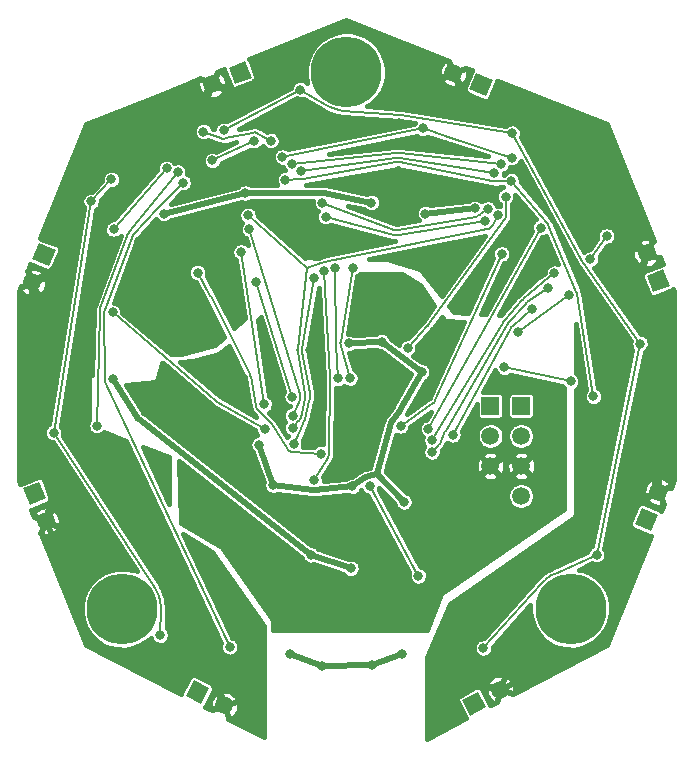
<source format=gbl>
G04 #@! TF.FileFunction,Copper,L2,Bot,Signal*
%FSLAX46Y46*%
G04 Gerber Fmt 4.6, Leading zero omitted, Abs format (unit mm)*
G04 Created by KiCad (PCBNEW (2015-08-16 BZR 6097, Git b384c94)-product) date 22.08.2015 13:39:35*
%MOMM*%
G01*
G04 APERTURE LIST*
%ADD10C,0.150000*%
%ADD11C,6.000000*%
%ADD12R,1.500000X1.500000*%
%ADD13C,1.500000*%
%ADD14C,0.800000*%
%ADD15C,0.500000*%
%ADD16C,0.200000*%
%ADD17C,0.400000*%
G04 APERTURE END LIST*
D10*
D11*
X150000000Y-82500000D03*
X169000000Y-128000000D03*
X131000000Y-128000000D03*
D12*
X162200000Y-110800000D03*
D13*
X162200000Y-113340000D03*
X162200000Y-115880000D03*
D12*
X164800000Y-110800000D03*
D13*
X164800000Y-113340000D03*
X164800000Y-115880000D03*
X164800000Y-118420000D03*
D10*
G36*
X122623657Y-117785567D02*
X124014433Y-117223657D01*
X124576343Y-118614433D01*
X123185567Y-119176343D01*
X122623657Y-117785567D01*
X122623657Y-117785567D01*
G37*
D13*
X124551501Y-120555047D03*
D10*
G36*
X136391252Y-135327762D02*
X137072238Y-133991252D01*
X138408748Y-134672238D01*
X137727762Y-136008748D01*
X136391252Y-135327762D01*
X136391252Y-135327762D01*
G37*
D13*
X139663157Y-136153136D03*
D10*
G36*
X141414433Y-81623657D02*
X141976343Y-83014433D01*
X140585567Y-83576343D01*
X140023657Y-82185567D01*
X141414433Y-81623657D01*
X141414433Y-81623657D01*
G37*
D13*
X138644953Y-83551501D03*
D10*
G36*
X124002670Y-97016573D02*
X125383427Y-97602670D01*
X124797330Y-98983427D01*
X123416573Y-98397330D01*
X124002670Y-97016573D01*
X124002670Y-97016573D01*
G37*
D13*
X123407543Y-100338082D03*
D10*
G36*
X177376343Y-100614433D02*
X175985567Y-101176343D01*
X175423657Y-99785567D01*
X176814433Y-99223657D01*
X177376343Y-100614433D01*
X177376343Y-100614433D01*
G37*
D13*
X175448499Y-97844953D03*
D10*
G36*
X162383427Y-83202670D02*
X161797330Y-84583427D01*
X160416573Y-83997330D01*
X161002670Y-82616573D01*
X162383427Y-83202670D01*
X162383427Y-83202670D01*
G37*
D13*
X159061918Y-82607543D03*
D10*
G36*
X175797330Y-121383427D02*
X174416573Y-120797330D01*
X175002670Y-119416573D01*
X176383427Y-120002670D01*
X175797330Y-121383427D01*
X175797330Y-121383427D01*
G37*
D13*
X176392457Y-118061918D03*
D10*
G36*
X160489893Y-137014314D02*
X159785686Y-135689893D01*
X161110107Y-134985686D01*
X161814314Y-136310107D01*
X160489893Y-137014314D01*
X160489893Y-137014314D01*
G37*
D13*
X163042687Y-134807542D03*
D14*
X142614400Y-114078600D03*
X143775300Y-117504800D03*
X150500800Y-117593500D03*
X154875500Y-118921200D03*
X150199100Y-105500500D03*
X153001400Y-105362100D03*
X156370400Y-107921000D03*
X150247000Y-127163400D03*
X152459800Y-126050200D03*
X151382100Y-101091700D03*
X156313000Y-103570400D03*
X156906500Y-109999200D03*
X156508400Y-121747900D03*
X141199900Y-108430300D03*
X139406600Y-109816900D03*
X143557700Y-126320400D03*
X134511800Y-108343100D03*
X132956500Y-111259000D03*
X146960900Y-106073800D03*
X147899900Y-108435100D03*
X150814100Y-109813300D03*
X153810900Y-110746900D03*
X139583700Y-119451300D03*
X139445400Y-113524500D03*
X139393500Y-116195300D03*
X162242600Y-109214100D03*
X151500000Y-115500000D03*
X150000000Y-111000000D03*
X152500000Y-108500000D03*
X149139200Y-116472200D03*
X147500000Y-120500000D03*
X143500000Y-119000000D03*
X141500000Y-120500000D03*
X140000000Y-107500000D03*
X143500000Y-108000000D03*
X151000000Y-113000000D03*
X154000000Y-116500000D03*
X157000000Y-119000000D03*
X164500000Y-121000000D03*
X161500000Y-122500000D03*
X158500000Y-124000000D03*
X147500000Y-125500000D03*
X147500000Y-129000000D03*
X152000000Y-129500000D03*
X145000000Y-120500000D03*
X145249000Y-131800000D03*
X147899500Y-132800000D03*
X152198400Y-132726300D03*
X154751000Y-131800000D03*
X146993400Y-123416900D03*
X150391400Y-124549700D03*
X130227500Y-108485600D03*
X173425100Y-125186900D03*
X177024900Y-105586900D03*
X138606500Y-94849200D03*
X126800000Y-93470100D03*
X146186900Y-81224900D03*
X123175100Y-113013100D03*
X132813100Y-132824900D03*
X132469300Y-96800000D03*
X137873300Y-101810600D03*
X165394000Y-87821400D03*
X160463200Y-93093100D03*
X154285400Y-95231800D03*
X154363100Y-90874000D03*
X158689000Y-136341000D03*
X158881300Y-99835400D03*
X156993300Y-98989500D03*
X135500000Y-129500000D03*
X139500000Y-133500000D03*
X141500000Y-131000000D03*
X142000000Y-129000000D03*
X140000000Y-128000000D03*
X137000000Y-127000000D03*
X135000000Y-126000000D03*
X134500000Y-123500000D03*
X130500000Y-123500000D03*
X127000000Y-126500000D03*
X138000000Y-123500000D03*
X133000000Y-120500000D03*
X128000000Y-121000000D03*
X126500000Y-118000000D03*
X130500000Y-119000000D03*
X130000000Y-114500000D03*
X134500000Y-115500000D03*
X127000000Y-112000000D03*
X124500000Y-111000000D03*
X123500000Y-107000000D03*
X127000000Y-108000000D03*
X125500000Y-101500000D03*
X128500000Y-101500000D03*
X131500000Y-101000000D03*
X134000000Y-99500000D03*
X127500000Y-90000000D03*
X130000000Y-87500000D03*
X133000000Y-85500000D03*
X131500000Y-89500000D03*
X134500000Y-88500000D03*
X140500000Y-91000000D03*
X146500000Y-87000000D03*
X150360400Y-91909900D03*
X150500000Y-87000000D03*
X153500000Y-80000000D03*
X158000000Y-84500000D03*
X155828300Y-88653800D03*
X158422800Y-88670300D03*
X167500000Y-86000000D03*
X170500000Y-87500000D03*
X174000000Y-92500000D03*
X171000000Y-91500000D03*
X167500000Y-89500000D03*
X173500000Y-101000000D03*
X160000000Y-102000000D03*
X138000000Y-105500000D03*
X141000000Y-103000000D03*
X177000000Y-109500000D03*
X172000000Y-105500000D03*
X172000000Y-108500000D03*
X175500000Y-108500000D03*
X175500000Y-114000000D03*
X174500000Y-111500000D03*
X173500000Y-117500000D03*
X170500000Y-118500000D03*
X170000000Y-122500000D03*
X170500000Y-113500000D03*
X169000000Y-132000000D03*
X166500000Y-131500000D03*
X164500000Y-126000000D03*
X161500000Y-128000000D03*
X159000000Y-128000000D03*
X167000000Y-124000000D03*
X158000000Y-130500000D03*
X164358600Y-101047500D03*
X154480900Y-86849400D03*
X136549900Y-88326000D03*
X141446100Y-92757300D03*
X134565100Y-94508000D03*
X160864200Y-94074700D03*
X156694600Y-94508000D03*
X152113000Y-93577400D03*
X128389800Y-93474600D03*
X130101000Y-91618900D03*
X139604400Y-87470200D03*
X146113100Y-84011100D03*
X134229400Y-130210700D03*
X125205300Y-113076000D03*
X161600000Y-131299000D03*
X171179600Y-123401200D03*
X174862300Y-105513100D03*
X164050000Y-87698400D03*
X135727100Y-90992800D03*
X128874000Y-112479400D03*
X140110500Y-131194300D03*
X136182000Y-91883900D03*
X142207000Y-88348100D03*
X138647900Y-90015200D03*
X134773000Y-90691500D03*
X130308000Y-95827600D03*
X145388000Y-90286200D03*
X163107700Y-90303300D03*
X156471700Y-87299300D03*
X144570600Y-89709000D03*
X163990700Y-89779300D03*
X144844400Y-91652700D03*
X163947600Y-91726800D03*
X170913700Y-109982300D03*
X146173200Y-90913100D03*
X162492600Y-91092300D03*
X156082400Y-125189800D03*
X152000100Y-117593300D03*
X149300800Y-108448700D03*
X149057000Y-99100300D03*
X143609500Y-88347300D03*
X137899100Y-87572500D03*
X154593300Y-112499900D03*
X163154400Y-97927900D03*
X166439300Y-95724800D03*
X156950500Y-112748800D03*
X155188700Y-105893600D03*
X163480300Y-93072300D03*
X143045000Y-110668100D03*
X141074700Y-97755400D03*
X147962700Y-93606500D03*
X161961800Y-94118700D03*
X145406700Y-109999900D03*
X142326800Y-100283000D03*
X145439300Y-111625200D03*
X141776800Y-95850000D03*
X148241100Y-94781200D03*
X161773100Y-95140900D03*
X141667500Y-94662300D03*
X145439900Y-112625700D03*
X162801700Y-94662300D03*
X143091800Y-112733800D03*
X130214100Y-102887100D03*
X147257200Y-117078400D03*
X148084900Y-99393700D03*
X172025200Y-96402300D03*
X170660700Y-98344900D03*
X168812600Y-101408600D03*
X164533000Y-104527100D03*
X145547900Y-114022500D03*
X147253400Y-99986100D03*
X137402500Y-99509200D03*
X147832200Y-114829200D03*
X150301300Y-108448200D03*
X150520300Y-99097000D03*
X168991800Y-108718000D03*
X163379200Y-107531800D03*
X159015900Y-113256000D03*
X165696800Y-102591000D03*
X167073800Y-100826100D03*
X157257400Y-114701500D03*
X167600300Y-99555400D03*
X157257600Y-113701000D03*
D15*
X143775300Y-117504800D02*
X142614400Y-114078600D01*
X152572800Y-116568100D02*
X154875500Y-118921200D01*
X153774200Y-112270900D02*
X152572800Y-116568100D01*
X153797200Y-112189000D02*
X153774200Y-112270900D01*
X153873600Y-112039000D02*
X153797200Y-112189000D01*
X153926200Y-111972400D02*
X153873600Y-112039000D01*
X154478000Y-111274400D02*
X153926200Y-111972400D01*
X154536300Y-111192000D02*
X154552700Y-111162800D01*
X154499200Y-111247600D02*
X154536300Y-111192000D01*
X154478000Y-111274400D02*
X154499200Y-111247600D01*
X156370400Y-107921000D02*
X154552700Y-111162800D01*
X150199100Y-105500500D02*
X153001400Y-105362100D01*
X151788500Y-116769500D02*
X152572800Y-116568100D01*
X151579600Y-116850200D02*
X151517500Y-116892900D01*
X151716400Y-116788000D02*
X151579600Y-116850200D01*
X151788500Y-116769500D02*
X151716400Y-116788000D01*
X150500800Y-117593500D02*
X151517500Y-116892900D01*
X147345900Y-117924300D02*
X150500800Y-117593500D01*
X147298100Y-117929300D02*
X147345900Y-117924300D01*
X147201500Y-117928500D02*
X147298100Y-117929300D01*
X147152800Y-117922500D02*
X147201500Y-117928500D01*
X143775300Y-117504800D02*
X147152800Y-117922500D01*
X153001400Y-105362100D02*
X156370400Y-107921000D01*
X161500000Y-122500000D02*
X164500000Y-121000000D01*
X158500000Y-124000000D02*
X161500000Y-122500000D01*
X156508400Y-121747900D02*
X158500000Y-124000000D01*
X157000000Y-119000000D02*
X156508400Y-121747900D01*
X151000000Y-113000000D02*
X150000000Y-111000000D01*
X145000000Y-120500000D02*
X143500000Y-119000000D01*
X145000000Y-120500000D02*
X147500000Y-120500000D01*
X147500000Y-125500000D02*
X147650800Y-126836200D01*
X151247900Y-126659900D02*
X152459800Y-126050200D01*
X152000000Y-129500000D02*
X151247900Y-126659900D01*
X147650800Y-126836200D02*
X143557700Y-126320400D01*
X147500000Y-129000000D02*
X147650800Y-126836200D01*
X163400500Y-110044500D02*
X163463100Y-115129900D01*
X163259900Y-109698500D02*
X163143700Y-109643300D01*
X163398800Y-109915300D02*
X163259900Y-109698500D01*
X163400500Y-110044500D02*
X163398800Y-109915300D01*
X162242600Y-109214100D02*
X163143700Y-109643300D01*
X164800000Y-115880000D02*
X163463100Y-115129900D01*
X139583700Y-119451300D02*
X143557700Y-126320400D01*
X162200000Y-115880000D02*
X156508400Y-121747900D01*
X141199900Y-108430300D02*
X139406600Y-109816900D01*
X151382100Y-101091700D02*
X156313000Y-103570400D01*
X162200000Y-115880000D02*
X163463100Y-115129900D01*
X139393500Y-116195300D02*
X139445400Y-113524500D01*
X134511800Y-108343100D02*
X132956500Y-111259000D01*
X150247000Y-127163400D02*
X151247900Y-126659900D01*
X150247000Y-127163400D02*
X147650800Y-126836200D01*
X146960900Y-106073800D02*
X147899900Y-108435100D01*
X150814100Y-109813300D02*
X153810900Y-110746900D01*
X152198400Y-132726300D02*
X154751000Y-131800000D01*
X147899500Y-132800000D02*
X152198400Y-132726300D01*
X145249000Y-131800000D02*
X147899500Y-132800000D01*
X132429700Y-111926700D02*
X146993400Y-123416900D01*
X132372200Y-111881500D02*
X132429700Y-111926700D01*
X132273900Y-111771700D02*
X132372200Y-111881500D01*
X132234500Y-111708600D02*
X132273900Y-111771700D01*
X130227500Y-108485600D02*
X132234500Y-111708600D01*
X146993400Y-123416900D02*
X150391400Y-124549700D01*
X155565000Y-93026100D02*
X154285400Y-95231800D01*
X137309300Y-85689100D02*
X138645000Y-83551500D01*
X136549900Y-88326000D02*
X137309300Y-85689100D01*
X150500000Y-87000000D02*
X154480900Y-86849400D01*
X165238900Y-84860900D02*
X165394000Y-87821400D01*
X167500000Y-86000000D02*
X165238900Y-84860900D01*
X170500000Y-87500000D02*
X171000000Y-91500000D01*
X170918400Y-93088900D02*
X171000000Y-91500000D01*
X170918400Y-93088900D02*
X167500000Y-89500000D01*
X158689000Y-136341000D02*
X158000000Y-130500000D01*
X167000000Y-124000000D02*
X170000000Y-122500000D01*
X164500000Y-126000000D02*
X161500000Y-128000000D01*
X164500000Y-126000000D02*
X167000000Y-124000000D01*
X159000000Y-128000000D02*
X161500000Y-128000000D01*
X158000000Y-130500000D02*
X159000000Y-128000000D01*
X130500000Y-123500000D02*
X127000000Y-126500000D01*
X172310000Y-128974500D02*
X173425100Y-125186900D01*
X172209200Y-129317000D02*
X172310000Y-128974500D01*
X171872100Y-129945400D02*
X172209200Y-129317000D01*
X171413600Y-130491600D02*
X171872100Y-129945400D01*
X170853000Y-130932500D02*
X171413600Y-130491600D01*
X170533600Y-131091000D02*
X170853000Y-130932500D01*
X169000000Y-132000000D02*
X170533600Y-131091000D01*
X177000000Y-109500000D02*
X177024900Y-105586900D01*
X167500000Y-89500000D02*
X165394000Y-87821400D01*
X123500000Y-107000000D02*
X123407500Y-100338100D01*
X132646100Y-133061500D02*
X132813100Y-132824900D01*
X129246100Y-131300500D02*
X132646100Y-133061500D01*
X128960500Y-131152300D02*
X129246100Y-131300500D01*
X128460500Y-130762200D02*
X128960500Y-131152300D01*
X128036400Y-130282700D02*
X128460500Y-130762200D01*
X127710300Y-129738800D02*
X128036400Y-130282700D01*
X127598700Y-129438800D02*
X127710300Y-129738800D01*
X126833000Y-126736600D02*
X127598700Y-129438800D01*
X127000000Y-126500000D02*
X126833000Y-126736600D01*
X174999600Y-99937600D02*
X177024900Y-105586900D01*
X174977000Y-99874400D02*
X174999600Y-99937600D01*
X174970500Y-99740700D02*
X174977000Y-99874400D01*
X174986900Y-99675400D02*
X174970500Y-99740700D01*
X175448500Y-97845000D02*
X174986900Y-99675400D01*
X155565000Y-93026100D02*
X154363100Y-90874000D01*
X137146200Y-133546900D02*
X132813100Y-132824900D01*
X137180000Y-133552500D02*
X137146200Y-133546900D01*
X137245800Y-133574200D02*
X137180000Y-133552500D01*
X137276700Y-133589900D02*
X137245800Y-133574200D01*
X138613200Y-134270800D02*
X137276700Y-133589900D01*
X138677200Y-134303500D02*
X138613200Y-134270800D01*
X138778400Y-134405100D02*
X138677200Y-134303500D01*
X138810600Y-134468800D02*
X138778400Y-134405100D01*
X139663200Y-136153100D02*
X138810600Y-134468800D01*
X125822300Y-97704100D02*
X126800000Y-93470100D01*
X125817900Y-97723200D02*
X125822300Y-97704100D01*
X125805800Y-97760600D02*
X125817900Y-97723200D01*
X125798100Y-97778700D02*
X125805800Y-97760600D01*
X125212000Y-99159400D02*
X125798100Y-97778700D01*
X125183900Y-99225500D02*
X125212000Y-99159400D01*
X125089600Y-99333700D02*
X125183900Y-99225500D01*
X125028300Y-99370200D02*
X125089600Y-99333700D01*
X123407500Y-100338100D02*
X125028300Y-99370200D01*
X175448500Y-97845000D02*
X170918400Y-93088900D01*
X125003500Y-118471300D02*
X123175100Y-113013100D01*
X125024000Y-118532700D02*
X125003500Y-118471300D01*
X125028900Y-118661700D02*
X125024000Y-118532700D01*
X125013100Y-118724600D02*
X125028900Y-118661700D01*
X124551500Y-120555000D02*
X125013100Y-118724600D01*
X132469300Y-96800000D02*
X137873300Y-101810600D01*
X160463200Y-93093100D02*
X155565000Y-93026100D01*
X159433700Y-135408700D02*
X158689000Y-136341000D01*
X159462500Y-135372600D02*
X159433700Y-135408700D01*
X159533600Y-135313700D02*
X159462500Y-135372600D01*
X159574000Y-135292200D02*
X159533600Y-135313700D01*
X159702100Y-135224000D02*
X159574000Y-135292200D01*
X159702300Y-135223900D02*
X159702100Y-135224000D01*
X160898600Y-134587900D02*
X159702300Y-135223900D01*
X160962000Y-134554300D02*
X160898600Y-134587900D01*
X161103400Y-134529600D02*
X160962000Y-134554300D01*
X161174000Y-134539800D02*
X161103400Y-134529600D01*
X163042700Y-134807500D02*
X161174000Y-134539800D01*
X176392500Y-118061900D02*
X177000000Y-109500000D01*
X163042700Y-134807500D02*
X169000000Y-132000000D01*
X123175100Y-113013100D02*
X123500000Y-107000000D01*
X173969400Y-120742500D02*
X173425100Y-125186900D01*
X173973300Y-120711200D02*
X173969400Y-120742500D01*
X173989600Y-120650300D02*
X173973300Y-120711200D01*
X174001900Y-120621300D02*
X173989600Y-120650300D01*
X174588000Y-119240600D02*
X174001900Y-120621300D01*
X174616100Y-119174500D02*
X174588000Y-119240600D01*
X174710400Y-119066300D02*
X174616100Y-119174500D01*
X174771700Y-119029800D02*
X174710400Y-119066300D01*
X176392500Y-118061900D02*
X174771700Y-119029800D01*
X132469300Y-96800000D02*
X138606500Y-94849200D01*
X124551500Y-120555000D02*
X127000000Y-126500000D01*
X156993300Y-98989500D02*
X158881300Y-99835400D01*
X160029800Y-84228300D02*
X159061900Y-82607500D01*
X160136800Y-84354800D02*
X160184600Y-84383400D01*
X160058100Y-84275800D02*
X160136800Y-84354800D01*
X160029800Y-84228300D02*
X160058100Y-84275800D01*
X164488100Y-86969400D02*
X160184600Y-84383400D01*
X164530000Y-86994500D02*
X164488100Y-86969400D01*
X164608800Y-87055300D02*
X164530000Y-86994500D01*
X164643900Y-87089600D02*
X164608800Y-87055300D01*
X165394000Y-87821400D02*
X164643900Y-87089600D01*
X142192500Y-83409600D02*
X146186900Y-81224900D01*
X142180900Y-83416000D02*
X142192500Y-83409600D01*
X142157500Y-83427100D02*
X142180900Y-83416000D01*
X142145100Y-83432100D02*
X142157500Y-83427100D01*
X140754400Y-83994000D02*
X142145100Y-83432100D01*
X140687700Y-84020900D02*
X140754400Y-83994000D01*
X140544600Y-84030600D02*
X140687700Y-84020900D01*
X140475400Y-84013100D02*
X140544600Y-84030600D01*
X138645000Y-83551500D02*
X140475400Y-84013100D01*
X147962500Y-92756000D02*
X141446100Y-92757300D01*
X148004600Y-92755900D02*
X147962500Y-92756000D01*
X148088900Y-92764300D02*
X148004600Y-92755900D01*
X148131100Y-92772800D02*
X148088900Y-92764300D01*
X152113000Y-93577400D02*
X148131100Y-92772800D01*
X141446100Y-92757300D02*
X134565100Y-94508000D01*
X160864200Y-94074700D02*
X156694600Y-94508000D01*
D16*
X166544700Y-125794400D02*
X161600000Y-131299000D01*
X166774800Y-125538200D02*
X166544700Y-125794400D01*
X167330200Y-125132200D02*
X166774800Y-125538200D01*
X167646500Y-124989800D02*
X167330200Y-125132200D01*
X171179600Y-123401200D02*
X167646500Y-124989800D01*
X133764300Y-126196700D02*
X125205300Y-113076000D01*
X133903200Y-126409800D02*
X133764300Y-126196700D01*
X134110300Y-126867300D02*
X133903200Y-126409800D01*
X134247000Y-127356400D02*
X134110300Y-126867300D01*
X134307000Y-127855000D02*
X134247000Y-127356400D01*
X134298700Y-128108800D02*
X134307000Y-127855000D01*
X134229400Y-130210700D02*
X134298700Y-128108800D01*
X171179600Y-123401200D02*
X174862300Y-105513100D01*
X154593500Y-86158000D02*
X164050000Y-87698400D01*
X154548700Y-86152000D02*
X154533400Y-86150900D01*
X154579000Y-86155600D02*
X154548700Y-86152000D01*
X154593500Y-86158000D02*
X154579000Y-86155600D01*
X149752400Y-85791200D02*
X154533400Y-86150900D01*
X149367300Y-85762400D02*
X149752400Y-85791200D01*
X148628500Y-85527000D02*
X149367300Y-85762400D01*
X148296400Y-85326900D02*
X148628500Y-85527000D01*
X146113100Y-84011100D02*
X148296400Y-85326900D01*
X125205300Y-113076000D02*
X128389800Y-93474600D01*
X170045900Y-98680600D02*
X164050000Y-87698400D01*
X170076600Y-98732000D02*
X170088400Y-98748800D01*
X170055300Y-98697800D02*
X170076600Y-98732000D01*
X170045900Y-98680600D02*
X170055300Y-98697800D01*
X174862300Y-105513100D02*
X170088400Y-98748800D01*
X128389800Y-93474600D02*
X130101000Y-91618900D01*
X139604400Y-87470200D02*
X146113100Y-84011100D01*
X129113400Y-102859700D02*
X128874000Y-112479400D01*
X129115700Y-102769100D02*
X129113400Y-102859700D01*
X129150200Y-102589500D02*
X129115700Y-102769100D01*
X129181700Y-102504600D02*
X129150200Y-102589500D01*
X131436900Y-96417500D02*
X129181700Y-102504600D01*
X131467500Y-96334800D02*
X131436900Y-96417500D01*
X131555900Y-96179000D02*
X131467500Y-96334800D01*
X131611400Y-96110000D02*
X131555900Y-96179000D01*
X135727100Y-90992800D02*
X131611400Y-96110000D01*
X129593400Y-108783200D02*
X140110500Y-131194300D01*
X129561000Y-108714300D02*
X129593400Y-108783200D01*
X129527300Y-108564600D02*
X129561000Y-108714300D01*
X129527000Y-108487300D02*
X129527300Y-108564600D01*
X129513600Y-102888800D02*
X129527000Y-108487300D01*
X129513400Y-102826600D02*
X129513600Y-102888800D01*
X129535500Y-102702300D02*
X129513400Y-102826600D01*
X129557200Y-102643700D02*
X129535500Y-102702300D01*
X131812400Y-96556600D02*
X129557200Y-102643700D01*
X131835900Y-96493300D02*
X131812400Y-96556600D01*
X131906800Y-96377100D02*
X131835900Y-96493300D01*
X131952300Y-96327300D02*
X131906800Y-96377100D01*
X134048100Y-94035300D02*
X131952300Y-96327300D01*
X134067800Y-94014600D02*
X134048100Y-94035300D01*
X136182000Y-91883900D02*
X134067800Y-94014600D01*
X142207000Y-88348100D02*
X138647900Y-90015200D01*
X134773000Y-90691500D02*
X130308000Y-95827600D01*
X154209700Y-89380400D02*
X145388000Y-90286200D01*
X154287900Y-89372300D02*
X154209700Y-89380400D01*
X154445300Y-89372700D02*
X154287900Y-89372300D01*
X154523500Y-89381100D02*
X154445300Y-89372700D01*
X163107700Y-90303300D02*
X154523500Y-89381100D01*
X158639400Y-88004100D02*
X156471700Y-87299300D01*
X158643400Y-88005400D02*
X158639400Y-88004100D01*
X163990700Y-89779300D02*
X158643400Y-88005400D01*
X156471700Y-87299300D02*
X144570600Y-89709000D01*
X169504100Y-101296400D02*
X170913700Y-109982300D01*
X169474800Y-101176500D02*
X169459000Y-101138700D01*
X169497400Y-101255300D02*
X169474800Y-101176500D01*
X169504100Y-101296400D02*
X169497400Y-101255300D01*
X167085700Y-95454900D02*
X169459000Y-101138700D01*
X167007300Y-95311200D02*
X166972100Y-95270000D01*
X167064400Y-95404000D02*
X167007300Y-95311200D01*
X167085700Y-95454900D02*
X167064400Y-95404000D01*
X163947600Y-91726800D02*
X166972100Y-95270000D01*
X146193600Y-91613300D02*
X144844400Y-91652700D01*
X146270400Y-91607300D02*
X146296300Y-91602700D01*
X146219300Y-91612600D02*
X146270400Y-91607300D01*
X146193600Y-91613300D02*
X146219300Y-91612600D01*
X154240000Y-90184400D02*
X146296300Y-91602700D01*
X154305000Y-90172800D02*
X154240000Y-90184400D01*
X154437400Y-90174300D02*
X154305000Y-90172800D01*
X154502300Y-90187500D02*
X154437400Y-90174300D01*
X162353400Y-91778800D02*
X154502300Y-90187500D01*
X162482000Y-91794000D02*
X162524700Y-91792100D01*
X162395400Y-91787300D02*
X162482000Y-91794000D01*
X162353400Y-91778800D02*
X162395400Y-91787300D01*
X163947600Y-91726800D02*
X162524700Y-91792100D01*
X154209900Y-89783700D02*
X146173200Y-90913100D01*
X154292200Y-89772100D02*
X154209900Y-89783700D01*
X154459700Y-89774100D02*
X154292200Y-89772100D01*
X154541400Y-89787500D02*
X154459700Y-89774100D01*
X162492600Y-91092300D02*
X154541400Y-89787500D01*
X156082400Y-125189800D02*
X152000100Y-117593300D01*
X149098100Y-105507600D02*
X149057000Y-99100300D01*
X149098100Y-105507600D02*
X149100800Y-105577000D01*
X149300800Y-108448700D02*
X149100800Y-105577000D01*
X139355900Y-88125200D02*
X137899100Y-87572500D01*
X139651600Y-88176400D02*
X139750400Y-88155300D01*
X139450300Y-88161000D02*
X139651600Y-88176400D01*
X139355900Y-88125200D02*
X139450300Y-88161000D01*
X142061000Y-87663000D02*
X139750400Y-88155300D01*
X142187500Y-87635900D02*
X142061000Y-87663000D01*
X142444000Y-87676200D02*
X142187500Y-87635900D01*
X142556500Y-87741000D02*
X142444000Y-87676200D01*
X143609500Y-88347300D02*
X142556500Y-87741000D01*
X157544400Y-110288700D02*
X163154400Y-97927900D01*
X157506200Y-110373000D02*
X157544400Y-110288700D01*
X157388100Y-110516400D02*
X157506200Y-110373000D01*
X157311900Y-110570500D02*
X157388100Y-110516400D01*
X154593300Y-112499900D02*
X157311900Y-110570500D01*
X166439300Y-95724800D02*
X156950500Y-112748800D01*
X163502100Y-94652600D02*
X163480300Y-93072300D01*
X163503600Y-94766800D02*
X163502100Y-94652600D01*
X163434700Y-94983000D02*
X163503600Y-94766800D01*
X163367900Y-95074700D02*
X163434700Y-94983000D01*
X156879200Y-103982800D02*
X163367900Y-95074700D01*
X156869200Y-103996700D02*
X156879200Y-103982800D01*
X156848500Y-104022400D02*
X156869200Y-103996700D01*
X156837100Y-104035200D02*
X156848500Y-104022400D01*
X155188700Y-105893600D02*
X156837100Y-104035200D01*
X143045000Y-110668100D02*
X141074700Y-97755400D01*
X154039200Y-95887600D02*
X147962700Y-93606500D01*
X154314000Y-95938000D02*
X154406700Y-95921700D01*
X154126700Y-95920500D02*
X154314000Y-95938000D01*
X154039200Y-95887600D02*
X154126700Y-95920500D01*
X160985500Y-94764600D02*
X154406700Y-95921700D01*
X161244600Y-94670100D02*
X161315200Y-94610700D01*
X161076300Y-94748700D02*
X161244600Y-94670100D01*
X160985500Y-94764600D02*
X161076300Y-94748700D01*
X161322100Y-94604900D02*
X161315200Y-94610700D01*
X161349900Y-94582700D02*
X161322100Y-94604900D01*
X161961800Y-94118700D02*
X161349900Y-94582700D01*
X142326800Y-100283000D02*
X145406700Y-109999900D01*
X146076100Y-109793500D02*
X141776800Y-95850000D01*
X146114000Y-109916500D02*
X146076100Y-109793500D01*
X146097800Y-110171900D02*
X146114000Y-109916500D01*
X146044800Y-110289000D02*
X146097800Y-110171900D01*
X145439300Y-111625200D02*
X146044800Y-110289000D01*
X154460500Y-96318800D02*
X161773100Y-95140900D01*
X154346700Y-96337100D02*
X154460500Y-96318800D01*
X154117400Y-96326000D02*
X154346700Y-96337100D01*
X154005500Y-96296600D02*
X154117400Y-96326000D01*
X148241100Y-94781200D02*
X154005500Y-96296600D01*
X147861400Y-98729800D02*
X146699600Y-99120900D01*
X147882500Y-98723100D02*
X147861400Y-98729800D01*
X148854600Y-98429700D02*
X147882500Y-98723100D01*
X148870300Y-98425000D02*
X148854600Y-98429700D01*
X148903500Y-98416600D02*
X148870300Y-98425000D01*
X148920300Y-98413300D02*
X148903500Y-98416600D01*
X161909800Y-95827900D02*
X148920300Y-98413300D01*
X162324900Y-95601400D02*
X162397700Y-95458000D01*
X162068400Y-95796200D02*
X162324900Y-95601400D01*
X161909800Y-95827900D02*
X162068400Y-95796200D01*
X162801700Y-94662300D02*
X162397700Y-95458000D01*
X146564300Y-99860000D02*
X146699600Y-99120900D01*
X146564300Y-99860000D02*
X146557400Y-99906600D01*
X145867000Y-105948800D02*
X146557400Y-99906600D01*
X145862700Y-106185000D02*
X145876100Y-106261900D01*
X145858100Y-106027200D02*
X145862700Y-106185000D01*
X145867000Y-105948800D02*
X145858100Y-106027200D01*
X146491500Y-109811800D02*
X145876100Y-106261900D01*
X146510400Y-109921000D02*
X146491500Y-109811800D01*
X146504000Y-110142700D02*
X146510400Y-109921000D01*
X146479000Y-110249700D02*
X146504000Y-110142700D01*
X146121500Y-111784100D02*
X146479000Y-110249700D01*
X146099800Y-111877600D02*
X146121500Y-111784100D01*
X146006900Y-112046900D02*
X146099800Y-111877600D01*
X145939700Y-112115400D02*
X146006900Y-112046900D01*
X145439900Y-112625700D02*
X145939700Y-112115400D01*
X146699600Y-99120900D02*
X141667500Y-94662300D01*
X139058600Y-110424800D02*
X143091800Y-112733800D01*
X139029900Y-110408400D02*
X139058600Y-110424800D01*
X138976800Y-110371000D02*
X139029900Y-110408400D01*
X138951700Y-110349600D02*
X138976800Y-110371000D01*
X130214100Y-102887100D02*
X138951700Y-110349600D01*
X148599300Y-108395100D02*
X148084900Y-99393700D01*
X148600400Y-108442500D02*
X148599300Y-108395100D01*
X148532700Y-114836600D02*
X148600400Y-108442500D01*
X148531700Y-114932500D02*
X148532700Y-114836600D01*
X148477600Y-115118000D02*
X148531700Y-114932500D01*
X148426900Y-115199400D02*
X148477600Y-115118000D01*
X147257200Y-117078400D02*
X148426900Y-115199400D01*
X172025200Y-96402300D02*
X170660700Y-98344900D01*
X168812600Y-101408600D02*
X164533000Y-104527100D01*
X146269700Y-105960000D02*
X147253400Y-99986100D01*
X146260700Y-106135700D02*
X146270700Y-106193500D01*
X146260100Y-106018000D02*
X146260700Y-106135700D01*
X146269700Y-105960000D02*
X146260100Y-106018000D01*
X146886100Y-109743400D02*
X146270700Y-106193500D01*
X146911900Y-109892400D02*
X146886100Y-109743400D01*
X146903100Y-110194700D02*
X146911900Y-109892400D01*
X146869000Y-110340600D02*
X146903100Y-110194700D01*
X146511600Y-111875000D02*
X146869000Y-110340600D01*
X146500000Y-111924600D02*
X146511600Y-111875000D01*
X146468500Y-112019500D02*
X146500000Y-111924600D01*
X146448500Y-112065300D02*
X146468500Y-112019500D01*
X146082000Y-112905700D02*
X146448500Y-112065300D01*
X146071700Y-112928100D02*
X146082000Y-112905700D01*
X145547900Y-114022500D02*
X146071700Y-112928100D01*
X138486500Y-101471900D02*
X137402500Y-99509200D01*
X138499200Y-101496100D02*
X138486500Y-101471900D01*
X141825800Y-108115800D02*
X138499200Y-101496100D01*
X141848100Y-108160200D02*
X141825800Y-108115800D01*
X141879400Y-108253100D02*
X141848100Y-108160200D01*
X141888400Y-108301200D02*
X141879400Y-108253100D01*
X142356500Y-110797200D02*
X141888400Y-108301200D01*
X142469500Y-111080400D02*
X142541000Y-111154600D01*
X142375300Y-110897700D02*
X142469500Y-111080400D01*
X142356500Y-110797200D02*
X142375300Y-110897700D01*
X143595800Y-112247300D02*
X142541000Y-111154600D01*
X143621400Y-112273800D02*
X143595800Y-112247300D01*
X143666600Y-112331700D02*
X143621400Y-112273800D01*
X143686000Y-112362800D02*
X143666600Y-112331700D01*
X144953700Y-114393500D02*
X143686000Y-112362800D01*
X145342700Y-114714200D02*
X145515600Y-114722300D01*
X145044700Y-114539500D02*
X145342700Y-114714200D01*
X144953700Y-114393500D02*
X145044700Y-114539500D01*
X147832200Y-114829200D02*
X145515600Y-114722300D01*
X149507500Y-105389200D02*
X150520300Y-99097000D01*
X149504000Y-105616300D02*
X149524800Y-105690300D01*
X149495400Y-105464300D02*
X149504000Y-105616300D01*
X149507500Y-105389200D02*
X149495400Y-105464300D01*
X150301300Y-108448200D02*
X149524800Y-105690300D01*
X168991800Y-108718000D02*
X163379200Y-107531800D01*
X164074100Y-103997800D02*
X165696800Y-102591000D01*
X163947000Y-104138100D02*
X163916800Y-104193900D01*
X164026000Y-104039600D02*
X163947000Y-104138100D01*
X164074100Y-103997800D02*
X164026000Y-104039600D01*
X159015900Y-113256000D02*
X163916800Y-104193900D01*
X157757700Y-114191600D02*
X157257400Y-114701500D01*
X157866100Y-114053100D02*
X157891300Y-113999500D01*
X157798900Y-114149600D02*
X157866100Y-114053100D01*
X157757700Y-114191600D02*
X157798900Y-114149600D01*
X158382200Y-112957500D02*
X157891300Y-113999500D01*
X158388700Y-112943700D02*
X158382200Y-112957500D01*
X158402300Y-112917700D02*
X158388700Y-112943700D01*
X158409700Y-112905000D02*
X158402300Y-112917700D01*
X163580200Y-103975400D02*
X158409700Y-112905000D01*
X163606700Y-103929600D02*
X163580200Y-103975400D01*
X163669400Y-103842100D02*
X163606700Y-103929600D01*
X163704900Y-103801600D02*
X163669400Y-103842100D01*
X165169900Y-102129400D02*
X163704900Y-103801600D01*
X165200400Y-102094600D02*
X165169900Y-102129400D01*
X165269400Y-102034100D02*
X165200400Y-102094600D01*
X165307100Y-102008900D02*
X165269400Y-102034100D01*
X167073800Y-100826100D02*
X165307100Y-102008900D01*
X163246600Y-103752700D02*
X157257600Y-113701000D01*
X163281400Y-103694800D02*
X163246600Y-103752700D01*
X163360400Y-103586900D02*
X163281400Y-103694800D01*
X163403600Y-103537600D02*
X163360400Y-103586900D01*
X164868700Y-101865500D02*
X163403600Y-103537600D01*
X164890800Y-101840300D02*
X164868700Y-101865500D01*
X164938100Y-101792400D02*
X164890800Y-101840300D01*
X164963900Y-101769400D02*
X164938100Y-101792400D01*
X166607500Y-100303300D02*
X164963900Y-101769400D01*
X166618900Y-100293200D02*
X166607500Y-100303300D01*
X166641700Y-100274600D02*
X166618900Y-100293200D01*
X166653400Y-100265800D02*
X166641700Y-100274600D01*
X167600300Y-99555400D02*
X166653400Y-100265800D01*
D17*
G36*
X158711460Y-81606658D02*
X159079978Y-82518770D01*
X159076059Y-82522689D01*
X159085292Y-82531922D01*
X159089547Y-82542453D01*
X159094017Y-82540647D01*
X159146772Y-82593402D01*
X159271055Y-82469119D01*
X160062337Y-82149421D01*
X160653272Y-82386850D01*
X160614188Y-82451672D01*
X160028091Y-83832429D01*
X160006867Y-83896079D01*
X159994879Y-84014229D01*
X160016283Y-84131041D01*
X160069382Y-84237266D01*
X160149972Y-84324492D01*
X160251672Y-84385812D01*
X161632429Y-84971909D01*
X161696079Y-84993133D01*
X161814229Y-85005121D01*
X161931041Y-84983717D01*
X162037266Y-84930618D01*
X162124492Y-84850028D01*
X162185812Y-84748328D01*
X162771909Y-83367571D01*
X162793133Y-83303921D01*
X162798720Y-83248860D01*
X172038883Y-86961426D01*
X176009146Y-96818632D01*
X175936028Y-96824372D01*
X175595033Y-97627706D01*
X175462640Y-97760099D01*
X175516130Y-97813589D01*
X175514061Y-97818464D01*
X175526127Y-97823586D01*
X175533353Y-97830812D01*
X175536273Y-97827892D01*
X176508153Y-98240431D01*
X176563449Y-98194831D01*
X176809330Y-98805294D01*
X176771610Y-98803803D01*
X176656337Y-98832356D01*
X175265561Y-99394266D01*
X175205546Y-99424266D01*
X175113525Y-99499334D01*
X175046061Y-99597067D01*
X175008495Y-99709726D01*
X175003803Y-99828390D01*
X175032356Y-99943663D01*
X175594266Y-101334439D01*
X175624266Y-101394454D01*
X175699334Y-101486475D01*
X175797067Y-101553939D01*
X175909726Y-101591505D01*
X176028390Y-101596197D01*
X176143663Y-101567644D01*
X177534439Y-101005734D01*
X177594454Y-100975734D01*
X177661504Y-100921037D01*
X177730000Y-101091096D01*
X177730000Y-117107716D01*
X177485063Y-117707389D01*
X177458851Y-117684993D01*
X176481230Y-118079978D01*
X176477311Y-118076059D01*
X176468078Y-118085292D01*
X176457547Y-118089547D01*
X176459353Y-118094017D01*
X176406598Y-118146772D01*
X176530881Y-118271055D01*
X176862100Y-119090852D01*
X176917800Y-119096205D01*
X176671632Y-119698891D01*
X176650028Y-119675508D01*
X176548328Y-119614188D01*
X175167571Y-119028091D01*
X175103921Y-119006867D01*
X174985771Y-118994879D01*
X174868959Y-119016283D01*
X174762734Y-119069382D01*
X174675508Y-119149972D01*
X174614188Y-119251672D01*
X174028091Y-120632429D01*
X174006867Y-120696079D01*
X173994879Y-120814229D01*
X174016283Y-120931041D01*
X174069382Y-121037266D01*
X174149972Y-121124492D01*
X174251672Y-121185812D01*
X175632429Y-121771909D01*
X175696079Y-121793133D01*
X175811456Y-121804840D01*
X172030238Y-131062302D01*
X164089322Y-135179815D01*
X163219848Y-134913990D01*
X163127541Y-134821683D01*
X163078460Y-134870764D01*
X163075884Y-134869976D01*
X163074403Y-134874821D01*
X163056828Y-134892396D01*
X163066173Y-134901741D01*
X162772386Y-135862670D01*
X162203492Y-136157652D01*
X162186946Y-136111975D01*
X161557742Y-134928614D01*
X161792487Y-134928614D01*
X161840129Y-135170190D01*
X161933985Y-135397830D01*
X162070448Y-135602784D01*
X162244273Y-135777178D01*
X162447568Y-135913657D01*
X162664509Y-135873492D01*
X162980253Y-134840739D01*
X162763089Y-134774345D01*
X163105121Y-134774345D01*
X164137874Y-135090090D01*
X164292484Y-134932698D01*
X164292887Y-134686470D01*
X164245245Y-134444894D01*
X164151389Y-134217254D01*
X164014926Y-134012300D01*
X163841101Y-133837906D01*
X163637806Y-133701427D01*
X163420865Y-133741592D01*
X163105121Y-134774345D01*
X162763089Y-134774345D01*
X161947500Y-134524994D01*
X161792890Y-134682386D01*
X161792487Y-134928614D01*
X161557742Y-134928614D01*
X161482739Y-134787554D01*
X161446630Y-134731003D01*
X161362354Y-134647333D01*
X161258104Y-134590455D01*
X161142136Y-134564871D01*
X161023632Y-134572608D01*
X160911975Y-134613054D01*
X159587554Y-135317261D01*
X159531003Y-135353370D01*
X159447333Y-135437646D01*
X159390455Y-135541896D01*
X159364871Y-135657864D01*
X159372608Y-135776368D01*
X159413054Y-135888025D01*
X160117261Y-137212446D01*
X160130192Y-137232697D01*
X156800000Y-138959463D01*
X156800000Y-134212423D01*
X161936572Y-134212423D01*
X161976737Y-134429364D01*
X163009490Y-134745108D01*
X163325235Y-133712355D01*
X163167843Y-133557745D01*
X162921615Y-133557342D01*
X162680039Y-133604984D01*
X162452399Y-133698840D01*
X162247445Y-133835303D01*
X162073051Y-134009128D01*
X161936572Y-134212423D01*
X156800000Y-134212423D01*
X156800000Y-132041597D01*
X158760861Y-127531616D01*
X169314485Y-120163992D01*
X169355639Y-120125604D01*
X169384470Y-120077272D01*
X169400000Y-120000000D01*
X169400000Y-109430177D01*
X169499085Y-109367296D01*
X169615540Y-109256398D01*
X169708236Y-109124992D01*
X169773643Y-108978085D01*
X169809271Y-108821271D01*
X169811836Y-108637595D01*
X169780601Y-108479847D01*
X169719321Y-108331170D01*
X169630329Y-108197228D01*
X169517017Y-108083122D01*
X169400000Y-108004193D01*
X169400000Y-103901081D01*
X170298416Y-109437082D01*
X170282504Y-109452664D01*
X170191651Y-109585350D01*
X170128301Y-109733157D01*
X170094867Y-109890453D01*
X170092622Y-110051248D01*
X170121651Y-110209416D01*
X170180849Y-110358934D01*
X170267962Y-110494106D01*
X170379670Y-110609783D01*
X170511719Y-110701560D01*
X170659080Y-110765940D01*
X170816139Y-110800472D01*
X170976914Y-110803840D01*
X171135281Y-110775915D01*
X171285209Y-110717762D01*
X171420985Y-110631596D01*
X171537440Y-110520698D01*
X171630136Y-110389292D01*
X171695543Y-110242385D01*
X171731171Y-110085571D01*
X171733736Y-109901895D01*
X171702501Y-109744147D01*
X171641221Y-109595470D01*
X171552229Y-109461528D01*
X171438917Y-109347422D01*
X171325002Y-109270585D01*
X170017385Y-101213101D01*
X170017377Y-101213072D01*
X170017325Y-101212736D01*
X170010625Y-101171636D01*
X170003704Y-101145548D01*
X169999201Y-101118935D01*
X169997249Y-101111943D01*
X169974649Y-101033142D01*
X169964814Y-101008306D01*
X169957327Y-100982677D01*
X169954574Y-100975959D01*
X169938774Y-100938159D01*
X169938773Y-100938156D01*
X167565548Y-95254537D01*
X167565540Y-95254521D01*
X167565393Y-95254164D01*
X167544093Y-95203264D01*
X167526678Y-95170931D01*
X167511040Y-95137706D01*
X167507279Y-95131496D01*
X167450179Y-95038696D01*
X167427942Y-95009403D01*
X167407332Y-94978974D01*
X167402655Y-94973421D01*
X167367455Y-94932221D01*
X167367452Y-94932218D01*
X164755479Y-91872292D01*
X164765071Y-91830071D01*
X164767636Y-91646395D01*
X164736401Y-91488647D01*
X164675121Y-91339970D01*
X164586129Y-91206028D01*
X164472817Y-91091922D01*
X164339499Y-91001998D01*
X164191254Y-90939681D01*
X164033728Y-90907346D01*
X163872922Y-90906223D01*
X163714960Y-90936356D01*
X163565859Y-90996597D01*
X163431299Y-91084650D01*
X163316404Y-91197164D01*
X163306384Y-91211797D01*
X163310071Y-91195571D01*
X163311405Y-91100067D01*
X163329281Y-91096915D01*
X163479209Y-91038762D01*
X163614985Y-90952596D01*
X163731440Y-90841698D01*
X163824136Y-90710292D01*
X163876040Y-90593713D01*
X163893139Y-90597472D01*
X164053914Y-90600840D01*
X164212281Y-90572915D01*
X164362209Y-90514762D01*
X164497985Y-90428596D01*
X164614440Y-90317698D01*
X164707136Y-90186292D01*
X164755968Y-90076613D01*
X169589492Y-98929783D01*
X169589501Y-98929796D01*
X169589597Y-98929975D01*
X169598997Y-98947175D01*
X169605296Y-98956423D01*
X169610112Y-98966514D01*
X169613906Y-98972703D01*
X169635207Y-99006903D01*
X169641771Y-99015452D01*
X169646945Y-99024910D01*
X169651076Y-99030880D01*
X169662876Y-99047680D01*
X169662918Y-99047729D01*
X169663550Y-99048638D01*
X174070676Y-105293244D01*
X174043467Y-105421253D01*
X174041222Y-105582048D01*
X174070251Y-105740216D01*
X174129449Y-105889734D01*
X174216562Y-106024906D01*
X174224364Y-106032985D01*
X170799131Y-122670483D01*
X170797859Y-122670997D01*
X170663299Y-122759050D01*
X170548404Y-122871564D01*
X170457551Y-123004250D01*
X170394201Y-123152057D01*
X170386648Y-123187592D01*
X167433255Y-124515536D01*
X167433243Y-124515543D01*
X167433030Y-124515637D01*
X167116729Y-124658037D01*
X167073149Y-124683034D01*
X167029218Y-124708160D01*
X167028730Y-124708511D01*
X167028696Y-124708531D01*
X167028662Y-124708560D01*
X167023327Y-124712404D01*
X166467927Y-125118404D01*
X166430342Y-125151970D01*
X166392816Y-125185372D01*
X166392276Y-125185964D01*
X166392232Y-125186004D01*
X166392192Y-125186057D01*
X166387927Y-125190739D01*
X166157895Y-125446864D01*
X166157857Y-125446905D01*
X161637416Y-130479206D01*
X161525322Y-130478423D01*
X161367360Y-130508556D01*
X161218259Y-130568797D01*
X161083699Y-130656850D01*
X160968804Y-130769364D01*
X160877951Y-130902050D01*
X160814601Y-131049857D01*
X160781167Y-131207153D01*
X160778922Y-131367948D01*
X160807951Y-131526116D01*
X160867149Y-131675634D01*
X160954262Y-131810806D01*
X161065970Y-131926483D01*
X161198019Y-132018260D01*
X161345380Y-132082640D01*
X161502439Y-132117172D01*
X161663214Y-132120540D01*
X161821581Y-132092615D01*
X161971509Y-132034462D01*
X162107285Y-131948296D01*
X162223740Y-131837398D01*
X162316436Y-131705992D01*
X162381843Y-131559085D01*
X162417471Y-131402271D01*
X162420036Y-131218595D01*
X162411219Y-131174066D01*
X165584527Y-127641437D01*
X165575504Y-128287563D01*
X165696578Y-128947241D01*
X165943478Y-129570839D01*
X166306800Y-130134604D01*
X166772705Y-130617063D01*
X167323447Y-130999839D01*
X167938048Y-131268351D01*
X168593099Y-131412374D01*
X169263649Y-131426420D01*
X169924156Y-131309954D01*
X170549462Y-131067414D01*
X171115750Y-130708037D01*
X171601450Y-130245511D01*
X171988061Y-129697455D01*
X172260858Y-129084743D01*
X172409450Y-128430714D01*
X172420147Y-127664652D01*
X172289874Y-127006728D01*
X172034292Y-126386638D01*
X171663134Y-125828001D01*
X171190538Y-125352094D01*
X170634505Y-124977045D01*
X170016215Y-124717140D01*
X169676169Y-124647339D01*
X170813298Y-124136048D01*
X170924980Y-124184840D01*
X171082039Y-124219372D01*
X171242814Y-124222740D01*
X171401181Y-124194815D01*
X171551109Y-124136662D01*
X171686885Y-124050496D01*
X171803340Y-123939598D01*
X171896036Y-123808192D01*
X171961443Y-123661285D01*
X171997071Y-123504471D01*
X171999636Y-123320795D01*
X171968401Y-123163047D01*
X171907121Y-123014370D01*
X171818129Y-122880428D01*
X171817789Y-122880086D01*
X172667825Y-118751176D01*
X175342419Y-118751176D01*
X175497062Y-118942785D01*
X175686116Y-119100543D01*
X175902313Y-119218387D01*
X176137347Y-119291787D01*
X176382184Y-119317925D01*
X176626064Y-119296051D01*
X176769382Y-119128312D01*
X176364828Y-118127008D01*
X175363523Y-118531561D01*
X175342419Y-118751176D01*
X172667825Y-118751176D01*
X172811841Y-118051645D01*
X175136450Y-118051645D01*
X175158324Y-118295525D01*
X175326063Y-118438843D01*
X176327367Y-118034289D01*
X175922814Y-117032984D01*
X175703199Y-117011880D01*
X175511590Y-117166523D01*
X175353832Y-117355577D01*
X175235988Y-117571774D01*
X175162588Y-117806808D01*
X175136450Y-118051645D01*
X172811841Y-118051645D01*
X173029269Y-116995524D01*
X176015532Y-116995524D01*
X176420086Y-117996828D01*
X177421391Y-117592275D01*
X177442495Y-117372660D01*
X177287852Y-117181051D01*
X177098798Y-117023293D01*
X176882601Y-116905449D01*
X176647567Y-116832049D01*
X176402730Y-116805911D01*
X176158850Y-116827785D01*
X176015532Y-116995524D01*
X173029269Y-116995524D01*
X175242993Y-106242734D01*
X175369585Y-106162396D01*
X175486040Y-106051498D01*
X175578736Y-105920092D01*
X175644143Y-105773185D01*
X175679771Y-105616371D01*
X175682336Y-105432695D01*
X175651101Y-105274947D01*
X175589821Y-105126270D01*
X175500829Y-104992328D01*
X175387517Y-104878222D01*
X175254199Y-104788298D01*
X175105954Y-104725981D01*
X174948428Y-104693646D01*
X174920292Y-104693450D01*
X170974624Y-99102698D01*
X171032209Y-99080362D01*
X171167985Y-98994196D01*
X171262063Y-98904607D01*
X175053021Y-98904607D01*
X175193389Y-99074821D01*
X175438226Y-99100960D01*
X175683459Y-99078830D01*
X175919662Y-99009284D01*
X176137758Y-98894992D01*
X176298274Y-98765441D01*
X176300619Y-98767786D01*
X176322581Y-98745824D01*
X176329366Y-98740348D01*
X176336009Y-98732396D01*
X176371332Y-98697073D01*
X176368164Y-98693905D01*
X176486348Y-98552432D01*
X176469080Y-98332482D01*
X175665746Y-97991487D01*
X175533353Y-97859094D01*
X175479863Y-97912584D01*
X175474988Y-97910515D01*
X175469866Y-97922581D01*
X175462640Y-97929807D01*
X175465560Y-97932727D01*
X175053021Y-98904607D01*
X171262063Y-98904607D01*
X171284440Y-98883298D01*
X171377136Y-98751892D01*
X171442543Y-98604985D01*
X171478171Y-98448171D01*
X171480736Y-98264495D01*
X171452566Y-98122228D01*
X171654542Y-97834680D01*
X174192492Y-97834680D01*
X174214622Y-98079913D01*
X174284168Y-98316116D01*
X174398460Y-98534212D01*
X174528011Y-98694728D01*
X174525666Y-98697073D01*
X174547628Y-98719035D01*
X174553104Y-98725820D01*
X174561056Y-98732463D01*
X174596379Y-98767786D01*
X174599547Y-98764618D01*
X174741020Y-98882802D01*
X174960970Y-98865534D01*
X175301965Y-98062200D01*
X175434358Y-97929807D01*
X175380868Y-97876317D01*
X175382937Y-97871442D01*
X175370871Y-97866320D01*
X175363645Y-97859094D01*
X175360725Y-97862014D01*
X174388845Y-97449475D01*
X174218631Y-97589843D01*
X174192492Y-97834680D01*
X171654542Y-97834680D01*
X172083672Y-97223741D01*
X172088414Y-97223840D01*
X172246781Y-97195915D01*
X172396709Y-97137762D01*
X172397162Y-97137474D01*
X174410650Y-97137474D01*
X174427918Y-97357424D01*
X175231252Y-97698419D01*
X175363645Y-97830812D01*
X175417135Y-97777322D01*
X175422010Y-97779391D01*
X175427132Y-97767325D01*
X175434358Y-97760099D01*
X175431438Y-97757179D01*
X175843977Y-96785299D01*
X175703609Y-96615085D01*
X175458772Y-96588946D01*
X175213539Y-96611076D01*
X174977336Y-96680622D01*
X174759240Y-96794914D01*
X174598724Y-96924465D01*
X174596379Y-96922120D01*
X174574417Y-96944082D01*
X174567632Y-96949558D01*
X174560989Y-96957510D01*
X174525666Y-96992833D01*
X174528834Y-96996001D01*
X174410650Y-97137474D01*
X172397162Y-97137474D01*
X172532485Y-97051596D01*
X172648940Y-96940698D01*
X172741636Y-96809292D01*
X172807043Y-96662385D01*
X172842671Y-96505571D01*
X172845236Y-96321895D01*
X172814001Y-96164147D01*
X172752721Y-96015470D01*
X172663729Y-95881528D01*
X172550417Y-95767422D01*
X172417099Y-95677498D01*
X172268854Y-95615181D01*
X172111328Y-95582846D01*
X171950522Y-95581723D01*
X171792560Y-95611856D01*
X171643459Y-95672097D01*
X171508899Y-95760150D01*
X171394004Y-95872664D01*
X171303151Y-96005350D01*
X171239801Y-96153157D01*
X171206367Y-96310453D01*
X171204122Y-96471248D01*
X171232542Y-96626098D01*
X170601545Y-97524431D01*
X170586022Y-97524323D01*
X170428060Y-97554456D01*
X170278959Y-97614697D01*
X170144399Y-97702750D01*
X170118388Y-97728222D01*
X164810555Y-88006298D01*
X164831843Y-87958485D01*
X164867471Y-87801671D01*
X164870036Y-87617995D01*
X164838801Y-87460247D01*
X164777521Y-87311570D01*
X164688529Y-87177628D01*
X164575217Y-87063522D01*
X164441899Y-86973598D01*
X164293654Y-86911281D01*
X164136128Y-86878946D01*
X163975322Y-86877823D01*
X163817360Y-86907956D01*
X163668259Y-86968197D01*
X163533699Y-87056250D01*
X163506387Y-87082996D01*
X154677802Y-85644879D01*
X154663914Y-85642580D01*
X154655633Y-85642030D01*
X154647554Y-85640139D01*
X154640351Y-85639232D01*
X154610051Y-85635632D01*
X154601569Y-85635458D01*
X154593227Y-85633910D01*
X154585989Y-85633339D01*
X154571776Y-85632317D01*
X151778356Y-85422153D01*
X152115750Y-85208037D01*
X152601450Y-84745511D01*
X152988061Y-84197455D01*
X153260858Y-83584743D01*
X153326276Y-83296801D01*
X158011880Y-83296801D01*
X158166523Y-83488410D01*
X158355577Y-83646168D01*
X158571774Y-83764012D01*
X158806808Y-83837412D01*
X159051645Y-83863550D01*
X159295525Y-83841676D01*
X159438843Y-83673937D01*
X159034289Y-82672633D01*
X158032984Y-83077186D01*
X158011880Y-83296801D01*
X153326276Y-83296801D01*
X153409450Y-82930714D01*
X153414106Y-82597270D01*
X157805911Y-82597270D01*
X157827785Y-82841150D01*
X157995524Y-82984468D01*
X158860059Y-82635172D01*
X159127008Y-82635172D01*
X159531561Y-83636477D01*
X159751176Y-83657581D01*
X159942785Y-83502938D01*
X160100543Y-83313884D01*
X160218387Y-83097687D01*
X160291787Y-82862653D01*
X160317925Y-82617816D01*
X160296051Y-82373936D01*
X160128312Y-82230618D01*
X159127008Y-82635172D01*
X158860059Y-82635172D01*
X158996828Y-82579914D01*
X158592275Y-81578609D01*
X158372660Y-81557505D01*
X158181051Y-81712148D01*
X158023293Y-81901202D01*
X157905449Y-82117399D01*
X157832049Y-82352433D01*
X157805911Y-82597270D01*
X153414106Y-82597270D01*
X153420147Y-82164652D01*
X153289874Y-81506728D01*
X153034292Y-80886638D01*
X152663134Y-80328001D01*
X152190538Y-79852094D01*
X151634505Y-79477045D01*
X151016215Y-79217140D01*
X150359217Y-79082278D01*
X149688537Y-79077595D01*
X149029720Y-79203271D01*
X148407861Y-79454519D01*
X147846646Y-79821768D01*
X147367452Y-80291030D01*
X146988530Y-80844430D01*
X146724315Y-81460891D01*
X146584869Y-82116932D01*
X146575504Y-82787563D01*
X146693797Y-83432091D01*
X146638317Y-83376222D01*
X146504999Y-83286298D01*
X146356754Y-83223981D01*
X146199228Y-83191646D01*
X146038422Y-83190523D01*
X145880460Y-83220656D01*
X145731359Y-83280897D01*
X145596799Y-83368950D01*
X145481904Y-83481464D01*
X145391051Y-83614150D01*
X145327701Y-83761957D01*
X145309088Y-83849523D01*
X139920286Y-86713445D01*
X139848054Y-86683081D01*
X139690528Y-86650746D01*
X139529722Y-86649623D01*
X139371760Y-86679756D01*
X139222659Y-86739997D01*
X139088099Y-86828050D01*
X138973204Y-86940564D01*
X138882351Y-87073250D01*
X138819001Y-87221057D01*
X138790622Y-87354571D01*
X138678742Y-87312125D01*
X138626621Y-87185670D01*
X138537629Y-87051728D01*
X138424317Y-86937622D01*
X138290999Y-86847698D01*
X138142754Y-86785381D01*
X137985228Y-86753046D01*
X137824422Y-86751923D01*
X137666460Y-86782056D01*
X137517359Y-86842297D01*
X137382799Y-86930350D01*
X137267904Y-87042864D01*
X137177051Y-87175550D01*
X137113701Y-87323357D01*
X137080267Y-87480653D01*
X137078022Y-87641448D01*
X137107051Y-87799616D01*
X137166249Y-87949134D01*
X137253362Y-88084306D01*
X137365070Y-88199983D01*
X137497119Y-88291760D01*
X137644480Y-88356140D01*
X137801539Y-88390672D01*
X137962314Y-88394040D01*
X138120681Y-88366115D01*
X138270609Y-88307962D01*
X138308427Y-88283962D01*
X139171445Y-88611385D01*
X139171450Y-88611386D01*
X139171511Y-88611410D01*
X139265910Y-88647210D01*
X139285182Y-88652435D01*
X139303702Y-88659908D01*
X139334041Y-88665681D01*
X139363861Y-88673766D01*
X139383791Y-88675148D01*
X139403400Y-88678880D01*
X139410634Y-88679485D01*
X139611934Y-88694885D01*
X139632062Y-88694455D01*
X139652101Y-88696400D01*
X139682679Y-88693372D01*
X139713397Y-88692715D01*
X139733060Y-88688383D01*
X139753093Y-88686399D01*
X139760204Y-88684932D01*
X139859004Y-88663832D01*
X140680889Y-88488720D01*
X139002688Y-89274798D01*
X138891554Y-89228081D01*
X138734028Y-89195746D01*
X138573222Y-89194623D01*
X138415260Y-89224756D01*
X138266159Y-89284997D01*
X138131599Y-89373050D01*
X138016704Y-89485564D01*
X137925851Y-89618250D01*
X137862501Y-89766057D01*
X137829067Y-89923353D01*
X137826822Y-90084148D01*
X137855851Y-90242316D01*
X137915049Y-90391834D01*
X138002162Y-90527006D01*
X138113870Y-90642683D01*
X138245919Y-90734460D01*
X138393280Y-90798840D01*
X138550339Y-90833372D01*
X138711114Y-90836740D01*
X138869481Y-90808815D01*
X139019409Y-90750662D01*
X139155185Y-90664496D01*
X139271640Y-90553598D01*
X139364336Y-90422192D01*
X139429743Y-90275285D01*
X139442986Y-90216996D01*
X141852792Y-89088231D01*
X141952380Y-89131740D01*
X142109439Y-89166272D01*
X142270214Y-89169640D01*
X142428581Y-89141715D01*
X142578509Y-89083562D01*
X142714285Y-88997396D01*
X142830740Y-88886498D01*
X142909480Y-88774877D01*
X142963762Y-88859106D01*
X143075470Y-88974783D01*
X143207519Y-89066560D01*
X143354880Y-89130940D01*
X143511939Y-89165472D01*
X143672714Y-89168840D01*
X143831081Y-89140915D01*
X143981009Y-89082762D01*
X144116785Y-88996596D01*
X144233240Y-88885698D01*
X144325936Y-88754292D01*
X144391343Y-88607385D01*
X144426971Y-88450571D01*
X144429536Y-88266895D01*
X144398301Y-88109147D01*
X144337021Y-87960470D01*
X144248029Y-87826528D01*
X144134717Y-87712422D01*
X144001399Y-87622498D01*
X143853154Y-87560181D01*
X143695628Y-87527846D01*
X143534822Y-87526723D01*
X143376860Y-87556856D01*
X143319240Y-87580136D01*
X142815970Y-87290361D01*
X142815967Y-87290360D01*
X142703544Y-87225604D01*
X142666306Y-87208757D01*
X142629750Y-87190508D01*
X142620154Y-87187878D01*
X142611079Y-87183772D01*
X142571261Y-87174475D01*
X142531874Y-87163679D01*
X142524710Y-87162502D01*
X142268210Y-87122202D01*
X142227383Y-87119827D01*
X142186668Y-87115900D01*
X142176796Y-87116884D01*
X142166895Y-87116308D01*
X142126372Y-87121910D01*
X142085682Y-87125966D01*
X142078572Y-87127437D01*
X141952072Y-87154537D01*
X140874326Y-87384163D01*
X145797092Y-84767920D01*
X145858480Y-84794740D01*
X146015539Y-84829272D01*
X146176314Y-84832640D01*
X146334681Y-84804715D01*
X146388129Y-84783984D01*
X148027984Y-85772268D01*
X148028034Y-85772299D01*
X148360135Y-85972399D01*
X148365879Y-85975135D01*
X148371073Y-85978809D01*
X148411627Y-85996926D01*
X148451757Y-86016042D01*
X148457928Y-86017611D01*
X148463733Y-86020205D01*
X148470635Y-86022458D01*
X149209435Y-86257858D01*
X149215650Y-86259187D01*
X149221554Y-86261558D01*
X149265235Y-86269793D01*
X149308677Y-86279085D01*
X149315035Y-86279182D01*
X149321284Y-86280360D01*
X149328520Y-86280952D01*
X149713352Y-86309732D01*
X149713388Y-86309735D01*
X154494388Y-86669435D01*
X154494486Y-86669433D01*
X154496111Y-86669561D01*
X154499350Y-86669794D01*
X154505828Y-86670564D01*
X154508586Y-86671020D01*
X154508662Y-86671025D01*
X154509897Y-86671235D01*
X155767619Y-86876109D01*
X155749651Y-86902350D01*
X155743739Y-86916143D01*
X145093515Y-89072569D01*
X144962499Y-88984198D01*
X144814254Y-88921881D01*
X144656728Y-88889546D01*
X144495922Y-88888423D01*
X144337960Y-88918556D01*
X144188859Y-88978797D01*
X144054299Y-89066850D01*
X143939404Y-89179364D01*
X143848551Y-89312050D01*
X143785201Y-89459857D01*
X143751767Y-89617153D01*
X143749522Y-89777948D01*
X143778551Y-89936116D01*
X143837749Y-90085634D01*
X143924862Y-90220806D01*
X144036570Y-90336483D01*
X144168619Y-90428260D01*
X144315980Y-90492640D01*
X144473039Y-90527172D01*
X144602511Y-90529884D01*
X144655149Y-90662834D01*
X144742262Y-90798006D01*
X144775246Y-90832162D01*
X144769722Y-90832123D01*
X144611760Y-90862256D01*
X144462659Y-90922497D01*
X144328099Y-91010550D01*
X144213204Y-91123064D01*
X144122351Y-91255750D01*
X144059001Y-91403557D01*
X144025567Y-91560853D01*
X144023322Y-91721648D01*
X144052351Y-91879816D01*
X144111549Y-92029334D01*
X144148558Y-92086761D01*
X141919106Y-92087206D01*
X141837999Y-92032498D01*
X141689754Y-91970181D01*
X141532228Y-91937846D01*
X141371422Y-91936723D01*
X141213460Y-91966856D01*
X141064359Y-92027097D01*
X140929799Y-92115150D01*
X140816446Y-92226154D01*
X135142540Y-93669739D01*
X136102341Y-92702447D01*
X136245214Y-92705440D01*
X136403581Y-92677515D01*
X136553509Y-92619362D01*
X136689285Y-92533196D01*
X136805740Y-92422298D01*
X136898436Y-92290892D01*
X136963843Y-92143985D01*
X136999471Y-91987171D01*
X137002036Y-91803495D01*
X136970801Y-91645747D01*
X136909521Y-91497070D01*
X136820529Y-91363128D01*
X136707217Y-91249022D01*
X136573899Y-91159098D01*
X136534057Y-91142350D01*
X136544571Y-91096071D01*
X136547136Y-90912395D01*
X136515901Y-90754647D01*
X136454621Y-90605970D01*
X136365629Y-90472028D01*
X136252317Y-90357922D01*
X136118999Y-90267998D01*
X135970754Y-90205681D01*
X135813228Y-90173346D01*
X135652422Y-90172223D01*
X135494460Y-90202356D01*
X135445646Y-90222078D01*
X135411529Y-90170728D01*
X135298217Y-90056622D01*
X135164899Y-89966698D01*
X135016654Y-89904381D01*
X134859128Y-89872046D01*
X134698322Y-89870923D01*
X134540360Y-89901056D01*
X134391259Y-89961297D01*
X134256699Y-90049350D01*
X134141804Y-90161864D01*
X134050951Y-90294550D01*
X133987601Y-90442357D01*
X133954167Y-90599653D01*
X133951922Y-90760448D01*
X133964493Y-90828941D01*
X130331736Y-95007710D01*
X130233322Y-95007023D01*
X130075360Y-95037156D01*
X129926259Y-95097397D01*
X129791699Y-95185450D01*
X129676804Y-95297964D01*
X129585951Y-95430650D01*
X129522601Y-95578457D01*
X129489167Y-95735753D01*
X129486922Y-95896548D01*
X129515951Y-96054716D01*
X129575149Y-96204234D01*
X129662262Y-96339406D01*
X129773970Y-96455083D01*
X129906019Y-96546860D01*
X130053380Y-96611240D01*
X130210439Y-96645772D01*
X130371214Y-96649140D01*
X130529581Y-96621215D01*
X130679509Y-96563062D01*
X130815285Y-96476896D01*
X130884922Y-96410582D01*
X128694089Y-102323946D01*
X128694087Y-102323952D01*
X128662675Y-102408616D01*
X128652646Y-102446691D01*
X128640956Y-102484284D01*
X128639536Y-102491404D01*
X128605036Y-102671005D01*
X128601442Y-102709945D01*
X128596103Y-102748647D01*
X128595867Y-102755904D01*
X128593567Y-102846503D01*
X128593569Y-102846525D01*
X128593561Y-102846764D01*
X128460338Y-108200000D01*
X128400000Y-108200000D01*
X128344281Y-108207918D01*
X128292975Y-108231046D01*
X128250142Y-108267551D01*
X128219176Y-108314544D01*
X128202528Y-108368304D01*
X128200000Y-108400000D01*
X128200000Y-112012277D01*
X128151951Y-112082450D01*
X128088601Y-112230257D01*
X128055167Y-112387553D01*
X128052922Y-112548348D01*
X128081951Y-112706516D01*
X128141149Y-112856034D01*
X128228262Y-112991206D01*
X128339970Y-113106883D01*
X128472019Y-113198660D01*
X128619380Y-113263040D01*
X128776439Y-113297572D01*
X128937214Y-113300940D01*
X129095581Y-113273015D01*
X129245509Y-113214862D01*
X129381285Y-113128696D01*
X129485717Y-113029247D01*
X131345232Y-113740238D01*
X139370005Y-130840388D01*
X139325101Y-130945157D01*
X139291667Y-131102453D01*
X139289422Y-131263248D01*
X139318451Y-131421416D01*
X139377649Y-131570934D01*
X139464762Y-131706106D01*
X139576470Y-131821783D01*
X139708519Y-131913560D01*
X139855880Y-131977940D01*
X140012939Y-132012472D01*
X140173714Y-132015840D01*
X140332081Y-131987915D01*
X140482009Y-131929762D01*
X140617785Y-131843596D01*
X140734240Y-131732698D01*
X140826936Y-131601292D01*
X140892343Y-131454385D01*
X140927971Y-131297571D01*
X140930536Y-131113895D01*
X140899301Y-130956147D01*
X140838021Y-130807470D01*
X140749029Y-130673528D01*
X140635717Y-130559422D01*
X140502399Y-130469498D01*
X140354154Y-130407181D01*
X140311415Y-130398408D01*
X136205388Y-121648793D01*
X138659339Y-123148430D01*
X143000000Y-129462118D01*
X143000000Y-138855760D01*
X139939566Y-137268869D01*
X139964775Y-137243226D01*
X139640818Y-136246188D01*
X139649016Y-136237990D01*
X139632927Y-136221901D01*
X139631055Y-136216140D01*
X139628120Y-136217094D01*
X139596264Y-136185238D01*
X139726161Y-136185238D01*
X140059881Y-137212324D01*
X140277489Y-137248696D01*
X140479419Y-137107796D01*
X140649980Y-136930208D01*
X140782618Y-136722757D01*
X140872235Y-136493416D01*
X140915388Y-136250998D01*
X140910579Y-136006187D01*
X140753247Y-135851518D01*
X139726161Y-136185238D01*
X139596264Y-136185238D01*
X139578303Y-136167277D01*
X139480532Y-136265048D01*
X138603969Y-136549860D01*
X138599897Y-136574225D01*
X138043733Y-136285844D01*
X138103795Y-136200347D01*
X138177713Y-136055274D01*
X138410926Y-136055274D01*
X138415735Y-136300085D01*
X138573067Y-136454754D01*
X139600153Y-136121034D01*
X139266433Y-135093948D01*
X139081552Y-135063046D01*
X139361539Y-135063046D01*
X139695259Y-136090132D01*
X140722345Y-135756412D01*
X140758717Y-135538804D01*
X140617817Y-135336874D01*
X140440229Y-135166313D01*
X140232778Y-135033675D01*
X140003437Y-134944058D01*
X139761019Y-134900905D01*
X139516208Y-134905714D01*
X139361539Y-135063046D01*
X139081552Y-135063046D01*
X139048825Y-135057576D01*
X138846895Y-135198476D01*
X138676334Y-135376064D01*
X138543696Y-135583515D01*
X138454079Y-135812856D01*
X138410926Y-136055274D01*
X138177713Y-136055274D01*
X138784781Y-134863837D01*
X138810393Y-134801822D01*
X138830593Y-134684796D01*
X138817390Y-134566775D01*
X138771831Y-134457105D01*
X138697521Y-134364470D01*
X138600347Y-134296205D01*
X137263837Y-133615219D01*
X137201822Y-133589607D01*
X137084796Y-133569407D01*
X136966775Y-133582610D01*
X136857105Y-133628169D01*
X136764470Y-133702479D01*
X136696205Y-133799653D01*
X136015219Y-135136163D01*
X135989607Y-135198178D01*
X135986032Y-135218888D01*
X127969761Y-131062302D01*
X124110883Y-121614701D01*
X124156023Y-121614701D01*
X124296391Y-121784915D01*
X124541228Y-121811054D01*
X124786461Y-121788924D01*
X125022664Y-121719378D01*
X125240760Y-121605086D01*
X125401276Y-121475535D01*
X125403621Y-121477880D01*
X125425583Y-121455918D01*
X125432368Y-121450442D01*
X125439011Y-121442490D01*
X125474334Y-121407167D01*
X125471166Y-121403999D01*
X125589350Y-121262526D01*
X125572082Y-121042576D01*
X124768748Y-120701581D01*
X124636355Y-120569188D01*
X124582865Y-120622678D01*
X124577990Y-120620609D01*
X124572868Y-120632675D01*
X124565642Y-120639901D01*
X124568562Y-120642821D01*
X124156023Y-121614701D01*
X124110883Y-121614701D01*
X124079745Y-121538469D01*
X124404967Y-120772294D01*
X124537360Y-120639901D01*
X124483870Y-120586411D01*
X124485939Y-120581536D01*
X124473873Y-120576414D01*
X124466647Y-120569188D01*
X124463727Y-120572108D01*
X123521710Y-120172245D01*
X123389096Y-119847568D01*
X123513652Y-119847568D01*
X123530920Y-120067518D01*
X124334254Y-120408513D01*
X124466647Y-120540906D01*
X124520137Y-120487416D01*
X124525012Y-120489485D01*
X124530134Y-120477419D01*
X124537360Y-120470193D01*
X124565642Y-120470193D01*
X124619132Y-120523683D01*
X124617063Y-120528558D01*
X124629129Y-120533680D01*
X124636355Y-120540906D01*
X124639275Y-120537986D01*
X125611155Y-120950525D01*
X125781369Y-120810157D01*
X125807508Y-120565320D01*
X125785378Y-120320087D01*
X125715832Y-120083884D01*
X125601540Y-119865788D01*
X125471989Y-119705272D01*
X125474334Y-119702927D01*
X125452372Y-119680965D01*
X125446896Y-119674180D01*
X125438944Y-119667537D01*
X125403621Y-119632214D01*
X125400453Y-119635382D01*
X125258980Y-119517198D01*
X125039030Y-119534466D01*
X124698035Y-120337800D01*
X124565642Y-120470193D01*
X124537360Y-120470193D01*
X124534440Y-120467273D01*
X124946979Y-119495393D01*
X124806611Y-119325179D01*
X124561774Y-119299040D01*
X124316541Y-119321170D01*
X124080338Y-119390716D01*
X123862242Y-119505008D01*
X123701726Y-119634559D01*
X123699381Y-119632214D01*
X123677419Y-119654176D01*
X123670634Y-119659652D01*
X123663991Y-119667604D01*
X123628668Y-119702927D01*
X123631836Y-119706095D01*
X123513652Y-119847568D01*
X123389096Y-119847568D01*
X123281091Y-119583143D01*
X123343663Y-119567644D01*
X124734439Y-119005734D01*
X124794454Y-118975734D01*
X124886475Y-118900666D01*
X124953939Y-118802933D01*
X124991505Y-118690274D01*
X124996197Y-118571610D01*
X124967644Y-118456337D01*
X124405734Y-117065561D01*
X124375734Y-117005546D01*
X124300666Y-116913525D01*
X124202933Y-116846061D01*
X124090274Y-116808495D01*
X123971610Y-116803803D01*
X123856337Y-116832356D01*
X122465561Y-117394266D01*
X122405546Y-117424266D01*
X122400858Y-117428090D01*
X122270000Y-117107714D01*
X122270000Y-113144948D01*
X124384222Y-113144948D01*
X124413251Y-113303116D01*
X124472449Y-113452634D01*
X124559562Y-113587806D01*
X124671270Y-113703483D01*
X124803319Y-113795260D01*
X124950680Y-113859640D01*
X125107739Y-113894172D01*
X125118304Y-113894393D01*
X132239517Y-124811007D01*
X132016215Y-124717140D01*
X131359217Y-124582278D01*
X130688537Y-124577595D01*
X130029720Y-124703271D01*
X129407861Y-124954519D01*
X128846646Y-125321768D01*
X128367452Y-125791030D01*
X127988530Y-126344430D01*
X127724315Y-126960891D01*
X127584869Y-127616932D01*
X127575504Y-128287563D01*
X127696578Y-128947241D01*
X127943478Y-129570839D01*
X128306800Y-130134604D01*
X128772705Y-130617063D01*
X129323447Y-130999839D01*
X129938048Y-131268351D01*
X130593099Y-131412374D01*
X131263649Y-131426420D01*
X131924156Y-131309954D01*
X132549462Y-131067414D01*
X133115750Y-130708037D01*
X133431721Y-130407142D01*
X133437351Y-130437816D01*
X133496549Y-130587334D01*
X133583662Y-130722506D01*
X133695370Y-130838183D01*
X133827419Y-130929960D01*
X133974780Y-130994340D01*
X134131839Y-131028872D01*
X134292614Y-131032240D01*
X134450981Y-131004315D01*
X134600909Y-130946162D01*
X134736685Y-130859996D01*
X134853140Y-130749098D01*
X134945836Y-130617692D01*
X135011243Y-130470785D01*
X135046871Y-130313971D01*
X135049436Y-130130295D01*
X135018201Y-129972547D01*
X134956921Y-129823870D01*
X134867929Y-129689928D01*
X134770101Y-129591414D01*
X134818418Y-128125935D01*
X134818417Y-128125920D01*
X134818422Y-128125796D01*
X134826722Y-127871996D01*
X134824382Y-127836075D01*
X134824092Y-127800087D01*
X134823275Y-127792873D01*
X134763275Y-127294273D01*
X134755489Y-127259040D01*
X134749712Y-127223434D01*
X134747807Y-127216428D01*
X134611107Y-126727328D01*
X134598072Y-126693747D01*
X134586971Y-126659491D01*
X134584023Y-126652856D01*
X134376923Y-126195356D01*
X134358935Y-126164144D01*
X134342752Y-126131963D01*
X134338830Y-126125853D01*
X134199931Y-125912753D01*
X134199925Y-125912745D01*
X134199827Y-125912593D01*
X125989384Y-113326222D01*
X126022771Y-113179271D01*
X126025336Y-112995595D01*
X125994101Y-112837847D01*
X125932821Y-112689170D01*
X125843829Y-112555228D01*
X125820534Y-112531770D01*
X128801250Y-94184715D01*
X128897085Y-94123896D01*
X129013540Y-94012998D01*
X129106236Y-93881592D01*
X129171643Y-93734685D01*
X129207271Y-93577871D01*
X129209836Y-93394195D01*
X129203021Y-93359777D01*
X130052921Y-92438109D01*
X130164214Y-92440440D01*
X130322581Y-92412515D01*
X130472509Y-92354362D01*
X130608285Y-92268196D01*
X130724740Y-92157298D01*
X130817436Y-92025892D01*
X130882843Y-91878985D01*
X130918471Y-91722171D01*
X130921036Y-91538495D01*
X130889801Y-91380747D01*
X130828521Y-91232070D01*
X130739529Y-91098128D01*
X130626217Y-90984022D01*
X130492899Y-90894098D01*
X130344654Y-90831781D01*
X130187128Y-90799446D01*
X130026322Y-90798323D01*
X129868360Y-90828456D01*
X129719259Y-90888697D01*
X129584699Y-90976750D01*
X129469804Y-91089264D01*
X129378951Y-91221950D01*
X129315601Y-91369757D01*
X129282167Y-91527053D01*
X129279922Y-91687848D01*
X129288248Y-91733214D01*
X128438347Y-92654884D01*
X128315122Y-92654023D01*
X128157160Y-92684156D01*
X128008059Y-92744397D01*
X127873499Y-92832450D01*
X127758604Y-92944964D01*
X127667751Y-93077650D01*
X127604401Y-93225457D01*
X127570967Y-93382753D01*
X127568722Y-93543548D01*
X127597751Y-93701716D01*
X127656949Y-93851234D01*
X127744062Y-93986406D01*
X127774682Y-94018114D01*
X124793968Y-112365161D01*
X124688999Y-112433850D01*
X124574104Y-112546364D01*
X124483251Y-112679050D01*
X124419901Y-112826857D01*
X124386467Y-112984153D01*
X124384222Y-113144948D01*
X122270000Y-113144948D01*
X122270000Y-101091096D01*
X122376877Y-100825746D01*
X122357505Y-101027340D01*
X122512148Y-101218949D01*
X122701202Y-101376707D01*
X122917399Y-101494551D01*
X123152433Y-101567951D01*
X123397270Y-101594089D01*
X123641150Y-101572215D01*
X123784468Y-101404476D01*
X123379914Y-100403172D01*
X122385210Y-100805058D01*
X122437094Y-100676243D01*
X123205686Y-100365711D01*
X123472633Y-100365711D01*
X123877186Y-101367016D01*
X124096801Y-101388120D01*
X124288410Y-101233477D01*
X124446168Y-101044423D01*
X124564012Y-100828226D01*
X124637412Y-100593192D01*
X124663550Y-100348355D01*
X124641676Y-100104475D01*
X124473937Y-99961157D01*
X123472633Y-100365711D01*
X123205686Y-100365711D01*
X123318770Y-100320022D01*
X123322689Y-100323941D01*
X123331922Y-100314708D01*
X123342453Y-100310453D01*
X123340647Y-100305983D01*
X123393402Y-100253228D01*
X123269119Y-100128945D01*
X122962853Y-99370909D01*
X123002817Y-99271688D01*
X123030618Y-99271688D01*
X123435172Y-100272992D01*
X124436477Y-99868439D01*
X124457581Y-99648824D01*
X124302938Y-99457215D01*
X124113884Y-99299457D01*
X123897687Y-99181613D01*
X123662653Y-99108213D01*
X123417816Y-99082075D01*
X123173936Y-99103949D01*
X123030618Y-99271688D01*
X123002817Y-99271688D01*
X123208904Y-98760025D01*
X123251672Y-98785812D01*
X124632429Y-99371909D01*
X124696079Y-99393133D01*
X124814229Y-99405121D01*
X124931041Y-99383717D01*
X125037266Y-99330618D01*
X125124492Y-99250028D01*
X125185812Y-99148328D01*
X125771909Y-97767571D01*
X125793133Y-97703921D01*
X125805121Y-97585771D01*
X125783717Y-97468959D01*
X125730618Y-97362734D01*
X125650028Y-97275508D01*
X125548328Y-97214188D01*
X124167571Y-96628091D01*
X124103921Y-96606867D01*
X124077238Y-96604160D01*
X127961117Y-86961426D01*
X133810681Y-84611155D01*
X138249475Y-84611155D01*
X138389843Y-84781369D01*
X138634680Y-84807508D01*
X138879913Y-84785378D01*
X139116116Y-84715832D01*
X139334212Y-84601540D01*
X139494728Y-84471989D01*
X139497073Y-84474334D01*
X139519035Y-84452372D01*
X139525820Y-84446896D01*
X139532463Y-84438944D01*
X139567786Y-84403621D01*
X139564618Y-84400453D01*
X139682802Y-84258980D01*
X139665534Y-84039030D01*
X138862200Y-83698035D01*
X138729807Y-83565642D01*
X138676317Y-83619132D01*
X138671442Y-83617063D01*
X138666320Y-83629129D01*
X138659094Y-83636355D01*
X138662014Y-83639275D01*
X138249475Y-84611155D01*
X133810681Y-84611155D01*
X136473611Y-83541228D01*
X137388946Y-83541228D01*
X137411076Y-83786461D01*
X137480622Y-84022664D01*
X137594914Y-84240760D01*
X137724465Y-84401276D01*
X137722120Y-84403621D01*
X137744082Y-84425583D01*
X137749558Y-84432368D01*
X137757510Y-84439011D01*
X137792833Y-84474334D01*
X137796001Y-84471166D01*
X137937474Y-84589350D01*
X138157424Y-84572082D01*
X138498419Y-83768748D01*
X138630812Y-83636355D01*
X138577322Y-83582865D01*
X138579391Y-83577990D01*
X138567325Y-83572868D01*
X138560099Y-83565642D01*
X138557179Y-83568562D01*
X137585299Y-83156023D01*
X137415085Y-83296391D01*
X137388946Y-83541228D01*
X136473611Y-83541228D01*
X137642401Y-83071625D01*
X138427706Y-83404967D01*
X138560099Y-83537360D01*
X138613589Y-83483870D01*
X138618464Y-83485939D01*
X138623585Y-83473874D01*
X138630812Y-83466647D01*
X138659094Y-83466647D01*
X138712584Y-83520137D01*
X138710515Y-83525012D01*
X138722581Y-83530134D01*
X138729807Y-83537360D01*
X138732727Y-83534440D01*
X139704607Y-83946979D01*
X139874821Y-83806611D01*
X139900960Y-83561774D01*
X139878830Y-83316541D01*
X139809284Y-83080338D01*
X139694992Y-82862242D01*
X139565441Y-82701726D01*
X139567786Y-82699381D01*
X139545824Y-82677419D01*
X139540348Y-82670634D01*
X139532396Y-82663991D01*
X139497073Y-82628668D01*
X139493905Y-82631836D01*
X139352432Y-82513652D01*
X139132482Y-82530920D01*
X138791487Y-83334254D01*
X138659094Y-83466647D01*
X138630812Y-83466647D01*
X138627892Y-83463727D01*
X139031184Y-82513631D01*
X139616232Y-82278568D01*
X139632356Y-82343663D01*
X140194266Y-83734439D01*
X140224266Y-83794454D01*
X140299334Y-83886475D01*
X140397067Y-83953939D01*
X140509726Y-83991505D01*
X140628390Y-83996197D01*
X140743663Y-83967644D01*
X142134439Y-83405734D01*
X142194454Y-83375734D01*
X142286475Y-83300666D01*
X142353939Y-83202933D01*
X142391505Y-83090274D01*
X142396197Y-82971610D01*
X142367644Y-82856337D01*
X141805734Y-81465561D01*
X141777967Y-81410013D01*
X150000000Y-78106518D01*
X158711460Y-81606658D01*
X158711460Y-81606658D01*
G37*
X158711460Y-81606658D02*
X159079978Y-82518770D01*
X159076059Y-82522689D01*
X159085292Y-82531922D01*
X159089547Y-82542453D01*
X159094017Y-82540647D01*
X159146772Y-82593402D01*
X159271055Y-82469119D01*
X160062337Y-82149421D01*
X160653272Y-82386850D01*
X160614188Y-82451672D01*
X160028091Y-83832429D01*
X160006867Y-83896079D01*
X159994879Y-84014229D01*
X160016283Y-84131041D01*
X160069382Y-84237266D01*
X160149972Y-84324492D01*
X160251672Y-84385812D01*
X161632429Y-84971909D01*
X161696079Y-84993133D01*
X161814229Y-85005121D01*
X161931041Y-84983717D01*
X162037266Y-84930618D01*
X162124492Y-84850028D01*
X162185812Y-84748328D01*
X162771909Y-83367571D01*
X162793133Y-83303921D01*
X162798720Y-83248860D01*
X172038883Y-86961426D01*
X176009146Y-96818632D01*
X175936028Y-96824372D01*
X175595033Y-97627706D01*
X175462640Y-97760099D01*
X175516130Y-97813589D01*
X175514061Y-97818464D01*
X175526127Y-97823586D01*
X175533353Y-97830812D01*
X175536273Y-97827892D01*
X176508153Y-98240431D01*
X176563449Y-98194831D01*
X176809330Y-98805294D01*
X176771610Y-98803803D01*
X176656337Y-98832356D01*
X175265561Y-99394266D01*
X175205546Y-99424266D01*
X175113525Y-99499334D01*
X175046061Y-99597067D01*
X175008495Y-99709726D01*
X175003803Y-99828390D01*
X175032356Y-99943663D01*
X175594266Y-101334439D01*
X175624266Y-101394454D01*
X175699334Y-101486475D01*
X175797067Y-101553939D01*
X175909726Y-101591505D01*
X176028390Y-101596197D01*
X176143663Y-101567644D01*
X177534439Y-101005734D01*
X177594454Y-100975734D01*
X177661504Y-100921037D01*
X177730000Y-101091096D01*
X177730000Y-117107716D01*
X177485063Y-117707389D01*
X177458851Y-117684993D01*
X176481230Y-118079978D01*
X176477311Y-118076059D01*
X176468078Y-118085292D01*
X176457547Y-118089547D01*
X176459353Y-118094017D01*
X176406598Y-118146772D01*
X176530881Y-118271055D01*
X176862100Y-119090852D01*
X176917800Y-119096205D01*
X176671632Y-119698891D01*
X176650028Y-119675508D01*
X176548328Y-119614188D01*
X175167571Y-119028091D01*
X175103921Y-119006867D01*
X174985771Y-118994879D01*
X174868959Y-119016283D01*
X174762734Y-119069382D01*
X174675508Y-119149972D01*
X174614188Y-119251672D01*
X174028091Y-120632429D01*
X174006867Y-120696079D01*
X173994879Y-120814229D01*
X174016283Y-120931041D01*
X174069382Y-121037266D01*
X174149972Y-121124492D01*
X174251672Y-121185812D01*
X175632429Y-121771909D01*
X175696079Y-121793133D01*
X175811456Y-121804840D01*
X172030238Y-131062302D01*
X164089322Y-135179815D01*
X163219848Y-134913990D01*
X163127541Y-134821683D01*
X163078460Y-134870764D01*
X163075884Y-134869976D01*
X163074403Y-134874821D01*
X163056828Y-134892396D01*
X163066173Y-134901741D01*
X162772386Y-135862670D01*
X162203492Y-136157652D01*
X162186946Y-136111975D01*
X161557742Y-134928614D01*
X161792487Y-134928614D01*
X161840129Y-135170190D01*
X161933985Y-135397830D01*
X162070448Y-135602784D01*
X162244273Y-135777178D01*
X162447568Y-135913657D01*
X162664509Y-135873492D01*
X162980253Y-134840739D01*
X162763089Y-134774345D01*
X163105121Y-134774345D01*
X164137874Y-135090090D01*
X164292484Y-134932698D01*
X164292887Y-134686470D01*
X164245245Y-134444894D01*
X164151389Y-134217254D01*
X164014926Y-134012300D01*
X163841101Y-133837906D01*
X163637806Y-133701427D01*
X163420865Y-133741592D01*
X163105121Y-134774345D01*
X162763089Y-134774345D01*
X161947500Y-134524994D01*
X161792890Y-134682386D01*
X161792487Y-134928614D01*
X161557742Y-134928614D01*
X161482739Y-134787554D01*
X161446630Y-134731003D01*
X161362354Y-134647333D01*
X161258104Y-134590455D01*
X161142136Y-134564871D01*
X161023632Y-134572608D01*
X160911975Y-134613054D01*
X159587554Y-135317261D01*
X159531003Y-135353370D01*
X159447333Y-135437646D01*
X159390455Y-135541896D01*
X159364871Y-135657864D01*
X159372608Y-135776368D01*
X159413054Y-135888025D01*
X160117261Y-137212446D01*
X160130192Y-137232697D01*
X156800000Y-138959463D01*
X156800000Y-134212423D01*
X161936572Y-134212423D01*
X161976737Y-134429364D01*
X163009490Y-134745108D01*
X163325235Y-133712355D01*
X163167843Y-133557745D01*
X162921615Y-133557342D01*
X162680039Y-133604984D01*
X162452399Y-133698840D01*
X162247445Y-133835303D01*
X162073051Y-134009128D01*
X161936572Y-134212423D01*
X156800000Y-134212423D01*
X156800000Y-132041597D01*
X158760861Y-127531616D01*
X169314485Y-120163992D01*
X169355639Y-120125604D01*
X169384470Y-120077272D01*
X169400000Y-120000000D01*
X169400000Y-109430177D01*
X169499085Y-109367296D01*
X169615540Y-109256398D01*
X169708236Y-109124992D01*
X169773643Y-108978085D01*
X169809271Y-108821271D01*
X169811836Y-108637595D01*
X169780601Y-108479847D01*
X169719321Y-108331170D01*
X169630329Y-108197228D01*
X169517017Y-108083122D01*
X169400000Y-108004193D01*
X169400000Y-103901081D01*
X170298416Y-109437082D01*
X170282504Y-109452664D01*
X170191651Y-109585350D01*
X170128301Y-109733157D01*
X170094867Y-109890453D01*
X170092622Y-110051248D01*
X170121651Y-110209416D01*
X170180849Y-110358934D01*
X170267962Y-110494106D01*
X170379670Y-110609783D01*
X170511719Y-110701560D01*
X170659080Y-110765940D01*
X170816139Y-110800472D01*
X170976914Y-110803840D01*
X171135281Y-110775915D01*
X171285209Y-110717762D01*
X171420985Y-110631596D01*
X171537440Y-110520698D01*
X171630136Y-110389292D01*
X171695543Y-110242385D01*
X171731171Y-110085571D01*
X171733736Y-109901895D01*
X171702501Y-109744147D01*
X171641221Y-109595470D01*
X171552229Y-109461528D01*
X171438917Y-109347422D01*
X171325002Y-109270585D01*
X170017385Y-101213101D01*
X170017377Y-101213072D01*
X170017325Y-101212736D01*
X170010625Y-101171636D01*
X170003704Y-101145548D01*
X169999201Y-101118935D01*
X169997249Y-101111943D01*
X169974649Y-101033142D01*
X169964814Y-101008306D01*
X169957327Y-100982677D01*
X169954574Y-100975959D01*
X169938774Y-100938159D01*
X169938773Y-100938156D01*
X167565548Y-95254537D01*
X167565540Y-95254521D01*
X167565393Y-95254164D01*
X167544093Y-95203264D01*
X167526678Y-95170931D01*
X167511040Y-95137706D01*
X167507279Y-95131496D01*
X167450179Y-95038696D01*
X167427942Y-95009403D01*
X167407332Y-94978974D01*
X167402655Y-94973421D01*
X167367455Y-94932221D01*
X167367452Y-94932218D01*
X164755479Y-91872292D01*
X164765071Y-91830071D01*
X164767636Y-91646395D01*
X164736401Y-91488647D01*
X164675121Y-91339970D01*
X164586129Y-91206028D01*
X164472817Y-91091922D01*
X164339499Y-91001998D01*
X164191254Y-90939681D01*
X164033728Y-90907346D01*
X163872922Y-90906223D01*
X163714960Y-90936356D01*
X163565859Y-90996597D01*
X163431299Y-91084650D01*
X163316404Y-91197164D01*
X163306384Y-91211797D01*
X163310071Y-91195571D01*
X163311405Y-91100067D01*
X163329281Y-91096915D01*
X163479209Y-91038762D01*
X163614985Y-90952596D01*
X163731440Y-90841698D01*
X163824136Y-90710292D01*
X163876040Y-90593713D01*
X163893139Y-90597472D01*
X164053914Y-90600840D01*
X164212281Y-90572915D01*
X164362209Y-90514762D01*
X164497985Y-90428596D01*
X164614440Y-90317698D01*
X164707136Y-90186292D01*
X164755968Y-90076613D01*
X169589492Y-98929783D01*
X169589501Y-98929796D01*
X169589597Y-98929975D01*
X169598997Y-98947175D01*
X169605296Y-98956423D01*
X169610112Y-98966514D01*
X169613906Y-98972703D01*
X169635207Y-99006903D01*
X169641771Y-99015452D01*
X169646945Y-99024910D01*
X169651076Y-99030880D01*
X169662876Y-99047680D01*
X169662918Y-99047729D01*
X169663550Y-99048638D01*
X174070676Y-105293244D01*
X174043467Y-105421253D01*
X174041222Y-105582048D01*
X174070251Y-105740216D01*
X174129449Y-105889734D01*
X174216562Y-106024906D01*
X174224364Y-106032985D01*
X170799131Y-122670483D01*
X170797859Y-122670997D01*
X170663299Y-122759050D01*
X170548404Y-122871564D01*
X170457551Y-123004250D01*
X170394201Y-123152057D01*
X170386648Y-123187592D01*
X167433255Y-124515536D01*
X167433243Y-124515543D01*
X167433030Y-124515637D01*
X167116729Y-124658037D01*
X167073149Y-124683034D01*
X167029218Y-124708160D01*
X167028730Y-124708511D01*
X167028696Y-124708531D01*
X167028662Y-124708560D01*
X167023327Y-124712404D01*
X166467927Y-125118404D01*
X166430342Y-125151970D01*
X166392816Y-125185372D01*
X166392276Y-125185964D01*
X166392232Y-125186004D01*
X166392192Y-125186057D01*
X166387927Y-125190739D01*
X166157895Y-125446864D01*
X166157857Y-125446905D01*
X161637416Y-130479206D01*
X161525322Y-130478423D01*
X161367360Y-130508556D01*
X161218259Y-130568797D01*
X161083699Y-130656850D01*
X160968804Y-130769364D01*
X160877951Y-130902050D01*
X160814601Y-131049857D01*
X160781167Y-131207153D01*
X160778922Y-131367948D01*
X160807951Y-131526116D01*
X160867149Y-131675634D01*
X160954262Y-131810806D01*
X161065970Y-131926483D01*
X161198019Y-132018260D01*
X161345380Y-132082640D01*
X161502439Y-132117172D01*
X161663214Y-132120540D01*
X161821581Y-132092615D01*
X161971509Y-132034462D01*
X162107285Y-131948296D01*
X162223740Y-131837398D01*
X162316436Y-131705992D01*
X162381843Y-131559085D01*
X162417471Y-131402271D01*
X162420036Y-131218595D01*
X162411219Y-131174066D01*
X165584527Y-127641437D01*
X165575504Y-128287563D01*
X165696578Y-128947241D01*
X165943478Y-129570839D01*
X166306800Y-130134604D01*
X166772705Y-130617063D01*
X167323447Y-130999839D01*
X167938048Y-131268351D01*
X168593099Y-131412374D01*
X169263649Y-131426420D01*
X169924156Y-131309954D01*
X170549462Y-131067414D01*
X171115750Y-130708037D01*
X171601450Y-130245511D01*
X171988061Y-129697455D01*
X172260858Y-129084743D01*
X172409450Y-128430714D01*
X172420147Y-127664652D01*
X172289874Y-127006728D01*
X172034292Y-126386638D01*
X171663134Y-125828001D01*
X171190538Y-125352094D01*
X170634505Y-124977045D01*
X170016215Y-124717140D01*
X169676169Y-124647339D01*
X170813298Y-124136048D01*
X170924980Y-124184840D01*
X171082039Y-124219372D01*
X171242814Y-124222740D01*
X171401181Y-124194815D01*
X171551109Y-124136662D01*
X171686885Y-124050496D01*
X171803340Y-123939598D01*
X171896036Y-123808192D01*
X171961443Y-123661285D01*
X171997071Y-123504471D01*
X171999636Y-123320795D01*
X171968401Y-123163047D01*
X171907121Y-123014370D01*
X171818129Y-122880428D01*
X171817789Y-122880086D01*
X172667825Y-118751176D01*
X175342419Y-118751176D01*
X175497062Y-118942785D01*
X175686116Y-119100543D01*
X175902313Y-119218387D01*
X176137347Y-119291787D01*
X176382184Y-119317925D01*
X176626064Y-119296051D01*
X176769382Y-119128312D01*
X176364828Y-118127008D01*
X175363523Y-118531561D01*
X175342419Y-118751176D01*
X172667825Y-118751176D01*
X172811841Y-118051645D01*
X175136450Y-118051645D01*
X175158324Y-118295525D01*
X175326063Y-118438843D01*
X176327367Y-118034289D01*
X175922814Y-117032984D01*
X175703199Y-117011880D01*
X175511590Y-117166523D01*
X175353832Y-117355577D01*
X175235988Y-117571774D01*
X175162588Y-117806808D01*
X175136450Y-118051645D01*
X172811841Y-118051645D01*
X173029269Y-116995524D01*
X176015532Y-116995524D01*
X176420086Y-117996828D01*
X177421391Y-117592275D01*
X177442495Y-117372660D01*
X177287852Y-117181051D01*
X177098798Y-117023293D01*
X176882601Y-116905449D01*
X176647567Y-116832049D01*
X176402730Y-116805911D01*
X176158850Y-116827785D01*
X176015532Y-116995524D01*
X173029269Y-116995524D01*
X175242993Y-106242734D01*
X175369585Y-106162396D01*
X175486040Y-106051498D01*
X175578736Y-105920092D01*
X175644143Y-105773185D01*
X175679771Y-105616371D01*
X175682336Y-105432695D01*
X175651101Y-105274947D01*
X175589821Y-105126270D01*
X175500829Y-104992328D01*
X175387517Y-104878222D01*
X175254199Y-104788298D01*
X175105954Y-104725981D01*
X174948428Y-104693646D01*
X174920292Y-104693450D01*
X170974624Y-99102698D01*
X171032209Y-99080362D01*
X171167985Y-98994196D01*
X171262063Y-98904607D01*
X175053021Y-98904607D01*
X175193389Y-99074821D01*
X175438226Y-99100960D01*
X175683459Y-99078830D01*
X175919662Y-99009284D01*
X176137758Y-98894992D01*
X176298274Y-98765441D01*
X176300619Y-98767786D01*
X176322581Y-98745824D01*
X176329366Y-98740348D01*
X176336009Y-98732396D01*
X176371332Y-98697073D01*
X176368164Y-98693905D01*
X176486348Y-98552432D01*
X176469080Y-98332482D01*
X175665746Y-97991487D01*
X175533353Y-97859094D01*
X175479863Y-97912584D01*
X175474988Y-97910515D01*
X175469866Y-97922581D01*
X175462640Y-97929807D01*
X175465560Y-97932727D01*
X175053021Y-98904607D01*
X171262063Y-98904607D01*
X171284440Y-98883298D01*
X171377136Y-98751892D01*
X171442543Y-98604985D01*
X171478171Y-98448171D01*
X171480736Y-98264495D01*
X171452566Y-98122228D01*
X171654542Y-97834680D01*
X174192492Y-97834680D01*
X174214622Y-98079913D01*
X174284168Y-98316116D01*
X174398460Y-98534212D01*
X174528011Y-98694728D01*
X174525666Y-98697073D01*
X174547628Y-98719035D01*
X174553104Y-98725820D01*
X174561056Y-98732463D01*
X174596379Y-98767786D01*
X174599547Y-98764618D01*
X174741020Y-98882802D01*
X174960970Y-98865534D01*
X175301965Y-98062200D01*
X175434358Y-97929807D01*
X175380868Y-97876317D01*
X175382937Y-97871442D01*
X175370871Y-97866320D01*
X175363645Y-97859094D01*
X175360725Y-97862014D01*
X174388845Y-97449475D01*
X174218631Y-97589843D01*
X174192492Y-97834680D01*
X171654542Y-97834680D01*
X172083672Y-97223741D01*
X172088414Y-97223840D01*
X172246781Y-97195915D01*
X172396709Y-97137762D01*
X172397162Y-97137474D01*
X174410650Y-97137474D01*
X174427918Y-97357424D01*
X175231252Y-97698419D01*
X175363645Y-97830812D01*
X175417135Y-97777322D01*
X175422010Y-97779391D01*
X175427132Y-97767325D01*
X175434358Y-97760099D01*
X175431438Y-97757179D01*
X175843977Y-96785299D01*
X175703609Y-96615085D01*
X175458772Y-96588946D01*
X175213539Y-96611076D01*
X174977336Y-96680622D01*
X174759240Y-96794914D01*
X174598724Y-96924465D01*
X174596379Y-96922120D01*
X174574417Y-96944082D01*
X174567632Y-96949558D01*
X174560989Y-96957510D01*
X174525666Y-96992833D01*
X174528834Y-96996001D01*
X174410650Y-97137474D01*
X172397162Y-97137474D01*
X172532485Y-97051596D01*
X172648940Y-96940698D01*
X172741636Y-96809292D01*
X172807043Y-96662385D01*
X172842671Y-96505571D01*
X172845236Y-96321895D01*
X172814001Y-96164147D01*
X172752721Y-96015470D01*
X172663729Y-95881528D01*
X172550417Y-95767422D01*
X172417099Y-95677498D01*
X172268854Y-95615181D01*
X172111328Y-95582846D01*
X171950522Y-95581723D01*
X171792560Y-95611856D01*
X171643459Y-95672097D01*
X171508899Y-95760150D01*
X171394004Y-95872664D01*
X171303151Y-96005350D01*
X171239801Y-96153157D01*
X171206367Y-96310453D01*
X171204122Y-96471248D01*
X171232542Y-96626098D01*
X170601545Y-97524431D01*
X170586022Y-97524323D01*
X170428060Y-97554456D01*
X170278959Y-97614697D01*
X170144399Y-97702750D01*
X170118388Y-97728222D01*
X164810555Y-88006298D01*
X164831843Y-87958485D01*
X164867471Y-87801671D01*
X164870036Y-87617995D01*
X164838801Y-87460247D01*
X164777521Y-87311570D01*
X164688529Y-87177628D01*
X164575217Y-87063522D01*
X164441899Y-86973598D01*
X164293654Y-86911281D01*
X164136128Y-86878946D01*
X163975322Y-86877823D01*
X163817360Y-86907956D01*
X163668259Y-86968197D01*
X163533699Y-87056250D01*
X163506387Y-87082996D01*
X154677802Y-85644879D01*
X154663914Y-85642580D01*
X154655633Y-85642030D01*
X154647554Y-85640139D01*
X154640351Y-85639232D01*
X154610051Y-85635632D01*
X154601569Y-85635458D01*
X154593227Y-85633910D01*
X154585989Y-85633339D01*
X154571776Y-85632317D01*
X151778356Y-85422153D01*
X152115750Y-85208037D01*
X152601450Y-84745511D01*
X152988061Y-84197455D01*
X153260858Y-83584743D01*
X153326276Y-83296801D01*
X158011880Y-83296801D01*
X158166523Y-83488410D01*
X158355577Y-83646168D01*
X158571774Y-83764012D01*
X158806808Y-83837412D01*
X159051645Y-83863550D01*
X159295525Y-83841676D01*
X159438843Y-83673937D01*
X159034289Y-82672633D01*
X158032984Y-83077186D01*
X158011880Y-83296801D01*
X153326276Y-83296801D01*
X153409450Y-82930714D01*
X153414106Y-82597270D01*
X157805911Y-82597270D01*
X157827785Y-82841150D01*
X157995524Y-82984468D01*
X158860059Y-82635172D01*
X159127008Y-82635172D01*
X159531561Y-83636477D01*
X159751176Y-83657581D01*
X159942785Y-83502938D01*
X160100543Y-83313884D01*
X160218387Y-83097687D01*
X160291787Y-82862653D01*
X160317925Y-82617816D01*
X160296051Y-82373936D01*
X160128312Y-82230618D01*
X159127008Y-82635172D01*
X158860059Y-82635172D01*
X158996828Y-82579914D01*
X158592275Y-81578609D01*
X158372660Y-81557505D01*
X158181051Y-81712148D01*
X158023293Y-81901202D01*
X157905449Y-82117399D01*
X157832049Y-82352433D01*
X157805911Y-82597270D01*
X153414106Y-82597270D01*
X153420147Y-82164652D01*
X153289874Y-81506728D01*
X153034292Y-80886638D01*
X152663134Y-80328001D01*
X152190538Y-79852094D01*
X151634505Y-79477045D01*
X151016215Y-79217140D01*
X150359217Y-79082278D01*
X149688537Y-79077595D01*
X149029720Y-79203271D01*
X148407861Y-79454519D01*
X147846646Y-79821768D01*
X147367452Y-80291030D01*
X146988530Y-80844430D01*
X146724315Y-81460891D01*
X146584869Y-82116932D01*
X146575504Y-82787563D01*
X146693797Y-83432091D01*
X146638317Y-83376222D01*
X146504999Y-83286298D01*
X146356754Y-83223981D01*
X146199228Y-83191646D01*
X146038422Y-83190523D01*
X145880460Y-83220656D01*
X145731359Y-83280897D01*
X145596799Y-83368950D01*
X145481904Y-83481464D01*
X145391051Y-83614150D01*
X145327701Y-83761957D01*
X145309088Y-83849523D01*
X139920286Y-86713445D01*
X139848054Y-86683081D01*
X139690528Y-86650746D01*
X139529722Y-86649623D01*
X139371760Y-86679756D01*
X139222659Y-86739997D01*
X139088099Y-86828050D01*
X138973204Y-86940564D01*
X138882351Y-87073250D01*
X138819001Y-87221057D01*
X138790622Y-87354571D01*
X138678742Y-87312125D01*
X138626621Y-87185670D01*
X138537629Y-87051728D01*
X138424317Y-86937622D01*
X138290999Y-86847698D01*
X138142754Y-86785381D01*
X137985228Y-86753046D01*
X137824422Y-86751923D01*
X137666460Y-86782056D01*
X137517359Y-86842297D01*
X137382799Y-86930350D01*
X137267904Y-87042864D01*
X137177051Y-87175550D01*
X137113701Y-87323357D01*
X137080267Y-87480653D01*
X137078022Y-87641448D01*
X137107051Y-87799616D01*
X137166249Y-87949134D01*
X137253362Y-88084306D01*
X137365070Y-88199983D01*
X137497119Y-88291760D01*
X137644480Y-88356140D01*
X137801539Y-88390672D01*
X137962314Y-88394040D01*
X138120681Y-88366115D01*
X138270609Y-88307962D01*
X138308427Y-88283962D01*
X139171445Y-88611385D01*
X139171450Y-88611386D01*
X139171511Y-88611410D01*
X139265910Y-88647210D01*
X139285182Y-88652435D01*
X139303702Y-88659908D01*
X139334041Y-88665681D01*
X139363861Y-88673766D01*
X139383791Y-88675148D01*
X139403400Y-88678880D01*
X139410634Y-88679485D01*
X139611934Y-88694885D01*
X139632062Y-88694455D01*
X139652101Y-88696400D01*
X139682679Y-88693372D01*
X139713397Y-88692715D01*
X139733060Y-88688383D01*
X139753093Y-88686399D01*
X139760204Y-88684932D01*
X139859004Y-88663832D01*
X140680889Y-88488720D01*
X139002688Y-89274798D01*
X138891554Y-89228081D01*
X138734028Y-89195746D01*
X138573222Y-89194623D01*
X138415260Y-89224756D01*
X138266159Y-89284997D01*
X138131599Y-89373050D01*
X138016704Y-89485564D01*
X137925851Y-89618250D01*
X137862501Y-89766057D01*
X137829067Y-89923353D01*
X137826822Y-90084148D01*
X137855851Y-90242316D01*
X137915049Y-90391834D01*
X138002162Y-90527006D01*
X138113870Y-90642683D01*
X138245919Y-90734460D01*
X138393280Y-90798840D01*
X138550339Y-90833372D01*
X138711114Y-90836740D01*
X138869481Y-90808815D01*
X139019409Y-90750662D01*
X139155185Y-90664496D01*
X139271640Y-90553598D01*
X139364336Y-90422192D01*
X139429743Y-90275285D01*
X139442986Y-90216996D01*
X141852792Y-89088231D01*
X141952380Y-89131740D01*
X142109439Y-89166272D01*
X142270214Y-89169640D01*
X142428581Y-89141715D01*
X142578509Y-89083562D01*
X142714285Y-88997396D01*
X142830740Y-88886498D01*
X142909480Y-88774877D01*
X142963762Y-88859106D01*
X143075470Y-88974783D01*
X143207519Y-89066560D01*
X143354880Y-89130940D01*
X143511939Y-89165472D01*
X143672714Y-89168840D01*
X143831081Y-89140915D01*
X143981009Y-89082762D01*
X144116785Y-88996596D01*
X144233240Y-88885698D01*
X144325936Y-88754292D01*
X144391343Y-88607385D01*
X144426971Y-88450571D01*
X144429536Y-88266895D01*
X144398301Y-88109147D01*
X144337021Y-87960470D01*
X144248029Y-87826528D01*
X144134717Y-87712422D01*
X144001399Y-87622498D01*
X143853154Y-87560181D01*
X143695628Y-87527846D01*
X143534822Y-87526723D01*
X143376860Y-87556856D01*
X143319240Y-87580136D01*
X142815970Y-87290361D01*
X142815967Y-87290360D01*
X142703544Y-87225604D01*
X142666306Y-87208757D01*
X142629750Y-87190508D01*
X142620154Y-87187878D01*
X142611079Y-87183772D01*
X142571261Y-87174475D01*
X142531874Y-87163679D01*
X142524710Y-87162502D01*
X142268210Y-87122202D01*
X142227383Y-87119827D01*
X142186668Y-87115900D01*
X142176796Y-87116884D01*
X142166895Y-87116308D01*
X142126372Y-87121910D01*
X142085682Y-87125966D01*
X142078572Y-87127437D01*
X141952072Y-87154537D01*
X140874326Y-87384163D01*
X145797092Y-84767920D01*
X145858480Y-84794740D01*
X146015539Y-84829272D01*
X146176314Y-84832640D01*
X146334681Y-84804715D01*
X146388129Y-84783984D01*
X148027984Y-85772268D01*
X148028034Y-85772299D01*
X148360135Y-85972399D01*
X148365879Y-85975135D01*
X148371073Y-85978809D01*
X148411627Y-85996926D01*
X148451757Y-86016042D01*
X148457928Y-86017611D01*
X148463733Y-86020205D01*
X148470635Y-86022458D01*
X149209435Y-86257858D01*
X149215650Y-86259187D01*
X149221554Y-86261558D01*
X149265235Y-86269793D01*
X149308677Y-86279085D01*
X149315035Y-86279182D01*
X149321284Y-86280360D01*
X149328520Y-86280952D01*
X149713352Y-86309732D01*
X149713388Y-86309735D01*
X154494388Y-86669435D01*
X154494486Y-86669433D01*
X154496111Y-86669561D01*
X154499350Y-86669794D01*
X154505828Y-86670564D01*
X154508586Y-86671020D01*
X154508662Y-86671025D01*
X154509897Y-86671235D01*
X155767619Y-86876109D01*
X155749651Y-86902350D01*
X155743739Y-86916143D01*
X145093515Y-89072569D01*
X144962499Y-88984198D01*
X144814254Y-88921881D01*
X144656728Y-88889546D01*
X144495922Y-88888423D01*
X144337960Y-88918556D01*
X144188859Y-88978797D01*
X144054299Y-89066850D01*
X143939404Y-89179364D01*
X143848551Y-89312050D01*
X143785201Y-89459857D01*
X143751767Y-89617153D01*
X143749522Y-89777948D01*
X143778551Y-89936116D01*
X143837749Y-90085634D01*
X143924862Y-90220806D01*
X144036570Y-90336483D01*
X144168619Y-90428260D01*
X144315980Y-90492640D01*
X144473039Y-90527172D01*
X144602511Y-90529884D01*
X144655149Y-90662834D01*
X144742262Y-90798006D01*
X144775246Y-90832162D01*
X144769722Y-90832123D01*
X144611760Y-90862256D01*
X144462659Y-90922497D01*
X144328099Y-91010550D01*
X144213204Y-91123064D01*
X144122351Y-91255750D01*
X144059001Y-91403557D01*
X144025567Y-91560853D01*
X144023322Y-91721648D01*
X144052351Y-91879816D01*
X144111549Y-92029334D01*
X144148558Y-92086761D01*
X141919106Y-92087206D01*
X141837999Y-92032498D01*
X141689754Y-91970181D01*
X141532228Y-91937846D01*
X141371422Y-91936723D01*
X141213460Y-91966856D01*
X141064359Y-92027097D01*
X140929799Y-92115150D01*
X140816446Y-92226154D01*
X135142540Y-93669739D01*
X136102341Y-92702447D01*
X136245214Y-92705440D01*
X136403581Y-92677515D01*
X136553509Y-92619362D01*
X136689285Y-92533196D01*
X136805740Y-92422298D01*
X136898436Y-92290892D01*
X136963843Y-92143985D01*
X136999471Y-91987171D01*
X137002036Y-91803495D01*
X136970801Y-91645747D01*
X136909521Y-91497070D01*
X136820529Y-91363128D01*
X136707217Y-91249022D01*
X136573899Y-91159098D01*
X136534057Y-91142350D01*
X136544571Y-91096071D01*
X136547136Y-90912395D01*
X136515901Y-90754647D01*
X136454621Y-90605970D01*
X136365629Y-90472028D01*
X136252317Y-90357922D01*
X136118999Y-90267998D01*
X135970754Y-90205681D01*
X135813228Y-90173346D01*
X135652422Y-90172223D01*
X135494460Y-90202356D01*
X135445646Y-90222078D01*
X135411529Y-90170728D01*
X135298217Y-90056622D01*
X135164899Y-89966698D01*
X135016654Y-89904381D01*
X134859128Y-89872046D01*
X134698322Y-89870923D01*
X134540360Y-89901056D01*
X134391259Y-89961297D01*
X134256699Y-90049350D01*
X134141804Y-90161864D01*
X134050951Y-90294550D01*
X133987601Y-90442357D01*
X133954167Y-90599653D01*
X133951922Y-90760448D01*
X133964493Y-90828941D01*
X130331736Y-95007710D01*
X130233322Y-95007023D01*
X130075360Y-95037156D01*
X129926259Y-95097397D01*
X129791699Y-95185450D01*
X129676804Y-95297964D01*
X129585951Y-95430650D01*
X129522601Y-95578457D01*
X129489167Y-95735753D01*
X129486922Y-95896548D01*
X129515951Y-96054716D01*
X129575149Y-96204234D01*
X129662262Y-96339406D01*
X129773970Y-96455083D01*
X129906019Y-96546860D01*
X130053380Y-96611240D01*
X130210439Y-96645772D01*
X130371214Y-96649140D01*
X130529581Y-96621215D01*
X130679509Y-96563062D01*
X130815285Y-96476896D01*
X130884922Y-96410582D01*
X128694089Y-102323946D01*
X128694087Y-102323952D01*
X128662675Y-102408616D01*
X128652646Y-102446691D01*
X128640956Y-102484284D01*
X128639536Y-102491404D01*
X128605036Y-102671005D01*
X128601442Y-102709945D01*
X128596103Y-102748647D01*
X128595867Y-102755904D01*
X128593567Y-102846503D01*
X128593569Y-102846525D01*
X128593561Y-102846764D01*
X128460338Y-108200000D01*
X128400000Y-108200000D01*
X128344281Y-108207918D01*
X128292975Y-108231046D01*
X128250142Y-108267551D01*
X128219176Y-108314544D01*
X128202528Y-108368304D01*
X128200000Y-108400000D01*
X128200000Y-112012277D01*
X128151951Y-112082450D01*
X128088601Y-112230257D01*
X128055167Y-112387553D01*
X128052922Y-112548348D01*
X128081951Y-112706516D01*
X128141149Y-112856034D01*
X128228262Y-112991206D01*
X128339970Y-113106883D01*
X128472019Y-113198660D01*
X128619380Y-113263040D01*
X128776439Y-113297572D01*
X128937214Y-113300940D01*
X129095581Y-113273015D01*
X129245509Y-113214862D01*
X129381285Y-113128696D01*
X129485717Y-113029247D01*
X131345232Y-113740238D01*
X139370005Y-130840388D01*
X139325101Y-130945157D01*
X139291667Y-131102453D01*
X139289422Y-131263248D01*
X139318451Y-131421416D01*
X139377649Y-131570934D01*
X139464762Y-131706106D01*
X139576470Y-131821783D01*
X139708519Y-131913560D01*
X139855880Y-131977940D01*
X140012939Y-132012472D01*
X140173714Y-132015840D01*
X140332081Y-131987915D01*
X140482009Y-131929762D01*
X140617785Y-131843596D01*
X140734240Y-131732698D01*
X140826936Y-131601292D01*
X140892343Y-131454385D01*
X140927971Y-131297571D01*
X140930536Y-131113895D01*
X140899301Y-130956147D01*
X140838021Y-130807470D01*
X140749029Y-130673528D01*
X140635717Y-130559422D01*
X140502399Y-130469498D01*
X140354154Y-130407181D01*
X140311415Y-130398408D01*
X136205388Y-121648793D01*
X138659339Y-123148430D01*
X143000000Y-129462118D01*
X143000000Y-138855760D01*
X139939566Y-137268869D01*
X139964775Y-137243226D01*
X139640818Y-136246188D01*
X139649016Y-136237990D01*
X139632927Y-136221901D01*
X139631055Y-136216140D01*
X139628120Y-136217094D01*
X139596264Y-136185238D01*
X139726161Y-136185238D01*
X140059881Y-137212324D01*
X140277489Y-137248696D01*
X140479419Y-137107796D01*
X140649980Y-136930208D01*
X140782618Y-136722757D01*
X140872235Y-136493416D01*
X140915388Y-136250998D01*
X140910579Y-136006187D01*
X140753247Y-135851518D01*
X139726161Y-136185238D01*
X139596264Y-136185238D01*
X139578303Y-136167277D01*
X139480532Y-136265048D01*
X138603969Y-136549860D01*
X138599897Y-136574225D01*
X138043733Y-136285844D01*
X138103795Y-136200347D01*
X138177713Y-136055274D01*
X138410926Y-136055274D01*
X138415735Y-136300085D01*
X138573067Y-136454754D01*
X139600153Y-136121034D01*
X139266433Y-135093948D01*
X139081552Y-135063046D01*
X139361539Y-135063046D01*
X139695259Y-136090132D01*
X140722345Y-135756412D01*
X140758717Y-135538804D01*
X140617817Y-135336874D01*
X140440229Y-135166313D01*
X140232778Y-135033675D01*
X140003437Y-134944058D01*
X139761019Y-134900905D01*
X139516208Y-134905714D01*
X139361539Y-135063046D01*
X139081552Y-135063046D01*
X139048825Y-135057576D01*
X138846895Y-135198476D01*
X138676334Y-135376064D01*
X138543696Y-135583515D01*
X138454079Y-135812856D01*
X138410926Y-136055274D01*
X138177713Y-136055274D01*
X138784781Y-134863837D01*
X138810393Y-134801822D01*
X138830593Y-134684796D01*
X138817390Y-134566775D01*
X138771831Y-134457105D01*
X138697521Y-134364470D01*
X138600347Y-134296205D01*
X137263837Y-133615219D01*
X137201822Y-133589607D01*
X137084796Y-133569407D01*
X136966775Y-133582610D01*
X136857105Y-133628169D01*
X136764470Y-133702479D01*
X136696205Y-133799653D01*
X136015219Y-135136163D01*
X135989607Y-135198178D01*
X135986032Y-135218888D01*
X127969761Y-131062302D01*
X124110883Y-121614701D01*
X124156023Y-121614701D01*
X124296391Y-121784915D01*
X124541228Y-121811054D01*
X124786461Y-121788924D01*
X125022664Y-121719378D01*
X125240760Y-121605086D01*
X125401276Y-121475535D01*
X125403621Y-121477880D01*
X125425583Y-121455918D01*
X125432368Y-121450442D01*
X125439011Y-121442490D01*
X125474334Y-121407167D01*
X125471166Y-121403999D01*
X125589350Y-121262526D01*
X125572082Y-121042576D01*
X124768748Y-120701581D01*
X124636355Y-120569188D01*
X124582865Y-120622678D01*
X124577990Y-120620609D01*
X124572868Y-120632675D01*
X124565642Y-120639901D01*
X124568562Y-120642821D01*
X124156023Y-121614701D01*
X124110883Y-121614701D01*
X124079745Y-121538469D01*
X124404967Y-120772294D01*
X124537360Y-120639901D01*
X124483870Y-120586411D01*
X124485939Y-120581536D01*
X124473873Y-120576414D01*
X124466647Y-120569188D01*
X124463727Y-120572108D01*
X123521710Y-120172245D01*
X123389096Y-119847568D01*
X123513652Y-119847568D01*
X123530920Y-120067518D01*
X124334254Y-120408513D01*
X124466647Y-120540906D01*
X124520137Y-120487416D01*
X124525012Y-120489485D01*
X124530134Y-120477419D01*
X124537360Y-120470193D01*
X124565642Y-120470193D01*
X124619132Y-120523683D01*
X124617063Y-120528558D01*
X124629129Y-120533680D01*
X124636355Y-120540906D01*
X124639275Y-120537986D01*
X125611155Y-120950525D01*
X125781369Y-120810157D01*
X125807508Y-120565320D01*
X125785378Y-120320087D01*
X125715832Y-120083884D01*
X125601540Y-119865788D01*
X125471989Y-119705272D01*
X125474334Y-119702927D01*
X125452372Y-119680965D01*
X125446896Y-119674180D01*
X125438944Y-119667537D01*
X125403621Y-119632214D01*
X125400453Y-119635382D01*
X125258980Y-119517198D01*
X125039030Y-119534466D01*
X124698035Y-120337800D01*
X124565642Y-120470193D01*
X124537360Y-120470193D01*
X124534440Y-120467273D01*
X124946979Y-119495393D01*
X124806611Y-119325179D01*
X124561774Y-119299040D01*
X124316541Y-119321170D01*
X124080338Y-119390716D01*
X123862242Y-119505008D01*
X123701726Y-119634559D01*
X123699381Y-119632214D01*
X123677419Y-119654176D01*
X123670634Y-119659652D01*
X123663991Y-119667604D01*
X123628668Y-119702927D01*
X123631836Y-119706095D01*
X123513652Y-119847568D01*
X123389096Y-119847568D01*
X123281091Y-119583143D01*
X123343663Y-119567644D01*
X124734439Y-119005734D01*
X124794454Y-118975734D01*
X124886475Y-118900666D01*
X124953939Y-118802933D01*
X124991505Y-118690274D01*
X124996197Y-118571610D01*
X124967644Y-118456337D01*
X124405734Y-117065561D01*
X124375734Y-117005546D01*
X124300666Y-116913525D01*
X124202933Y-116846061D01*
X124090274Y-116808495D01*
X123971610Y-116803803D01*
X123856337Y-116832356D01*
X122465561Y-117394266D01*
X122405546Y-117424266D01*
X122400858Y-117428090D01*
X122270000Y-117107714D01*
X122270000Y-113144948D01*
X124384222Y-113144948D01*
X124413251Y-113303116D01*
X124472449Y-113452634D01*
X124559562Y-113587806D01*
X124671270Y-113703483D01*
X124803319Y-113795260D01*
X124950680Y-113859640D01*
X125107739Y-113894172D01*
X125118304Y-113894393D01*
X132239517Y-124811007D01*
X132016215Y-124717140D01*
X131359217Y-124582278D01*
X130688537Y-124577595D01*
X130029720Y-124703271D01*
X129407861Y-124954519D01*
X128846646Y-125321768D01*
X128367452Y-125791030D01*
X127988530Y-126344430D01*
X127724315Y-126960891D01*
X127584869Y-127616932D01*
X127575504Y-128287563D01*
X127696578Y-128947241D01*
X127943478Y-129570839D01*
X128306800Y-130134604D01*
X128772705Y-130617063D01*
X129323447Y-130999839D01*
X129938048Y-131268351D01*
X130593099Y-131412374D01*
X131263649Y-131426420D01*
X131924156Y-131309954D01*
X132549462Y-131067414D01*
X133115750Y-130708037D01*
X133431721Y-130407142D01*
X133437351Y-130437816D01*
X133496549Y-130587334D01*
X133583662Y-130722506D01*
X133695370Y-130838183D01*
X133827419Y-130929960D01*
X133974780Y-130994340D01*
X134131839Y-131028872D01*
X134292614Y-131032240D01*
X134450981Y-131004315D01*
X134600909Y-130946162D01*
X134736685Y-130859996D01*
X134853140Y-130749098D01*
X134945836Y-130617692D01*
X135011243Y-130470785D01*
X135046871Y-130313971D01*
X135049436Y-130130295D01*
X135018201Y-129972547D01*
X134956921Y-129823870D01*
X134867929Y-129689928D01*
X134770101Y-129591414D01*
X134818418Y-128125935D01*
X134818417Y-128125920D01*
X134818422Y-128125796D01*
X134826722Y-127871996D01*
X134824382Y-127836075D01*
X134824092Y-127800087D01*
X134823275Y-127792873D01*
X134763275Y-127294273D01*
X134755489Y-127259040D01*
X134749712Y-127223434D01*
X134747807Y-127216428D01*
X134611107Y-126727328D01*
X134598072Y-126693747D01*
X134586971Y-126659491D01*
X134584023Y-126652856D01*
X134376923Y-126195356D01*
X134358935Y-126164144D01*
X134342752Y-126131963D01*
X134338830Y-126125853D01*
X134199931Y-125912753D01*
X134199925Y-125912745D01*
X134199827Y-125912593D01*
X125989384Y-113326222D01*
X126022771Y-113179271D01*
X126025336Y-112995595D01*
X125994101Y-112837847D01*
X125932821Y-112689170D01*
X125843829Y-112555228D01*
X125820534Y-112531770D01*
X128801250Y-94184715D01*
X128897085Y-94123896D01*
X129013540Y-94012998D01*
X129106236Y-93881592D01*
X129171643Y-93734685D01*
X129207271Y-93577871D01*
X129209836Y-93394195D01*
X129203021Y-93359777D01*
X130052921Y-92438109D01*
X130164214Y-92440440D01*
X130322581Y-92412515D01*
X130472509Y-92354362D01*
X130608285Y-92268196D01*
X130724740Y-92157298D01*
X130817436Y-92025892D01*
X130882843Y-91878985D01*
X130918471Y-91722171D01*
X130921036Y-91538495D01*
X130889801Y-91380747D01*
X130828521Y-91232070D01*
X130739529Y-91098128D01*
X130626217Y-90984022D01*
X130492899Y-90894098D01*
X130344654Y-90831781D01*
X130187128Y-90799446D01*
X130026322Y-90798323D01*
X129868360Y-90828456D01*
X129719259Y-90888697D01*
X129584699Y-90976750D01*
X129469804Y-91089264D01*
X129378951Y-91221950D01*
X129315601Y-91369757D01*
X129282167Y-91527053D01*
X129279922Y-91687848D01*
X129288248Y-91733214D01*
X128438347Y-92654884D01*
X128315122Y-92654023D01*
X128157160Y-92684156D01*
X128008059Y-92744397D01*
X127873499Y-92832450D01*
X127758604Y-92944964D01*
X127667751Y-93077650D01*
X127604401Y-93225457D01*
X127570967Y-93382753D01*
X127568722Y-93543548D01*
X127597751Y-93701716D01*
X127656949Y-93851234D01*
X127744062Y-93986406D01*
X127774682Y-94018114D01*
X124793968Y-112365161D01*
X124688999Y-112433850D01*
X124574104Y-112546364D01*
X124483251Y-112679050D01*
X124419901Y-112826857D01*
X124386467Y-112984153D01*
X124384222Y-113144948D01*
X122270000Y-113144948D01*
X122270000Y-101091096D01*
X122376877Y-100825746D01*
X122357505Y-101027340D01*
X122512148Y-101218949D01*
X122701202Y-101376707D01*
X122917399Y-101494551D01*
X123152433Y-101567951D01*
X123397270Y-101594089D01*
X123641150Y-101572215D01*
X123784468Y-101404476D01*
X123379914Y-100403172D01*
X122385210Y-100805058D01*
X122437094Y-100676243D01*
X123205686Y-100365711D01*
X123472633Y-100365711D01*
X123877186Y-101367016D01*
X124096801Y-101388120D01*
X124288410Y-101233477D01*
X124446168Y-101044423D01*
X124564012Y-100828226D01*
X124637412Y-100593192D01*
X124663550Y-100348355D01*
X124641676Y-100104475D01*
X124473937Y-99961157D01*
X123472633Y-100365711D01*
X123205686Y-100365711D01*
X123318770Y-100320022D01*
X123322689Y-100323941D01*
X123331922Y-100314708D01*
X123342453Y-100310453D01*
X123340647Y-100305983D01*
X123393402Y-100253228D01*
X123269119Y-100128945D01*
X122962853Y-99370909D01*
X123002817Y-99271688D01*
X123030618Y-99271688D01*
X123435172Y-100272992D01*
X124436477Y-99868439D01*
X124457581Y-99648824D01*
X124302938Y-99457215D01*
X124113884Y-99299457D01*
X123897687Y-99181613D01*
X123662653Y-99108213D01*
X123417816Y-99082075D01*
X123173936Y-99103949D01*
X123030618Y-99271688D01*
X123002817Y-99271688D01*
X123208904Y-98760025D01*
X123251672Y-98785812D01*
X124632429Y-99371909D01*
X124696079Y-99393133D01*
X124814229Y-99405121D01*
X124931041Y-99383717D01*
X125037266Y-99330618D01*
X125124492Y-99250028D01*
X125185812Y-99148328D01*
X125771909Y-97767571D01*
X125793133Y-97703921D01*
X125805121Y-97585771D01*
X125783717Y-97468959D01*
X125730618Y-97362734D01*
X125650028Y-97275508D01*
X125548328Y-97214188D01*
X124167571Y-96628091D01*
X124103921Y-96606867D01*
X124077238Y-96604160D01*
X127961117Y-86961426D01*
X133810681Y-84611155D01*
X138249475Y-84611155D01*
X138389843Y-84781369D01*
X138634680Y-84807508D01*
X138879913Y-84785378D01*
X139116116Y-84715832D01*
X139334212Y-84601540D01*
X139494728Y-84471989D01*
X139497073Y-84474334D01*
X139519035Y-84452372D01*
X139525820Y-84446896D01*
X139532463Y-84438944D01*
X139567786Y-84403621D01*
X139564618Y-84400453D01*
X139682802Y-84258980D01*
X139665534Y-84039030D01*
X138862200Y-83698035D01*
X138729807Y-83565642D01*
X138676317Y-83619132D01*
X138671442Y-83617063D01*
X138666320Y-83629129D01*
X138659094Y-83636355D01*
X138662014Y-83639275D01*
X138249475Y-84611155D01*
X133810681Y-84611155D01*
X136473611Y-83541228D01*
X137388946Y-83541228D01*
X137411076Y-83786461D01*
X137480622Y-84022664D01*
X137594914Y-84240760D01*
X137724465Y-84401276D01*
X137722120Y-84403621D01*
X137744082Y-84425583D01*
X137749558Y-84432368D01*
X137757510Y-84439011D01*
X137792833Y-84474334D01*
X137796001Y-84471166D01*
X137937474Y-84589350D01*
X138157424Y-84572082D01*
X138498419Y-83768748D01*
X138630812Y-83636355D01*
X138577322Y-83582865D01*
X138579391Y-83577990D01*
X138567325Y-83572868D01*
X138560099Y-83565642D01*
X138557179Y-83568562D01*
X137585299Y-83156023D01*
X137415085Y-83296391D01*
X137388946Y-83541228D01*
X136473611Y-83541228D01*
X137642401Y-83071625D01*
X138427706Y-83404967D01*
X138560099Y-83537360D01*
X138613589Y-83483870D01*
X138618464Y-83485939D01*
X138623585Y-83473874D01*
X138630812Y-83466647D01*
X138659094Y-83466647D01*
X138712584Y-83520137D01*
X138710515Y-83525012D01*
X138722581Y-83530134D01*
X138729807Y-83537360D01*
X138732727Y-83534440D01*
X139704607Y-83946979D01*
X139874821Y-83806611D01*
X139900960Y-83561774D01*
X139878830Y-83316541D01*
X139809284Y-83080338D01*
X139694992Y-82862242D01*
X139565441Y-82701726D01*
X139567786Y-82699381D01*
X139545824Y-82677419D01*
X139540348Y-82670634D01*
X139532396Y-82663991D01*
X139497073Y-82628668D01*
X139493905Y-82631836D01*
X139352432Y-82513652D01*
X139132482Y-82530920D01*
X138791487Y-83334254D01*
X138659094Y-83466647D01*
X138630812Y-83466647D01*
X138627892Y-83463727D01*
X139031184Y-82513631D01*
X139616232Y-82278568D01*
X139632356Y-82343663D01*
X140194266Y-83734439D01*
X140224266Y-83794454D01*
X140299334Y-83886475D01*
X140397067Y-83953939D01*
X140509726Y-83991505D01*
X140628390Y-83996197D01*
X140743663Y-83967644D01*
X142134439Y-83405734D01*
X142194454Y-83375734D01*
X142286475Y-83300666D01*
X142353939Y-83202933D01*
X142391505Y-83090274D01*
X142396197Y-82971610D01*
X142367644Y-82856337D01*
X141805734Y-81465561D01*
X141777967Y-81410013D01*
X150000000Y-78106518D01*
X158711460Y-81606658D01*
G36*
X135000000Y-115137650D02*
X135000000Y-119080207D01*
X132745264Y-114275545D01*
X135000000Y-115137650D01*
X135000000Y-115137650D01*
G37*
X135000000Y-115137650D02*
X135000000Y-119080207D01*
X132745264Y-114275545D01*
X135000000Y-115137650D01*
G36*
X147143867Y-93514653D02*
X147141622Y-93675448D01*
X147170651Y-93833616D01*
X147229849Y-93983134D01*
X147316962Y-94118306D01*
X147428670Y-94233983D01*
X147559622Y-94324998D01*
X147519051Y-94384250D01*
X147455701Y-94532057D01*
X147422267Y-94689353D01*
X147420022Y-94850148D01*
X147449051Y-95008316D01*
X147508249Y-95157834D01*
X147595362Y-95293006D01*
X147707070Y-95408683D01*
X147839119Y-95500460D01*
X147986480Y-95564840D01*
X148143539Y-95599372D01*
X148304314Y-95602740D01*
X148462681Y-95574815D01*
X148612609Y-95516662D01*
X148724171Y-95445863D01*
X153873290Y-96799512D01*
X153873297Y-96799513D01*
X153873363Y-96799531D01*
X153984813Y-96828813D01*
X153984819Y-96828815D01*
X153984825Y-96828816D01*
X153985263Y-96828931D01*
X154035015Y-96836919D01*
X154085008Y-96844990D01*
X154085432Y-96845013D01*
X154085466Y-96845019D01*
X154085505Y-96845018D01*
X154092257Y-96845392D01*
X154125774Y-96847015D01*
X148819394Y-97903184D01*
X148803272Y-97906351D01*
X148793309Y-97909342D01*
X148783003Y-97910754D01*
X148775953Y-97912485D01*
X148742753Y-97920885D01*
X148735608Y-97923457D01*
X148728139Y-97924810D01*
X148721170Y-97926843D01*
X148705470Y-97931543D01*
X148705401Y-97931571D01*
X148704348Y-97931881D01*
X147732248Y-98225281D01*
X147732156Y-98225319D01*
X147732060Y-98225338D01*
X147725125Y-98227486D01*
X147711894Y-98231687D01*
X146605712Y-98200082D01*
X146549790Y-98206405D01*
X146497844Y-98228058D01*
X146486360Y-98237212D01*
X142485988Y-94692755D01*
X142487536Y-94581895D01*
X142456301Y-94424147D01*
X142395021Y-94275470D01*
X142306029Y-94141528D01*
X142192717Y-94027422D01*
X142059399Y-93937498D01*
X141911154Y-93875181D01*
X141753628Y-93842846D01*
X141592822Y-93841723D01*
X141434860Y-93871856D01*
X141285759Y-93932097D01*
X141151199Y-94020150D01*
X141036304Y-94132664D01*
X140945451Y-94265350D01*
X140882101Y-94413157D01*
X140848667Y-94570453D01*
X140846422Y-94731248D01*
X140875451Y-94889416D01*
X140934649Y-95038934D01*
X141021762Y-95174106D01*
X141133470Y-95289783D01*
X141158832Y-95307410D01*
X141145604Y-95320364D01*
X141054751Y-95453050D01*
X140991401Y-95600857D01*
X140957967Y-95758153D01*
X140955722Y-95918948D01*
X140984751Y-96077116D01*
X141043949Y-96226634D01*
X141131062Y-96361806D01*
X141242770Y-96477483D01*
X141374819Y-96569260D01*
X141466809Y-96609449D01*
X141635413Y-97156267D01*
X141599917Y-97120522D01*
X141466599Y-97030598D01*
X141318354Y-96968281D01*
X141160828Y-96935946D01*
X141000022Y-96934823D01*
X140842060Y-96964956D01*
X140692959Y-97025197D01*
X140558399Y-97113250D01*
X140443504Y-97225764D01*
X140352651Y-97358450D01*
X140289301Y-97506257D01*
X140255867Y-97663553D01*
X140253622Y-97824348D01*
X140282651Y-97982516D01*
X140341849Y-98132034D01*
X140428962Y-98267206D01*
X140540670Y-98382883D01*
X140656736Y-98463551D01*
X141408655Y-103391382D01*
X140458176Y-104236252D01*
X138963831Y-101262609D01*
X138963322Y-101261803D01*
X138962975Y-101260913D01*
X138959646Y-101254461D01*
X138946946Y-101230261D01*
X138945892Y-101228655D01*
X138945155Y-101226878D01*
X138941689Y-101220498D01*
X138164633Y-99813554D01*
X138184343Y-99769285D01*
X138219971Y-99612471D01*
X138222536Y-99428795D01*
X138191301Y-99271047D01*
X138130021Y-99122370D01*
X138041029Y-98988428D01*
X137927717Y-98874322D01*
X137794399Y-98784398D01*
X137646154Y-98722081D01*
X137488628Y-98689746D01*
X137327822Y-98688623D01*
X137169860Y-98718756D01*
X137020759Y-98778997D01*
X136886199Y-98867050D01*
X136771304Y-98979564D01*
X136680451Y-99112250D01*
X136617101Y-99260057D01*
X136583667Y-99417353D01*
X136581422Y-99578148D01*
X136610451Y-99736316D01*
X136669649Y-99885834D01*
X136756762Y-100021006D01*
X136868470Y-100136683D01*
X137000519Y-100228460D01*
X137147880Y-100292840D01*
X137254174Y-100316210D01*
X138028640Y-101718467D01*
X138036623Y-101733679D01*
X139653628Y-104951406D01*
X138902604Y-105618983D01*
X135973791Y-106400000D01*
X135127928Y-106400000D01*
X131032798Y-102902483D01*
X131034136Y-102806695D01*
X131002901Y-102648947D01*
X130941621Y-102500270D01*
X130852629Y-102366328D01*
X130739317Y-102252222D01*
X130605999Y-102162298D01*
X130457754Y-102099981D01*
X130323400Y-102072403D01*
X132300011Y-96737254D01*
X132305929Y-96721313D01*
X132324550Y-96690794D01*
X132336196Y-96678048D01*
X132336197Y-96678046D01*
X133891715Y-94976907D01*
X133919362Y-95019806D01*
X134031070Y-95135483D01*
X134163119Y-95227260D01*
X134310480Y-95291640D01*
X134467539Y-95326172D01*
X134628314Y-95329540D01*
X134786681Y-95301615D01*
X134936609Y-95243462D01*
X135072385Y-95157296D01*
X135188840Y-95046398D01*
X135193781Y-95039393D01*
X141151682Y-93523553D01*
X141191480Y-93540940D01*
X141348539Y-93575472D01*
X141509314Y-93578840D01*
X141667681Y-93550915D01*
X141817609Y-93492762D01*
X141920910Y-93427205D01*
X147162677Y-93426160D01*
X147143867Y-93514653D01*
X147143867Y-93514653D01*
G37*
X147143867Y-93514653D02*
X147141622Y-93675448D01*
X147170651Y-93833616D01*
X147229849Y-93983134D01*
X147316962Y-94118306D01*
X147428670Y-94233983D01*
X147559622Y-94324998D01*
X147519051Y-94384250D01*
X147455701Y-94532057D01*
X147422267Y-94689353D01*
X147420022Y-94850148D01*
X147449051Y-95008316D01*
X147508249Y-95157834D01*
X147595362Y-95293006D01*
X147707070Y-95408683D01*
X147839119Y-95500460D01*
X147986480Y-95564840D01*
X148143539Y-95599372D01*
X148304314Y-95602740D01*
X148462681Y-95574815D01*
X148612609Y-95516662D01*
X148724171Y-95445863D01*
X153873290Y-96799512D01*
X153873297Y-96799513D01*
X153873363Y-96799531D01*
X153984813Y-96828813D01*
X153984819Y-96828815D01*
X153984825Y-96828816D01*
X153985263Y-96828931D01*
X154035015Y-96836919D01*
X154085008Y-96844990D01*
X154085432Y-96845013D01*
X154085466Y-96845019D01*
X154085505Y-96845018D01*
X154092257Y-96845392D01*
X154125774Y-96847015D01*
X148819394Y-97903184D01*
X148803272Y-97906351D01*
X148793309Y-97909342D01*
X148783003Y-97910754D01*
X148775953Y-97912485D01*
X148742753Y-97920885D01*
X148735608Y-97923457D01*
X148728139Y-97924810D01*
X148721170Y-97926843D01*
X148705470Y-97931543D01*
X148705401Y-97931571D01*
X148704348Y-97931881D01*
X147732248Y-98225281D01*
X147732156Y-98225319D01*
X147732060Y-98225338D01*
X147725125Y-98227486D01*
X147711894Y-98231687D01*
X146605712Y-98200082D01*
X146549790Y-98206405D01*
X146497844Y-98228058D01*
X146486360Y-98237212D01*
X142485988Y-94692755D01*
X142487536Y-94581895D01*
X142456301Y-94424147D01*
X142395021Y-94275470D01*
X142306029Y-94141528D01*
X142192717Y-94027422D01*
X142059399Y-93937498D01*
X141911154Y-93875181D01*
X141753628Y-93842846D01*
X141592822Y-93841723D01*
X141434860Y-93871856D01*
X141285759Y-93932097D01*
X141151199Y-94020150D01*
X141036304Y-94132664D01*
X140945451Y-94265350D01*
X140882101Y-94413157D01*
X140848667Y-94570453D01*
X140846422Y-94731248D01*
X140875451Y-94889416D01*
X140934649Y-95038934D01*
X141021762Y-95174106D01*
X141133470Y-95289783D01*
X141158832Y-95307410D01*
X141145604Y-95320364D01*
X141054751Y-95453050D01*
X140991401Y-95600857D01*
X140957967Y-95758153D01*
X140955722Y-95918948D01*
X140984751Y-96077116D01*
X141043949Y-96226634D01*
X141131062Y-96361806D01*
X141242770Y-96477483D01*
X141374819Y-96569260D01*
X141466809Y-96609449D01*
X141635413Y-97156267D01*
X141599917Y-97120522D01*
X141466599Y-97030598D01*
X141318354Y-96968281D01*
X141160828Y-96935946D01*
X141000022Y-96934823D01*
X140842060Y-96964956D01*
X140692959Y-97025197D01*
X140558399Y-97113250D01*
X140443504Y-97225764D01*
X140352651Y-97358450D01*
X140289301Y-97506257D01*
X140255867Y-97663553D01*
X140253622Y-97824348D01*
X140282651Y-97982516D01*
X140341849Y-98132034D01*
X140428962Y-98267206D01*
X140540670Y-98382883D01*
X140656736Y-98463551D01*
X141408655Y-103391382D01*
X140458176Y-104236252D01*
X138963831Y-101262609D01*
X138963322Y-101261803D01*
X138962975Y-101260913D01*
X138959646Y-101254461D01*
X138946946Y-101230261D01*
X138945892Y-101228655D01*
X138945155Y-101226878D01*
X138941689Y-101220498D01*
X138164633Y-99813554D01*
X138184343Y-99769285D01*
X138219971Y-99612471D01*
X138222536Y-99428795D01*
X138191301Y-99271047D01*
X138130021Y-99122370D01*
X138041029Y-98988428D01*
X137927717Y-98874322D01*
X137794399Y-98784398D01*
X137646154Y-98722081D01*
X137488628Y-98689746D01*
X137327822Y-98688623D01*
X137169860Y-98718756D01*
X137020759Y-98778997D01*
X136886199Y-98867050D01*
X136771304Y-98979564D01*
X136680451Y-99112250D01*
X136617101Y-99260057D01*
X136583667Y-99417353D01*
X136581422Y-99578148D01*
X136610451Y-99736316D01*
X136669649Y-99885834D01*
X136756762Y-100021006D01*
X136868470Y-100136683D01*
X137000519Y-100228460D01*
X137147880Y-100292840D01*
X137254174Y-100316210D01*
X138028640Y-101718467D01*
X138036623Y-101733679D01*
X139653628Y-104951406D01*
X138902604Y-105618983D01*
X135973791Y-106400000D01*
X135127928Y-106400000D01*
X131032798Y-102902483D01*
X131034136Y-102806695D01*
X131002901Y-102648947D01*
X130941621Y-102500270D01*
X130852629Y-102366328D01*
X130739317Y-102252222D01*
X130605999Y-102162298D01*
X130457754Y-102099981D01*
X130323400Y-102072403D01*
X132300011Y-96737254D01*
X132305929Y-96721313D01*
X132324550Y-96690794D01*
X132336196Y-96678048D01*
X132336197Y-96678046D01*
X133891715Y-94976907D01*
X133919362Y-95019806D01*
X134031070Y-95135483D01*
X134163119Y-95227260D01*
X134310480Y-95291640D01*
X134467539Y-95326172D01*
X134628314Y-95329540D01*
X134786681Y-95301615D01*
X134936609Y-95243462D01*
X135072385Y-95157296D01*
X135188840Y-95046398D01*
X135193781Y-95039393D01*
X141151682Y-93523553D01*
X141191480Y-93540940D01*
X141348539Y-93575472D01*
X141509314Y-93578840D01*
X141667681Y-93550915D01*
X141817609Y-93492762D01*
X141920910Y-93427205D01*
X147162677Y-93426160D01*
X147143867Y-93514653D01*
G36*
X167918855Y-98799767D02*
X167843954Y-98768281D01*
X167686428Y-98735946D01*
X167525622Y-98734823D01*
X167367660Y-98764956D01*
X167218559Y-98825197D01*
X167083999Y-98913250D01*
X166969104Y-99025764D01*
X166878251Y-99158450D01*
X166814901Y-99306257D01*
X166781467Y-99463553D01*
X166780676Y-99520239D01*
X166341337Y-99849847D01*
X166341305Y-99849877D01*
X166340832Y-99850227D01*
X166329132Y-99859027D01*
X166324237Y-99863520D01*
X166318651Y-99867121D01*
X166312994Y-99871670D01*
X166290194Y-99890270D01*
X166285241Y-99895190D01*
X166279535Y-99899206D01*
X166274067Y-99903982D01*
X166262667Y-99914083D01*
X166262606Y-99914148D01*
X166261356Y-99915248D01*
X164617903Y-101381217D01*
X164617871Y-101381245D01*
X164592071Y-101404246D01*
X164583296Y-101413760D01*
X164573232Y-101421899D01*
X164568094Y-101427029D01*
X164520794Y-101474929D01*
X164513372Y-101484082D01*
X164504670Y-101492014D01*
X164499845Y-101497438D01*
X164477745Y-101522638D01*
X164477738Y-101522648D01*
X164477593Y-101522811D01*
X163078754Y-103119288D01*
X162920035Y-103106839D01*
X166584799Y-96531831D01*
X166660881Y-96518415D01*
X166810809Y-96460262D01*
X166914505Y-96394455D01*
X167918855Y-98799767D01*
X167918855Y-98799767D01*
G37*
X167918855Y-98799767D02*
X167843954Y-98768281D01*
X167686428Y-98735946D01*
X167525622Y-98734823D01*
X167367660Y-98764956D01*
X167218559Y-98825197D01*
X167083999Y-98913250D01*
X166969104Y-99025764D01*
X166878251Y-99158450D01*
X166814901Y-99306257D01*
X166781467Y-99463553D01*
X166780676Y-99520239D01*
X166341337Y-99849847D01*
X166341305Y-99849877D01*
X166340832Y-99850227D01*
X166329132Y-99859027D01*
X166324237Y-99863520D01*
X166318651Y-99867121D01*
X166312994Y-99871670D01*
X166290194Y-99890270D01*
X166285241Y-99895190D01*
X166279535Y-99899206D01*
X166274067Y-99903982D01*
X166262667Y-99914083D01*
X166262606Y-99914148D01*
X166261356Y-99915248D01*
X164617903Y-101381217D01*
X164617871Y-101381245D01*
X164592071Y-101404246D01*
X164583296Y-101413760D01*
X164573232Y-101421899D01*
X164568094Y-101427029D01*
X164520794Y-101474929D01*
X164513372Y-101484082D01*
X164504670Y-101492014D01*
X164499845Y-101497438D01*
X164477745Y-101522638D01*
X164477738Y-101522648D01*
X164477593Y-101522811D01*
X163078754Y-103119288D01*
X162920035Y-103106839D01*
X166584799Y-96531831D01*
X166660881Y-96518415D01*
X166810809Y-96460262D01*
X166914505Y-96394455D01*
X167918855Y-98799767D01*
G36*
X166054845Y-94996373D02*
X165922999Y-95082650D01*
X165808104Y-95195164D01*
X165717251Y-95327850D01*
X165653901Y-95475657D01*
X165620467Y-95632953D01*
X165618222Y-95793748D01*
X165647251Y-95951916D01*
X165676381Y-96025492D01*
X161779265Y-103017367D01*
X161428075Y-102989823D01*
X163364332Y-98723569D01*
X163375981Y-98721515D01*
X163525909Y-98663362D01*
X163661685Y-98577196D01*
X163778140Y-98466298D01*
X163870836Y-98334892D01*
X163936243Y-98187985D01*
X163971871Y-98031171D01*
X163974436Y-97847495D01*
X163943201Y-97689747D01*
X163881921Y-97541070D01*
X163792929Y-97407128D01*
X163679617Y-97293022D01*
X163546299Y-97203098D01*
X163398054Y-97140781D01*
X163240528Y-97108446D01*
X163079722Y-97107323D01*
X162921760Y-97137456D01*
X162772659Y-97197697D01*
X162638099Y-97285750D01*
X162523204Y-97398264D01*
X162432351Y-97530950D01*
X162369001Y-97678757D01*
X162335567Y-97836053D01*
X162333322Y-97996848D01*
X162362351Y-98155016D01*
X162417292Y-98293783D01*
X160325232Y-102903325D01*
X159103662Y-102807516D01*
X158729250Y-102326130D01*
X163788217Y-95380860D01*
X163788218Y-95380858D01*
X163855005Y-95289176D01*
X163869728Y-95264154D01*
X163886495Y-95240452D01*
X163895400Y-95220522D01*
X163906470Y-95201708D01*
X163916053Y-95174300D01*
X163927896Y-95147795D01*
X163930149Y-95140893D01*
X163999049Y-94924693D01*
X164005155Y-94896156D01*
X164013613Y-94868225D01*
X164015746Y-94846652D01*
X164020282Y-94825453D01*
X164020728Y-94796271D01*
X164023600Y-94767231D01*
X164023555Y-94759971D01*
X164022055Y-94645770D01*
X164022053Y-94645754D01*
X164022051Y-94645427D01*
X164009025Y-93701179D01*
X164104040Y-93610698D01*
X164196736Y-93479292D01*
X164262143Y-93332385D01*
X164297771Y-93175571D01*
X164300336Y-92991895D01*
X164287206Y-92925586D01*
X166054845Y-94996373D01*
X166054845Y-94996373D01*
G37*
X166054845Y-94996373D02*
X165922999Y-95082650D01*
X165808104Y-95195164D01*
X165717251Y-95327850D01*
X165653901Y-95475657D01*
X165620467Y-95632953D01*
X165618222Y-95793748D01*
X165647251Y-95951916D01*
X165676381Y-96025492D01*
X161779265Y-103017367D01*
X161428075Y-102989823D01*
X163364332Y-98723569D01*
X163375981Y-98721515D01*
X163525909Y-98663362D01*
X163661685Y-98577196D01*
X163778140Y-98466298D01*
X163870836Y-98334892D01*
X163936243Y-98187985D01*
X163971871Y-98031171D01*
X163974436Y-97847495D01*
X163943201Y-97689747D01*
X163881921Y-97541070D01*
X163792929Y-97407128D01*
X163679617Y-97293022D01*
X163546299Y-97203098D01*
X163398054Y-97140781D01*
X163240528Y-97108446D01*
X163079722Y-97107323D01*
X162921760Y-97137456D01*
X162772659Y-97197697D01*
X162638099Y-97285750D01*
X162523204Y-97398264D01*
X162432351Y-97530950D01*
X162369001Y-97678757D01*
X162335567Y-97836053D01*
X162333322Y-97996848D01*
X162362351Y-98155016D01*
X162417292Y-98293783D01*
X160325232Y-102903325D01*
X159103662Y-102807516D01*
X158729250Y-102326130D01*
X163788217Y-95380860D01*
X163788218Y-95380858D01*
X163855005Y-95289176D01*
X163869728Y-95264154D01*
X163886495Y-95240452D01*
X163895400Y-95220522D01*
X163906470Y-95201708D01*
X163916053Y-95174300D01*
X163927896Y-95147795D01*
X163930149Y-95140893D01*
X163999049Y-94924693D01*
X164005155Y-94896156D01*
X164013613Y-94868225D01*
X164015746Y-94846652D01*
X164020282Y-94825453D01*
X164020728Y-94796271D01*
X164023600Y-94767231D01*
X164023555Y-94759971D01*
X164022055Y-94645770D01*
X164022053Y-94645754D01*
X164022051Y-94645427D01*
X164009025Y-93701179D01*
X164104040Y-93610698D01*
X164196736Y-93479292D01*
X164262143Y-93332385D01*
X164297771Y-93175571D01*
X164300336Y-92991895D01*
X164287206Y-92925586D01*
X166054845Y-94996373D01*
G36*
X158064837Y-101471884D02*
X156357870Y-99277212D01*
X156317412Y-99238092D01*
X156258817Y-99208844D01*
X153658817Y-98408844D01*
X153605712Y-98400082D01*
X151895958Y-98351232D01*
X161769383Y-96386048D01*
X158064837Y-101471884D01*
X158064837Y-101471884D01*
G37*
X158064837Y-101471884D02*
X156357870Y-99277212D01*
X156317412Y-99238092D01*
X156258817Y-99208844D01*
X153658817Y-98408844D01*
X153605712Y-98400082D01*
X151895958Y-98351232D01*
X161769383Y-96386048D01*
X158064837Y-101471884D01*
G36*
X154382142Y-90693708D02*
X154398659Y-90697067D01*
X154398682Y-90697069D01*
X154399004Y-90697137D01*
X162250104Y-92288437D01*
X162250116Y-92288438D01*
X162250253Y-92288467D01*
X162292253Y-92296967D01*
X162320331Y-92299840D01*
X162348054Y-92305140D01*
X162355289Y-92305751D01*
X162441889Y-92312451D01*
X162469907Y-92311876D01*
X162497860Y-92313758D01*
X162505115Y-92313486D01*
X162547815Y-92311586D01*
X162547862Y-92311579D01*
X162548539Y-92311553D01*
X163264138Y-92278713D01*
X163247660Y-92281856D01*
X163098559Y-92342097D01*
X162963999Y-92430150D01*
X162849104Y-92542664D01*
X162758251Y-92675350D01*
X162694901Y-92823157D01*
X162661467Y-92980453D01*
X162659222Y-93141248D01*
X162688251Y-93299416D01*
X162747449Y-93448934D01*
X162834562Y-93584106D01*
X162946270Y-93699783D01*
X162969125Y-93715668D01*
X162971115Y-93859942D01*
X162887828Y-93842846D01*
X162734621Y-93841776D01*
X162689321Y-93731870D01*
X162600329Y-93597928D01*
X162487017Y-93483822D01*
X162353699Y-93393898D01*
X162205454Y-93331581D01*
X162047928Y-93299246D01*
X161887122Y-93298123D01*
X161729160Y-93328256D01*
X161580059Y-93388497D01*
X161445499Y-93476550D01*
X161435557Y-93486286D01*
X161389417Y-93439822D01*
X161256099Y-93349898D01*
X161107854Y-93287581D01*
X160950328Y-93255246D01*
X160789522Y-93254123D01*
X160631560Y-93284256D01*
X160482459Y-93344497D01*
X160347899Y-93432550D01*
X160322543Y-93457381D01*
X157099947Y-93792269D01*
X157086499Y-93783198D01*
X156938254Y-93720881D01*
X156780728Y-93688546D01*
X156619922Y-93687423D01*
X156461960Y-93717556D01*
X156312859Y-93777797D01*
X156178299Y-93865850D01*
X156063404Y-93978364D01*
X155972551Y-94111050D01*
X155909201Y-94258857D01*
X155875767Y-94416153D01*
X155873522Y-94576948D01*
X155902551Y-94735116D01*
X155961749Y-94884634D01*
X156048862Y-95019806D01*
X156119097Y-95092536D01*
X154316623Y-95409561D01*
X154316621Y-95409562D01*
X154292784Y-95413753D01*
X154244472Y-95409239D01*
X154222211Y-95400869D01*
X154222194Y-95400864D01*
X154221953Y-95400772D01*
X150104516Y-93855098D01*
X151516760Y-94140462D01*
X151578970Y-94204883D01*
X151711019Y-94296660D01*
X151858380Y-94361040D01*
X152015439Y-94395572D01*
X152176214Y-94398940D01*
X152334581Y-94371015D01*
X152484509Y-94312862D01*
X152620285Y-94226696D01*
X152736740Y-94115798D01*
X152829436Y-93984392D01*
X152894843Y-93837485D01*
X152930471Y-93680671D01*
X152933036Y-93496995D01*
X152901801Y-93339247D01*
X152840521Y-93190570D01*
X152751529Y-93056628D01*
X152638217Y-92942522D01*
X152504899Y-92852598D01*
X152356654Y-92790281D01*
X152199128Y-92757946D01*
X152038322Y-92756823D01*
X151880360Y-92786956D01*
X151781539Y-92826882D01*
X148263801Y-92116073D01*
X148263777Y-92116071D01*
X148263396Y-92115991D01*
X148221196Y-92107491D01*
X148192671Y-92104600D01*
X148164635Y-92098594D01*
X148155332Y-92097602D01*
X148071033Y-92089202D01*
X148041613Y-92089155D01*
X148012364Y-92085945D01*
X148003008Y-92085902D01*
X147961695Y-92086000D01*
X146546328Y-92086282D01*
X154331397Y-90696305D01*
X154331398Y-90696305D01*
X154348110Y-90693322D01*
X154382142Y-90693708D01*
X154382142Y-90693708D01*
G37*
X154382142Y-90693708D02*
X154398659Y-90697067D01*
X154398682Y-90697069D01*
X154399004Y-90697137D01*
X162250104Y-92288437D01*
X162250116Y-92288438D01*
X162250253Y-92288467D01*
X162292253Y-92296967D01*
X162320331Y-92299840D01*
X162348054Y-92305140D01*
X162355289Y-92305751D01*
X162441889Y-92312451D01*
X162469907Y-92311876D01*
X162497860Y-92313758D01*
X162505115Y-92313486D01*
X162547815Y-92311586D01*
X162547862Y-92311579D01*
X162548539Y-92311553D01*
X163264138Y-92278713D01*
X163247660Y-92281856D01*
X163098559Y-92342097D01*
X162963999Y-92430150D01*
X162849104Y-92542664D01*
X162758251Y-92675350D01*
X162694901Y-92823157D01*
X162661467Y-92980453D01*
X162659222Y-93141248D01*
X162688251Y-93299416D01*
X162747449Y-93448934D01*
X162834562Y-93584106D01*
X162946270Y-93699783D01*
X162969125Y-93715668D01*
X162971115Y-93859942D01*
X162887828Y-93842846D01*
X162734621Y-93841776D01*
X162689321Y-93731870D01*
X162600329Y-93597928D01*
X162487017Y-93483822D01*
X162353699Y-93393898D01*
X162205454Y-93331581D01*
X162047928Y-93299246D01*
X161887122Y-93298123D01*
X161729160Y-93328256D01*
X161580059Y-93388497D01*
X161445499Y-93476550D01*
X161435557Y-93486286D01*
X161389417Y-93439822D01*
X161256099Y-93349898D01*
X161107854Y-93287581D01*
X160950328Y-93255246D01*
X160789522Y-93254123D01*
X160631560Y-93284256D01*
X160482459Y-93344497D01*
X160347899Y-93432550D01*
X160322543Y-93457381D01*
X157099947Y-93792269D01*
X157086499Y-93783198D01*
X156938254Y-93720881D01*
X156780728Y-93688546D01*
X156619922Y-93687423D01*
X156461960Y-93717556D01*
X156312859Y-93777797D01*
X156178299Y-93865850D01*
X156063404Y-93978364D01*
X155972551Y-94111050D01*
X155909201Y-94258857D01*
X155875767Y-94416153D01*
X155873522Y-94576948D01*
X155902551Y-94735116D01*
X155961749Y-94884634D01*
X156048862Y-95019806D01*
X156119097Y-95092536D01*
X154316623Y-95409561D01*
X154316621Y-95409562D01*
X154292784Y-95413753D01*
X154244472Y-95409239D01*
X154222211Y-95400869D01*
X154222194Y-95400864D01*
X154221953Y-95400772D01*
X150104516Y-93855098D01*
X151516760Y-94140462D01*
X151578970Y-94204883D01*
X151711019Y-94296660D01*
X151858380Y-94361040D01*
X152015439Y-94395572D01*
X152176214Y-94398940D01*
X152334581Y-94371015D01*
X152484509Y-94312862D01*
X152620285Y-94226696D01*
X152736740Y-94115798D01*
X152829436Y-93984392D01*
X152894843Y-93837485D01*
X152930471Y-93680671D01*
X152933036Y-93496995D01*
X152901801Y-93339247D01*
X152840521Y-93190570D01*
X152751529Y-93056628D01*
X152638217Y-92942522D01*
X152504899Y-92852598D01*
X152356654Y-92790281D01*
X152199128Y-92757946D01*
X152038322Y-92756823D01*
X151880360Y-92786956D01*
X151781539Y-92826882D01*
X148263801Y-92116073D01*
X148263777Y-92116071D01*
X148263396Y-92115991D01*
X148221196Y-92107491D01*
X148192671Y-92104600D01*
X148164635Y-92098594D01*
X148155332Y-92097602D01*
X148071033Y-92089202D01*
X148041613Y-92089155D01*
X148012364Y-92085945D01*
X148003008Y-92085902D01*
X147961695Y-92086000D01*
X146546328Y-92086282D01*
X154331397Y-90696305D01*
X154331398Y-90696305D01*
X154348110Y-90693322D01*
X154382142Y-90693708D01*
G36*
X156069719Y-88018560D02*
X156217080Y-88082940D01*
X156374139Y-88117472D01*
X156534914Y-88120840D01*
X156693281Y-88092915D01*
X156843209Y-88034762D01*
X156913930Y-87989881D01*
X158478613Y-88498618D01*
X158478619Y-88498619D01*
X158478675Y-88498638D01*
X158481259Y-88499478D01*
X161975620Y-89658689D01*
X154579072Y-88864078D01*
X154579037Y-88864074D01*
X154500837Y-88855674D01*
X154477280Y-88855456D01*
X154453882Y-88852771D01*
X154446622Y-88852702D01*
X154289221Y-88852302D01*
X154265439Y-88854573D01*
X154241551Y-88854370D01*
X154234324Y-88855067D01*
X154156125Y-88863167D01*
X154156122Y-88863168D01*
X148500085Y-89443922D01*
X155950147Y-87935455D01*
X156069719Y-88018560D01*
X156069719Y-88018560D01*
G37*
X156069719Y-88018560D02*
X156217080Y-88082940D01*
X156374139Y-88117472D01*
X156534914Y-88120840D01*
X156693281Y-88092915D01*
X156843209Y-88034762D01*
X156913930Y-87989881D01*
X158478613Y-88498618D01*
X158478619Y-88498619D01*
X158478675Y-88498638D01*
X158481259Y-88499478D01*
X161975620Y-89658689D01*
X154579072Y-88864078D01*
X154579037Y-88864074D01*
X154500837Y-88855674D01*
X154477280Y-88855456D01*
X154453882Y-88852771D01*
X154446622Y-88852702D01*
X154289221Y-88852302D01*
X154265439Y-88854573D01*
X154241551Y-88854370D01*
X154234324Y-88855067D01*
X154156125Y-88863167D01*
X154156122Y-88863168D01*
X148500085Y-89443922D01*
X155950147Y-87935455D01*
X156069719Y-88018560D01*
G36*
X138613990Y-110745014D02*
X138614016Y-110745032D01*
X138614328Y-110745302D01*
X138639428Y-110766702D01*
X138656185Y-110778371D01*
X138671459Y-110791911D01*
X138677365Y-110796134D01*
X138730465Y-110833534D01*
X138748706Y-110843879D01*
X138765630Y-110856240D01*
X138771908Y-110859886D01*
X138800244Y-110876078D01*
X142283062Y-112869986D01*
X142299751Y-112960916D01*
X142358949Y-113110434D01*
X142446062Y-113245606D01*
X142470757Y-113271179D01*
X142381760Y-113288156D01*
X142232659Y-113348397D01*
X142098099Y-113436450D01*
X141983204Y-113548964D01*
X141892351Y-113681650D01*
X141829001Y-113829457D01*
X141795567Y-113986753D01*
X141793322Y-114147548D01*
X141822351Y-114305716D01*
X141881549Y-114455234D01*
X141968662Y-114590406D01*
X142080370Y-114706083D01*
X142131677Y-114741743D01*
X142987421Y-117267326D01*
X142956467Y-117412953D01*
X142954222Y-117573748D01*
X142983251Y-117731916D01*
X143042449Y-117881434D01*
X143129562Y-118016606D01*
X143241270Y-118132283D01*
X143373319Y-118224060D01*
X143520680Y-118288440D01*
X143677739Y-118322972D01*
X143838514Y-118326340D01*
X143996881Y-118298415D01*
X144146809Y-118240262D01*
X144165816Y-118228200D01*
X147070567Y-118587434D01*
X147070585Y-118587434D01*
X147070873Y-118587472D01*
X147119573Y-118593472D01*
X147153193Y-118594308D01*
X147186597Y-118598335D01*
X147195952Y-118598477D01*
X147292551Y-118599277D01*
X147325452Y-118596326D01*
X147358492Y-118596573D01*
X147367803Y-118595664D01*
X147415604Y-118590664D01*
X147415613Y-118590662D01*
X147415768Y-118590647D01*
X150094520Y-118309772D01*
X150098819Y-118312760D01*
X150246180Y-118377140D01*
X150403239Y-118411672D01*
X150564014Y-118415040D01*
X150722381Y-118387115D01*
X150872309Y-118328962D01*
X151008085Y-118242796D01*
X151124540Y-118131898D01*
X151217236Y-118000492D01*
X151250112Y-117926651D01*
X151267249Y-117969934D01*
X151354362Y-118105106D01*
X151466070Y-118220783D01*
X151598119Y-118312560D01*
X151745480Y-118376940D01*
X151842337Y-118398236D01*
X155324147Y-124877321D01*
X155297001Y-124940657D01*
X155263567Y-125097953D01*
X155261322Y-125258748D01*
X155290351Y-125416916D01*
X155349549Y-125566434D01*
X155436662Y-125701606D01*
X155548370Y-125817283D01*
X155680419Y-125909060D01*
X155827780Y-125973440D01*
X155984839Y-126007972D01*
X156145614Y-126011340D01*
X156303981Y-125983415D01*
X156453909Y-125925262D01*
X156589685Y-125839096D01*
X156706140Y-125728198D01*
X156798836Y-125596792D01*
X156864243Y-125449885D01*
X156899871Y-125293071D01*
X156902436Y-125109395D01*
X156871201Y-124951647D01*
X156809921Y-124802970D01*
X156720929Y-124669028D01*
X156607617Y-124554922D01*
X156474299Y-124464998D01*
X156326054Y-124402681D01*
X156240275Y-124385073D01*
X152758497Y-117906046D01*
X152781943Y-117853385D01*
X152802892Y-117761178D01*
X154065706Y-119051631D01*
X154083451Y-119148316D01*
X154142649Y-119297834D01*
X154229762Y-119433006D01*
X154341470Y-119548683D01*
X154473519Y-119640460D01*
X154620880Y-119704840D01*
X154777939Y-119739372D01*
X154938714Y-119742740D01*
X155097081Y-119714815D01*
X155247009Y-119656662D01*
X155382785Y-119570496D01*
X155499240Y-119459598D01*
X155591936Y-119328192D01*
X155657343Y-119181285D01*
X155692971Y-119024471D01*
X155695536Y-118840795D01*
X155664301Y-118683047D01*
X155603021Y-118534370D01*
X155592396Y-118518377D01*
X163628462Y-118518377D01*
X163669882Y-118744056D01*
X163754348Y-118957392D01*
X163878642Y-119150259D01*
X164038031Y-119315311D01*
X164226442Y-119446260D01*
X164436701Y-119538120D01*
X164660797Y-119587391D01*
X164890196Y-119592196D01*
X165116159Y-119552353D01*
X165330079Y-119469378D01*
X165523809Y-119346434D01*
X165689970Y-119188201D01*
X165822231Y-119000708D01*
X165915557Y-118791096D01*
X165966391Y-118567349D01*
X165970050Y-118305276D01*
X165925483Y-118080197D01*
X165838047Y-117868061D01*
X165711072Y-117676948D01*
X165549395Y-117514138D01*
X165359173Y-117385831D01*
X165147652Y-117296916D01*
X164922890Y-117250779D01*
X164693447Y-117249178D01*
X164468062Y-117292172D01*
X164255321Y-117378125D01*
X164063326Y-117503763D01*
X163899391Y-117664300D01*
X163769760Y-117853621D01*
X163679371Y-118064516D01*
X163631666Y-118288950D01*
X163628462Y-118518377D01*
X155592396Y-118518377D01*
X155514029Y-118400428D01*
X155400717Y-118286322D01*
X155267399Y-118196398D01*
X155119154Y-118134081D01*
X155023445Y-118114435D01*
X153653345Y-116714345D01*
X161436366Y-116714345D01*
X161502750Y-116924748D01*
X161719967Y-117040701D01*
X161955632Y-117112049D01*
X162200689Y-117136049D01*
X162445718Y-117111780D01*
X162681305Y-117040174D01*
X162897250Y-116924748D01*
X162963634Y-116714345D01*
X164036366Y-116714345D01*
X164102750Y-116924748D01*
X164319967Y-117040701D01*
X164555632Y-117112049D01*
X164800689Y-117136049D01*
X165045718Y-117111780D01*
X165281305Y-117040174D01*
X165497250Y-116924748D01*
X165563634Y-116714345D01*
X164800000Y-115950711D01*
X164036366Y-116714345D01*
X162963634Y-116714345D01*
X162200000Y-115950711D01*
X161436366Y-116714345D01*
X153653345Y-116714345D01*
X153322210Y-116375963D01*
X153460677Y-115880689D01*
X160943951Y-115880689D01*
X160968220Y-116125718D01*
X161039826Y-116361305D01*
X161155252Y-116577250D01*
X161365655Y-116643634D01*
X162129289Y-115880000D01*
X162270711Y-115880000D01*
X163034345Y-116643634D01*
X163244748Y-116577250D01*
X163360701Y-116360033D01*
X163432049Y-116124368D01*
X163455914Y-115880689D01*
X163543951Y-115880689D01*
X163568220Y-116125718D01*
X163639826Y-116361305D01*
X163755252Y-116577250D01*
X163965655Y-116643634D01*
X164729289Y-115880000D01*
X164870711Y-115880000D01*
X165634345Y-116643634D01*
X165844748Y-116577250D01*
X165960701Y-116360033D01*
X166032049Y-116124368D01*
X166056049Y-115879311D01*
X166031780Y-115634282D01*
X165960174Y-115398695D01*
X165844748Y-115182750D01*
X165634345Y-115116366D01*
X164870711Y-115880000D01*
X164729289Y-115880000D01*
X163965655Y-115116366D01*
X163755252Y-115182750D01*
X163639299Y-115399967D01*
X163567951Y-115635632D01*
X163543951Y-115880689D01*
X163455914Y-115880689D01*
X163456049Y-115879311D01*
X163431780Y-115634282D01*
X163360174Y-115398695D01*
X163244748Y-115182750D01*
X163034345Y-115116366D01*
X162270711Y-115880000D01*
X162129289Y-115880000D01*
X161365655Y-115116366D01*
X161155252Y-115182750D01*
X161039299Y-115399967D01*
X160967951Y-115635632D01*
X160943951Y-115880689D01*
X153460677Y-115880689D01*
X154203315Y-113224401D01*
X154338680Y-113283540D01*
X154495739Y-113318072D01*
X154656514Y-113321440D01*
X154814881Y-113293515D01*
X154964809Y-113235362D01*
X155100585Y-113149196D01*
X155217040Y-113038298D01*
X155309736Y-112906892D01*
X155375143Y-112759985D01*
X155410771Y-112603171D01*
X155411417Y-112556927D01*
X157149772Y-111323211D01*
X156805024Y-111941728D01*
X156717860Y-111958356D01*
X156568759Y-112018597D01*
X156434199Y-112106650D01*
X156319304Y-112219164D01*
X156228451Y-112351850D01*
X156165101Y-112499657D01*
X156131667Y-112656953D01*
X156129422Y-112817748D01*
X156158451Y-112975916D01*
X156217649Y-113125434D01*
X156304762Y-113260606D01*
X156416470Y-113376283D01*
X156484367Y-113423473D01*
X156472201Y-113451857D01*
X156438767Y-113609153D01*
X156436522Y-113769948D01*
X156465551Y-113928116D01*
X156524749Y-114077634D01*
X156605223Y-114202505D01*
X156535351Y-114304550D01*
X156472001Y-114452357D01*
X156438567Y-114609653D01*
X156436322Y-114770448D01*
X156465351Y-114928616D01*
X156524549Y-115078134D01*
X156611662Y-115213306D01*
X156723370Y-115328983D01*
X156855419Y-115420760D01*
X157002780Y-115485140D01*
X157159839Y-115519672D01*
X157320614Y-115523040D01*
X157478981Y-115495115D01*
X157628909Y-115436962D01*
X157764685Y-115350796D01*
X157881140Y-115239898D01*
X157973836Y-115108492D01*
X158001812Y-115045655D01*
X161436366Y-115045655D01*
X162200000Y-115809289D01*
X162963634Y-115045655D01*
X164036366Y-115045655D01*
X164800000Y-115809289D01*
X165563634Y-115045655D01*
X165497250Y-114835252D01*
X165280033Y-114719299D01*
X165044368Y-114647951D01*
X164799311Y-114623951D01*
X164554282Y-114648220D01*
X164318695Y-114719826D01*
X164102750Y-114835252D01*
X164036366Y-115045655D01*
X162963634Y-115045655D01*
X162897250Y-114835252D01*
X162680033Y-114719299D01*
X162444368Y-114647951D01*
X162199311Y-114623951D01*
X161954282Y-114648220D01*
X161718695Y-114719826D01*
X161502750Y-114835252D01*
X161436366Y-115045655D01*
X158001812Y-115045655D01*
X158039243Y-114961585D01*
X158074871Y-114804771D01*
X158077436Y-114621095D01*
X158075313Y-114610373D01*
X158128873Y-114555785D01*
X158128876Y-114555781D01*
X158128914Y-114555743D01*
X158170114Y-114513743D01*
X158195143Y-114482669D01*
X158221436Y-114452689D01*
X158225626Y-114446761D01*
X158292827Y-114350261D01*
X158312489Y-114315154D01*
X158333550Y-114280894D01*
X158336685Y-114274345D01*
X158361711Y-114221117D01*
X158511178Y-113903853D01*
X158613919Y-113975260D01*
X158761280Y-114039640D01*
X158918339Y-114074172D01*
X159079114Y-114077540D01*
X159237481Y-114049615D01*
X159387409Y-113991462D01*
X159523185Y-113905296D01*
X159639640Y-113794398D01*
X159732336Y-113662992D01*
X159797743Y-113516085D01*
X159815398Y-113438377D01*
X161028462Y-113438377D01*
X161069882Y-113664056D01*
X161154348Y-113877392D01*
X161278642Y-114070259D01*
X161438031Y-114235311D01*
X161626442Y-114366260D01*
X161836701Y-114458120D01*
X162060797Y-114507391D01*
X162290196Y-114512196D01*
X162516159Y-114472353D01*
X162730079Y-114389378D01*
X162923809Y-114266434D01*
X163089970Y-114108201D01*
X163222231Y-113920708D01*
X163315557Y-113711096D01*
X163366391Y-113487349D01*
X163367074Y-113438377D01*
X163628462Y-113438377D01*
X163669882Y-113664056D01*
X163754348Y-113877392D01*
X163878642Y-114070259D01*
X164038031Y-114235311D01*
X164226442Y-114366260D01*
X164436701Y-114458120D01*
X164660797Y-114507391D01*
X164890196Y-114512196D01*
X165116159Y-114472353D01*
X165330079Y-114389378D01*
X165523809Y-114266434D01*
X165689970Y-114108201D01*
X165822231Y-113920708D01*
X165915557Y-113711096D01*
X165966391Y-113487349D01*
X165970050Y-113225276D01*
X165925483Y-113000197D01*
X165838047Y-112788061D01*
X165711072Y-112596948D01*
X165549395Y-112434138D01*
X165359173Y-112305831D01*
X165147652Y-112216916D01*
X164922890Y-112170779D01*
X164693447Y-112169178D01*
X164468062Y-112212172D01*
X164255321Y-112298125D01*
X164063326Y-112423763D01*
X163899391Y-112584300D01*
X163769760Y-112773621D01*
X163679371Y-112984516D01*
X163631666Y-113208950D01*
X163628462Y-113438377D01*
X163367074Y-113438377D01*
X163370050Y-113225276D01*
X163325483Y-113000197D01*
X163238047Y-112788061D01*
X163111072Y-112596948D01*
X162949395Y-112434138D01*
X162759173Y-112305831D01*
X162547652Y-112216916D01*
X162322890Y-112170779D01*
X162093447Y-112169178D01*
X161868062Y-112212172D01*
X161655321Y-112298125D01*
X161463326Y-112423763D01*
X161299391Y-112584300D01*
X161169760Y-112773621D01*
X161079371Y-112984516D01*
X161031666Y-113208950D01*
X161028462Y-113438377D01*
X159815398Y-113438377D01*
X159833371Y-113359271D01*
X159835936Y-113175595D01*
X159804701Y-113017847D01*
X159774931Y-112945619D01*
X161027968Y-110628668D01*
X161027968Y-111550000D01*
X161033302Y-111616883D01*
X161068432Y-111730325D01*
X161133776Y-111829488D01*
X161224159Y-111906521D01*
X161332425Y-111955323D01*
X161450000Y-111972032D01*
X162950000Y-111972032D01*
X163016883Y-111966698D01*
X163130325Y-111931568D01*
X163229488Y-111866224D01*
X163306521Y-111775841D01*
X163355323Y-111667575D01*
X163372032Y-111550000D01*
X163372032Y-110050000D01*
X163627968Y-110050000D01*
X163627968Y-111550000D01*
X163633302Y-111616883D01*
X163668432Y-111730325D01*
X163733776Y-111829488D01*
X163824159Y-111906521D01*
X163932425Y-111955323D01*
X164050000Y-111972032D01*
X165550000Y-111972032D01*
X165616883Y-111966698D01*
X165730325Y-111931568D01*
X165829488Y-111866224D01*
X165906521Y-111775841D01*
X165955323Y-111667575D01*
X165972032Y-111550000D01*
X165972032Y-110050000D01*
X165966698Y-109983117D01*
X165931568Y-109869675D01*
X165866224Y-109770512D01*
X165775841Y-109693479D01*
X165667575Y-109644677D01*
X165550000Y-109627968D01*
X164050000Y-109627968D01*
X163983117Y-109633302D01*
X163869675Y-109668432D01*
X163770512Y-109733776D01*
X163693479Y-109824159D01*
X163644677Y-109932425D01*
X163627968Y-110050000D01*
X163372032Y-110050000D01*
X163366698Y-109983117D01*
X163331568Y-109869675D01*
X163266224Y-109770512D01*
X163175841Y-109693479D01*
X163067575Y-109644677D01*
X162950000Y-109627968D01*
X161569159Y-109627968D01*
X162585331Y-107748998D01*
X162587151Y-107758916D01*
X162646349Y-107908434D01*
X162733462Y-108043606D01*
X162845170Y-108159283D01*
X162977219Y-108251060D01*
X163124580Y-108315440D01*
X163281639Y-108349972D01*
X163442414Y-108353340D01*
X163600781Y-108325415D01*
X163750709Y-108267262D01*
X163886485Y-108181096D01*
X163895591Y-108172424D01*
X168258935Y-109094599D01*
X168258949Y-109094634D01*
X168346062Y-109229806D01*
X168400000Y-109285660D01*
X168400000Y-119495210D01*
X158086158Y-126635562D01*
X158044854Y-126673787D01*
X158012734Y-126729775D01*
X156861400Y-129800000D01*
X143800000Y-129800000D01*
X143800000Y-129000000D01*
X143792082Y-128944281D01*
X143763101Y-128884251D01*
X139363101Y-122684251D01*
X139301404Y-122627613D01*
X135996095Y-120683314D01*
X135815689Y-115451534D01*
X146202161Y-123646062D01*
X146260549Y-123793534D01*
X146347662Y-123928706D01*
X146459370Y-124044383D01*
X146591419Y-124136160D01*
X146738780Y-124200540D01*
X146895839Y-124235072D01*
X147056614Y-124238440D01*
X147214981Y-124210515D01*
X147233693Y-124203257D01*
X149728567Y-125034980D01*
X149745662Y-125061506D01*
X149857370Y-125177183D01*
X149989419Y-125268960D01*
X150136780Y-125333340D01*
X150293839Y-125367872D01*
X150454614Y-125371240D01*
X150612981Y-125343315D01*
X150762909Y-125285162D01*
X150898685Y-125198996D01*
X151015140Y-125088098D01*
X151107836Y-124956692D01*
X151173243Y-124809785D01*
X151208871Y-124652971D01*
X151211436Y-124469295D01*
X151180201Y-124311547D01*
X151118921Y-124162870D01*
X151029929Y-124028928D01*
X150916617Y-123914822D01*
X150783299Y-123824898D01*
X150635054Y-123762581D01*
X150477528Y-123730246D01*
X150316722Y-123729123D01*
X150158760Y-123759256D01*
X150149758Y-123762893D01*
X147655305Y-122931311D01*
X147631929Y-122896128D01*
X147518617Y-122782022D01*
X147385299Y-122692098D01*
X147237054Y-122629781D01*
X147079528Y-122597446D01*
X147036064Y-122597142D01*
X132844696Y-111400698D01*
X132844639Y-111400662D01*
X132843762Y-111399962D01*
X132832312Y-111390961D01*
X132811613Y-111367841D01*
X132802811Y-111353744D01*
X131340620Y-109005641D01*
X133816609Y-108799309D01*
X133871478Y-108786791D01*
X133920687Y-108759483D01*
X133960339Y-108719546D01*
X133994029Y-108648507D01*
X134358865Y-107189162D01*
X134443481Y-107183118D01*
X138613990Y-110745014D01*
X138613990Y-110745014D01*
G37*
X138613990Y-110745014D02*
X138614016Y-110745032D01*
X138614328Y-110745302D01*
X138639428Y-110766702D01*
X138656185Y-110778371D01*
X138671459Y-110791911D01*
X138677365Y-110796134D01*
X138730465Y-110833534D01*
X138748706Y-110843879D01*
X138765630Y-110856240D01*
X138771908Y-110859886D01*
X138800244Y-110876078D01*
X142283062Y-112869986D01*
X142299751Y-112960916D01*
X142358949Y-113110434D01*
X142446062Y-113245606D01*
X142470757Y-113271179D01*
X142381760Y-113288156D01*
X142232659Y-113348397D01*
X142098099Y-113436450D01*
X141983204Y-113548964D01*
X141892351Y-113681650D01*
X141829001Y-113829457D01*
X141795567Y-113986753D01*
X141793322Y-114147548D01*
X141822351Y-114305716D01*
X141881549Y-114455234D01*
X141968662Y-114590406D01*
X142080370Y-114706083D01*
X142131677Y-114741743D01*
X142987421Y-117267326D01*
X142956467Y-117412953D01*
X142954222Y-117573748D01*
X142983251Y-117731916D01*
X143042449Y-117881434D01*
X143129562Y-118016606D01*
X143241270Y-118132283D01*
X143373319Y-118224060D01*
X143520680Y-118288440D01*
X143677739Y-118322972D01*
X143838514Y-118326340D01*
X143996881Y-118298415D01*
X144146809Y-118240262D01*
X144165816Y-118228200D01*
X147070567Y-118587434D01*
X147070585Y-118587434D01*
X147070873Y-118587472D01*
X147119573Y-118593472D01*
X147153193Y-118594308D01*
X147186597Y-118598335D01*
X147195952Y-118598477D01*
X147292551Y-118599277D01*
X147325452Y-118596326D01*
X147358492Y-118596573D01*
X147367803Y-118595664D01*
X147415604Y-118590664D01*
X147415613Y-118590662D01*
X147415768Y-118590647D01*
X150094520Y-118309772D01*
X150098819Y-118312760D01*
X150246180Y-118377140D01*
X150403239Y-118411672D01*
X150564014Y-118415040D01*
X150722381Y-118387115D01*
X150872309Y-118328962D01*
X151008085Y-118242796D01*
X151124540Y-118131898D01*
X151217236Y-118000492D01*
X151250112Y-117926651D01*
X151267249Y-117969934D01*
X151354362Y-118105106D01*
X151466070Y-118220783D01*
X151598119Y-118312560D01*
X151745480Y-118376940D01*
X151842337Y-118398236D01*
X155324147Y-124877321D01*
X155297001Y-124940657D01*
X155263567Y-125097953D01*
X155261322Y-125258748D01*
X155290351Y-125416916D01*
X155349549Y-125566434D01*
X155436662Y-125701606D01*
X155548370Y-125817283D01*
X155680419Y-125909060D01*
X155827780Y-125973440D01*
X155984839Y-126007972D01*
X156145614Y-126011340D01*
X156303981Y-125983415D01*
X156453909Y-125925262D01*
X156589685Y-125839096D01*
X156706140Y-125728198D01*
X156798836Y-125596792D01*
X156864243Y-125449885D01*
X156899871Y-125293071D01*
X156902436Y-125109395D01*
X156871201Y-124951647D01*
X156809921Y-124802970D01*
X156720929Y-124669028D01*
X156607617Y-124554922D01*
X156474299Y-124464998D01*
X156326054Y-124402681D01*
X156240275Y-124385073D01*
X152758497Y-117906046D01*
X152781943Y-117853385D01*
X152802892Y-117761178D01*
X154065706Y-119051631D01*
X154083451Y-119148316D01*
X154142649Y-119297834D01*
X154229762Y-119433006D01*
X154341470Y-119548683D01*
X154473519Y-119640460D01*
X154620880Y-119704840D01*
X154777939Y-119739372D01*
X154938714Y-119742740D01*
X155097081Y-119714815D01*
X155247009Y-119656662D01*
X155382785Y-119570496D01*
X155499240Y-119459598D01*
X155591936Y-119328192D01*
X155657343Y-119181285D01*
X155692971Y-119024471D01*
X155695536Y-118840795D01*
X155664301Y-118683047D01*
X155603021Y-118534370D01*
X155592396Y-118518377D01*
X163628462Y-118518377D01*
X163669882Y-118744056D01*
X163754348Y-118957392D01*
X163878642Y-119150259D01*
X164038031Y-119315311D01*
X164226442Y-119446260D01*
X164436701Y-119538120D01*
X164660797Y-119587391D01*
X164890196Y-119592196D01*
X165116159Y-119552353D01*
X165330079Y-119469378D01*
X165523809Y-119346434D01*
X165689970Y-119188201D01*
X165822231Y-119000708D01*
X165915557Y-118791096D01*
X165966391Y-118567349D01*
X165970050Y-118305276D01*
X165925483Y-118080197D01*
X165838047Y-117868061D01*
X165711072Y-117676948D01*
X165549395Y-117514138D01*
X165359173Y-117385831D01*
X165147652Y-117296916D01*
X164922890Y-117250779D01*
X164693447Y-117249178D01*
X164468062Y-117292172D01*
X164255321Y-117378125D01*
X164063326Y-117503763D01*
X163899391Y-117664300D01*
X163769760Y-117853621D01*
X163679371Y-118064516D01*
X163631666Y-118288950D01*
X163628462Y-118518377D01*
X155592396Y-118518377D01*
X155514029Y-118400428D01*
X155400717Y-118286322D01*
X155267399Y-118196398D01*
X155119154Y-118134081D01*
X155023445Y-118114435D01*
X153653345Y-116714345D01*
X161436366Y-116714345D01*
X161502750Y-116924748D01*
X161719967Y-117040701D01*
X161955632Y-117112049D01*
X162200689Y-117136049D01*
X162445718Y-117111780D01*
X162681305Y-117040174D01*
X162897250Y-116924748D01*
X162963634Y-116714345D01*
X164036366Y-116714345D01*
X164102750Y-116924748D01*
X164319967Y-117040701D01*
X164555632Y-117112049D01*
X164800689Y-117136049D01*
X165045718Y-117111780D01*
X165281305Y-117040174D01*
X165497250Y-116924748D01*
X165563634Y-116714345D01*
X164800000Y-115950711D01*
X164036366Y-116714345D01*
X162963634Y-116714345D01*
X162200000Y-115950711D01*
X161436366Y-116714345D01*
X153653345Y-116714345D01*
X153322210Y-116375963D01*
X153460677Y-115880689D01*
X160943951Y-115880689D01*
X160968220Y-116125718D01*
X161039826Y-116361305D01*
X161155252Y-116577250D01*
X161365655Y-116643634D01*
X162129289Y-115880000D01*
X162270711Y-115880000D01*
X163034345Y-116643634D01*
X163244748Y-116577250D01*
X163360701Y-116360033D01*
X163432049Y-116124368D01*
X163455914Y-115880689D01*
X163543951Y-115880689D01*
X163568220Y-116125718D01*
X163639826Y-116361305D01*
X163755252Y-116577250D01*
X163965655Y-116643634D01*
X164729289Y-115880000D01*
X164870711Y-115880000D01*
X165634345Y-116643634D01*
X165844748Y-116577250D01*
X165960701Y-116360033D01*
X166032049Y-116124368D01*
X166056049Y-115879311D01*
X166031780Y-115634282D01*
X165960174Y-115398695D01*
X165844748Y-115182750D01*
X165634345Y-115116366D01*
X164870711Y-115880000D01*
X164729289Y-115880000D01*
X163965655Y-115116366D01*
X163755252Y-115182750D01*
X163639299Y-115399967D01*
X163567951Y-115635632D01*
X163543951Y-115880689D01*
X163455914Y-115880689D01*
X163456049Y-115879311D01*
X163431780Y-115634282D01*
X163360174Y-115398695D01*
X163244748Y-115182750D01*
X163034345Y-115116366D01*
X162270711Y-115880000D01*
X162129289Y-115880000D01*
X161365655Y-115116366D01*
X161155252Y-115182750D01*
X161039299Y-115399967D01*
X160967951Y-115635632D01*
X160943951Y-115880689D01*
X153460677Y-115880689D01*
X154203315Y-113224401D01*
X154338680Y-113283540D01*
X154495739Y-113318072D01*
X154656514Y-113321440D01*
X154814881Y-113293515D01*
X154964809Y-113235362D01*
X155100585Y-113149196D01*
X155217040Y-113038298D01*
X155309736Y-112906892D01*
X155375143Y-112759985D01*
X155410771Y-112603171D01*
X155411417Y-112556927D01*
X157149772Y-111323211D01*
X156805024Y-111941728D01*
X156717860Y-111958356D01*
X156568759Y-112018597D01*
X156434199Y-112106650D01*
X156319304Y-112219164D01*
X156228451Y-112351850D01*
X156165101Y-112499657D01*
X156131667Y-112656953D01*
X156129422Y-112817748D01*
X156158451Y-112975916D01*
X156217649Y-113125434D01*
X156304762Y-113260606D01*
X156416470Y-113376283D01*
X156484367Y-113423473D01*
X156472201Y-113451857D01*
X156438767Y-113609153D01*
X156436522Y-113769948D01*
X156465551Y-113928116D01*
X156524749Y-114077634D01*
X156605223Y-114202505D01*
X156535351Y-114304550D01*
X156472001Y-114452357D01*
X156438567Y-114609653D01*
X156436322Y-114770448D01*
X156465351Y-114928616D01*
X156524549Y-115078134D01*
X156611662Y-115213306D01*
X156723370Y-115328983D01*
X156855419Y-115420760D01*
X157002780Y-115485140D01*
X157159839Y-115519672D01*
X157320614Y-115523040D01*
X157478981Y-115495115D01*
X157628909Y-115436962D01*
X157764685Y-115350796D01*
X157881140Y-115239898D01*
X157973836Y-115108492D01*
X158001812Y-115045655D01*
X161436366Y-115045655D01*
X162200000Y-115809289D01*
X162963634Y-115045655D01*
X164036366Y-115045655D01*
X164800000Y-115809289D01*
X165563634Y-115045655D01*
X165497250Y-114835252D01*
X165280033Y-114719299D01*
X165044368Y-114647951D01*
X164799311Y-114623951D01*
X164554282Y-114648220D01*
X164318695Y-114719826D01*
X164102750Y-114835252D01*
X164036366Y-115045655D01*
X162963634Y-115045655D01*
X162897250Y-114835252D01*
X162680033Y-114719299D01*
X162444368Y-114647951D01*
X162199311Y-114623951D01*
X161954282Y-114648220D01*
X161718695Y-114719826D01*
X161502750Y-114835252D01*
X161436366Y-115045655D01*
X158001812Y-115045655D01*
X158039243Y-114961585D01*
X158074871Y-114804771D01*
X158077436Y-114621095D01*
X158075313Y-114610373D01*
X158128873Y-114555785D01*
X158128876Y-114555781D01*
X158128914Y-114555743D01*
X158170114Y-114513743D01*
X158195143Y-114482669D01*
X158221436Y-114452689D01*
X158225626Y-114446761D01*
X158292827Y-114350261D01*
X158312489Y-114315154D01*
X158333550Y-114280894D01*
X158336685Y-114274345D01*
X158361711Y-114221117D01*
X158511178Y-113903853D01*
X158613919Y-113975260D01*
X158761280Y-114039640D01*
X158918339Y-114074172D01*
X159079114Y-114077540D01*
X159237481Y-114049615D01*
X159387409Y-113991462D01*
X159523185Y-113905296D01*
X159639640Y-113794398D01*
X159732336Y-113662992D01*
X159797743Y-113516085D01*
X159815398Y-113438377D01*
X161028462Y-113438377D01*
X161069882Y-113664056D01*
X161154348Y-113877392D01*
X161278642Y-114070259D01*
X161438031Y-114235311D01*
X161626442Y-114366260D01*
X161836701Y-114458120D01*
X162060797Y-114507391D01*
X162290196Y-114512196D01*
X162516159Y-114472353D01*
X162730079Y-114389378D01*
X162923809Y-114266434D01*
X163089970Y-114108201D01*
X163222231Y-113920708D01*
X163315557Y-113711096D01*
X163366391Y-113487349D01*
X163367074Y-113438377D01*
X163628462Y-113438377D01*
X163669882Y-113664056D01*
X163754348Y-113877392D01*
X163878642Y-114070259D01*
X164038031Y-114235311D01*
X164226442Y-114366260D01*
X164436701Y-114458120D01*
X164660797Y-114507391D01*
X164890196Y-114512196D01*
X165116159Y-114472353D01*
X165330079Y-114389378D01*
X165523809Y-114266434D01*
X165689970Y-114108201D01*
X165822231Y-113920708D01*
X165915557Y-113711096D01*
X165966391Y-113487349D01*
X165970050Y-113225276D01*
X165925483Y-113000197D01*
X165838047Y-112788061D01*
X165711072Y-112596948D01*
X165549395Y-112434138D01*
X165359173Y-112305831D01*
X165147652Y-112216916D01*
X164922890Y-112170779D01*
X164693447Y-112169178D01*
X164468062Y-112212172D01*
X164255321Y-112298125D01*
X164063326Y-112423763D01*
X163899391Y-112584300D01*
X163769760Y-112773621D01*
X163679371Y-112984516D01*
X163631666Y-113208950D01*
X163628462Y-113438377D01*
X163367074Y-113438377D01*
X163370050Y-113225276D01*
X163325483Y-113000197D01*
X163238047Y-112788061D01*
X163111072Y-112596948D01*
X162949395Y-112434138D01*
X162759173Y-112305831D01*
X162547652Y-112216916D01*
X162322890Y-112170779D01*
X162093447Y-112169178D01*
X161868062Y-112212172D01*
X161655321Y-112298125D01*
X161463326Y-112423763D01*
X161299391Y-112584300D01*
X161169760Y-112773621D01*
X161079371Y-112984516D01*
X161031666Y-113208950D01*
X161028462Y-113438377D01*
X159815398Y-113438377D01*
X159833371Y-113359271D01*
X159835936Y-113175595D01*
X159804701Y-113017847D01*
X159774931Y-112945619D01*
X161027968Y-110628668D01*
X161027968Y-111550000D01*
X161033302Y-111616883D01*
X161068432Y-111730325D01*
X161133776Y-111829488D01*
X161224159Y-111906521D01*
X161332425Y-111955323D01*
X161450000Y-111972032D01*
X162950000Y-111972032D01*
X163016883Y-111966698D01*
X163130325Y-111931568D01*
X163229488Y-111866224D01*
X163306521Y-111775841D01*
X163355323Y-111667575D01*
X163372032Y-111550000D01*
X163372032Y-110050000D01*
X163627968Y-110050000D01*
X163627968Y-111550000D01*
X163633302Y-111616883D01*
X163668432Y-111730325D01*
X163733776Y-111829488D01*
X163824159Y-111906521D01*
X163932425Y-111955323D01*
X164050000Y-111972032D01*
X165550000Y-111972032D01*
X165616883Y-111966698D01*
X165730325Y-111931568D01*
X165829488Y-111866224D01*
X165906521Y-111775841D01*
X165955323Y-111667575D01*
X165972032Y-111550000D01*
X165972032Y-110050000D01*
X165966698Y-109983117D01*
X165931568Y-109869675D01*
X165866224Y-109770512D01*
X165775841Y-109693479D01*
X165667575Y-109644677D01*
X165550000Y-109627968D01*
X164050000Y-109627968D01*
X163983117Y-109633302D01*
X163869675Y-109668432D01*
X163770512Y-109733776D01*
X163693479Y-109824159D01*
X163644677Y-109932425D01*
X163627968Y-110050000D01*
X163372032Y-110050000D01*
X163366698Y-109983117D01*
X163331568Y-109869675D01*
X163266224Y-109770512D01*
X163175841Y-109693479D01*
X163067575Y-109644677D01*
X162950000Y-109627968D01*
X161569159Y-109627968D01*
X162585331Y-107748998D01*
X162587151Y-107758916D01*
X162646349Y-107908434D01*
X162733462Y-108043606D01*
X162845170Y-108159283D01*
X162977219Y-108251060D01*
X163124580Y-108315440D01*
X163281639Y-108349972D01*
X163442414Y-108353340D01*
X163600781Y-108325415D01*
X163750709Y-108267262D01*
X163886485Y-108181096D01*
X163895591Y-108172424D01*
X168258935Y-109094599D01*
X168258949Y-109094634D01*
X168346062Y-109229806D01*
X168400000Y-109285660D01*
X168400000Y-119495210D01*
X158086158Y-126635562D01*
X158044854Y-126673787D01*
X158012734Y-126729775D01*
X156861400Y-129800000D01*
X143800000Y-129800000D01*
X143800000Y-129000000D01*
X143792082Y-128944281D01*
X143763101Y-128884251D01*
X139363101Y-122684251D01*
X139301404Y-122627613D01*
X135996095Y-120683314D01*
X135815689Y-115451534D01*
X146202161Y-123646062D01*
X146260549Y-123793534D01*
X146347662Y-123928706D01*
X146459370Y-124044383D01*
X146591419Y-124136160D01*
X146738780Y-124200540D01*
X146895839Y-124235072D01*
X147056614Y-124238440D01*
X147214981Y-124210515D01*
X147233693Y-124203257D01*
X149728567Y-125034980D01*
X149745662Y-125061506D01*
X149857370Y-125177183D01*
X149989419Y-125268960D01*
X150136780Y-125333340D01*
X150293839Y-125367872D01*
X150454614Y-125371240D01*
X150612981Y-125343315D01*
X150762909Y-125285162D01*
X150898685Y-125198996D01*
X151015140Y-125088098D01*
X151107836Y-124956692D01*
X151173243Y-124809785D01*
X151208871Y-124652971D01*
X151211436Y-124469295D01*
X151180201Y-124311547D01*
X151118921Y-124162870D01*
X151029929Y-124028928D01*
X150916617Y-123914822D01*
X150783299Y-123824898D01*
X150635054Y-123762581D01*
X150477528Y-123730246D01*
X150316722Y-123729123D01*
X150158760Y-123759256D01*
X150149758Y-123762893D01*
X147655305Y-122931311D01*
X147631929Y-122896128D01*
X147518617Y-122782022D01*
X147385299Y-122692098D01*
X147237054Y-122629781D01*
X147079528Y-122597446D01*
X147036064Y-122597142D01*
X132844696Y-111400698D01*
X132844639Y-111400662D01*
X132843762Y-111399962D01*
X132832312Y-111390961D01*
X132811613Y-111367841D01*
X132802811Y-111353744D01*
X131340620Y-109005641D01*
X133816609Y-108799309D01*
X133871478Y-108786791D01*
X133920687Y-108759483D01*
X133960339Y-108719546D01*
X133994029Y-108648507D01*
X134358865Y-107189162D01*
X134443481Y-107183118D01*
X138613990Y-110745014D01*
G36*
X152599419Y-106081360D02*
X152746780Y-106145740D01*
X152903839Y-106180272D01*
X152972784Y-106181716D01*
X155500842Y-108101885D01*
X153968502Y-110834756D01*
X153964717Y-110841496D01*
X153956923Y-110853176D01*
X153952530Y-110858730D01*
X153952522Y-110858742D01*
X153952402Y-110858892D01*
X153400602Y-111556892D01*
X153400592Y-111556908D01*
X153400409Y-111557136D01*
X153347809Y-111623736D01*
X153314652Y-111675381D01*
X153280883Y-111726611D01*
X153277210Y-111733700D01*
X153277164Y-111733771D01*
X153277136Y-111733842D01*
X153276579Y-111734917D01*
X153200179Y-111884917D01*
X153177810Y-111942023D01*
X153154745Y-111998863D01*
X153152515Y-112006598D01*
X153152486Y-112006671D01*
X153152474Y-112006740D01*
X153152153Y-112007852D01*
X153129153Y-112089751D01*
X153129144Y-112089800D01*
X153128943Y-112090501D01*
X152031651Y-116015323D01*
X151621858Y-116120554D01*
X151621853Y-116120556D01*
X151549880Y-116139023D01*
X151499050Y-116157514D01*
X151447628Y-116174272D01*
X151439085Y-116178085D01*
X151302285Y-116240285D01*
X151255460Y-116267374D01*
X151207734Y-116292871D01*
X151199988Y-116298118D01*
X151137888Y-116340818D01*
X151137860Y-116340841D01*
X151137329Y-116341202D01*
X150509972Y-116773509D01*
X150426122Y-116772923D01*
X150268160Y-116803056D01*
X150119059Y-116863297D01*
X149984499Y-116951350D01*
X149958639Y-116976674D01*
X148074775Y-117174203D01*
X148077236Y-116997995D01*
X148046001Y-116840247D01*
X148034838Y-116813162D01*
X148868352Y-115474209D01*
X148918985Y-115392917D01*
X148926358Y-115378010D01*
X148935625Y-115364198D01*
X148948804Y-115332628D01*
X148963978Y-115301949D01*
X148968318Y-115285884D01*
X148974721Y-115270545D01*
X148976803Y-115263590D01*
X149030903Y-115078090D01*
X149033983Y-115061728D01*
X149039182Y-115045912D01*
X149043347Y-115011973D01*
X149049675Y-114978355D01*
X149049518Y-114961700D01*
X149051545Y-114945181D01*
X149051672Y-114937922D01*
X149052672Y-114842022D01*
X149052672Y-114842021D01*
X149111914Y-109246793D01*
X149203239Y-109266872D01*
X149364014Y-109270240D01*
X149522381Y-109242315D01*
X149672309Y-109184162D01*
X149803532Y-109100886D01*
X149899319Y-109167460D01*
X150046680Y-109231840D01*
X150203739Y-109266372D01*
X150364514Y-109269740D01*
X150522881Y-109241815D01*
X150672809Y-109183662D01*
X150808585Y-109097496D01*
X150925040Y-108986598D01*
X151017736Y-108855192D01*
X151083143Y-108708285D01*
X151118771Y-108551471D01*
X151121336Y-108367795D01*
X151090101Y-108210047D01*
X151028821Y-108061370D01*
X150939829Y-107927428D01*
X150826517Y-107813322D01*
X150693199Y-107723398D01*
X150629962Y-107696816D01*
X150242772Y-106321631D01*
X150262314Y-106322040D01*
X150420681Y-106294115D01*
X150570609Y-106235962D01*
X150706385Y-106149796D01*
X150710299Y-106146069D01*
X152561012Y-106054666D01*
X152599419Y-106081360D01*
X152599419Y-106081360D01*
G37*
X152599419Y-106081360D02*
X152746780Y-106145740D01*
X152903839Y-106180272D01*
X152972784Y-106181716D01*
X155500842Y-108101885D01*
X153968502Y-110834756D01*
X153964717Y-110841496D01*
X153956923Y-110853176D01*
X153952530Y-110858730D01*
X153952522Y-110858742D01*
X153952402Y-110858892D01*
X153400602Y-111556892D01*
X153400592Y-111556908D01*
X153400409Y-111557136D01*
X153347809Y-111623736D01*
X153314652Y-111675381D01*
X153280883Y-111726611D01*
X153277210Y-111733700D01*
X153277164Y-111733771D01*
X153277136Y-111733842D01*
X153276579Y-111734917D01*
X153200179Y-111884917D01*
X153177810Y-111942023D01*
X153154745Y-111998863D01*
X153152515Y-112006598D01*
X153152486Y-112006671D01*
X153152474Y-112006740D01*
X153152153Y-112007852D01*
X153129153Y-112089751D01*
X153129144Y-112089800D01*
X153128943Y-112090501D01*
X152031651Y-116015323D01*
X151621858Y-116120554D01*
X151621853Y-116120556D01*
X151549880Y-116139023D01*
X151499050Y-116157514D01*
X151447628Y-116174272D01*
X151439085Y-116178085D01*
X151302285Y-116240285D01*
X151255460Y-116267374D01*
X151207734Y-116292871D01*
X151199988Y-116298118D01*
X151137888Y-116340818D01*
X151137860Y-116340841D01*
X151137329Y-116341202D01*
X150509972Y-116773509D01*
X150426122Y-116772923D01*
X150268160Y-116803056D01*
X150119059Y-116863297D01*
X149984499Y-116951350D01*
X149958639Y-116976674D01*
X148074775Y-117174203D01*
X148077236Y-116997995D01*
X148046001Y-116840247D01*
X148034838Y-116813162D01*
X148868352Y-115474209D01*
X148918985Y-115392917D01*
X148926358Y-115378010D01*
X148935625Y-115364198D01*
X148948804Y-115332628D01*
X148963978Y-115301949D01*
X148968318Y-115285884D01*
X148974721Y-115270545D01*
X148976803Y-115263590D01*
X149030903Y-115078090D01*
X149033983Y-115061728D01*
X149039182Y-115045912D01*
X149043347Y-115011973D01*
X149049675Y-114978355D01*
X149049518Y-114961700D01*
X149051545Y-114945181D01*
X149051672Y-114937922D01*
X149052672Y-114842022D01*
X149052672Y-114842021D01*
X149111914Y-109246793D01*
X149203239Y-109266872D01*
X149364014Y-109270240D01*
X149522381Y-109242315D01*
X149672309Y-109184162D01*
X149803532Y-109100886D01*
X149899319Y-109167460D01*
X150046680Y-109231840D01*
X150203739Y-109266372D01*
X150364514Y-109269740D01*
X150522881Y-109241815D01*
X150672809Y-109183662D01*
X150808585Y-109097496D01*
X150925040Y-108986598D01*
X151017736Y-108855192D01*
X151083143Y-108708285D01*
X151118771Y-108551471D01*
X151121336Y-108367795D01*
X151090101Y-108210047D01*
X151028821Y-108061370D01*
X150939829Y-107927428D01*
X150826517Y-107813322D01*
X150693199Y-107723398D01*
X150629962Y-107696816D01*
X150242772Y-106321631D01*
X150262314Y-106322040D01*
X150420681Y-106294115D01*
X150570609Y-106235962D01*
X150706385Y-106149796D01*
X150710299Y-106146069D01*
X152561012Y-106054666D01*
X152599419Y-106081360D01*
G36*
X148079644Y-108415974D02*
X148080336Y-108445776D01*
X148021202Y-114030863D01*
X147918328Y-114009746D01*
X147757522Y-114008623D01*
X147599560Y-114038756D01*
X147450459Y-114098997D01*
X147315899Y-114187050D01*
X147220551Y-114280422D01*
X146339472Y-114239765D01*
X146365371Y-114125771D01*
X146367936Y-113942095D01*
X146336701Y-113784347D01*
X146291205Y-113673966D01*
X146540744Y-113152593D01*
X146540872Y-113152241D01*
X146541068Y-113151916D01*
X146544147Y-113145341D01*
X146554447Y-113122941D01*
X146554942Y-113121510D01*
X146555697Y-113120201D01*
X146558646Y-113113566D01*
X146925146Y-112273167D01*
X146925146Y-112273166D01*
X146945045Y-112227599D01*
X146951261Y-112208456D01*
X146959687Y-112190189D01*
X146962023Y-112183314D01*
X146993523Y-112088415D01*
X146997941Y-112068909D01*
X147004634Y-112050075D01*
X147006337Y-112043018D01*
X147017937Y-111993418D01*
X147017941Y-111993387D01*
X147018043Y-111992963D01*
X147375354Y-110458946D01*
X147409454Y-110313046D01*
X147415825Y-110265013D01*
X147422618Y-110217086D01*
X147422781Y-110212568D01*
X147422798Y-110212441D01*
X147422790Y-110212318D01*
X147422880Y-110209831D01*
X147431680Y-109907531D01*
X147428355Y-109859158D01*
X147425464Y-109810842D01*
X147424729Y-109806408D01*
X147424720Y-109806284D01*
X147424689Y-109806169D01*
X147424276Y-109803680D01*
X147398476Y-109654680D01*
X147398473Y-109654669D01*
X147398458Y-109654579D01*
X146783058Y-106104679D01*
X146780472Y-106089733D01*
X146780318Y-106059428D01*
X146782720Y-106044914D01*
X146782722Y-106044885D01*
X146782790Y-106044489D01*
X147644923Y-100808853D01*
X148079644Y-108415974D01*
X148079644Y-108415974D01*
G37*
X148079644Y-108415974D02*
X148080336Y-108445776D01*
X148021202Y-114030863D01*
X147918328Y-114009746D01*
X147757522Y-114008623D01*
X147599560Y-114038756D01*
X147450459Y-114098997D01*
X147315899Y-114187050D01*
X147220551Y-114280422D01*
X146339472Y-114239765D01*
X146365371Y-114125771D01*
X146367936Y-113942095D01*
X146336701Y-113784347D01*
X146291205Y-113673966D01*
X146540744Y-113152593D01*
X146540872Y-113152241D01*
X146541068Y-113151916D01*
X146544147Y-113145341D01*
X146554447Y-113122941D01*
X146554942Y-113121510D01*
X146555697Y-113120201D01*
X146558646Y-113113566D01*
X146925146Y-112273167D01*
X146925146Y-112273166D01*
X146945045Y-112227599D01*
X146951261Y-112208456D01*
X146959687Y-112190189D01*
X146962023Y-112183314D01*
X146993523Y-112088415D01*
X146997941Y-112068909D01*
X147004634Y-112050075D01*
X147006337Y-112043018D01*
X147017937Y-111993418D01*
X147017941Y-111993387D01*
X147018043Y-111992963D01*
X147375354Y-110458946D01*
X147409454Y-110313046D01*
X147415825Y-110265013D01*
X147422618Y-110217086D01*
X147422781Y-110212568D01*
X147422798Y-110212441D01*
X147422790Y-110212318D01*
X147422880Y-110209831D01*
X147431680Y-109907531D01*
X147428355Y-109859158D01*
X147425464Y-109810842D01*
X147424729Y-109806408D01*
X147424720Y-109806284D01*
X147424689Y-109806169D01*
X147424276Y-109803680D01*
X147398476Y-109654680D01*
X147398473Y-109654669D01*
X147398458Y-109654579D01*
X146783058Y-106104679D01*
X146780472Y-106089733D01*
X146780318Y-106059428D01*
X146782720Y-106044914D01*
X146782722Y-106044885D01*
X146782790Y-106044489D01*
X147644923Y-100808853D01*
X148079644Y-108415974D01*
G36*
X144719331Y-109552302D02*
X144684651Y-109602950D01*
X144621301Y-109750757D01*
X144587867Y-109908053D01*
X144585622Y-110068848D01*
X144614651Y-110227016D01*
X144673849Y-110376534D01*
X144760962Y-110511706D01*
X144872670Y-110627383D01*
X145004719Y-110719160D01*
X145152080Y-110783540D01*
X145240946Y-110803079D01*
X145228478Y-110830594D01*
X145206660Y-110834756D01*
X145057559Y-110894997D01*
X144922999Y-110983050D01*
X144808104Y-111095564D01*
X144717251Y-111228250D01*
X144653901Y-111376057D01*
X144620467Y-111533353D01*
X144618222Y-111694148D01*
X144647251Y-111852316D01*
X144706449Y-112001834D01*
X144787311Y-112127307D01*
X144717851Y-112228750D01*
X144654501Y-112376557D01*
X144621067Y-112533853D01*
X144618822Y-112694648D01*
X144647851Y-112852816D01*
X144707049Y-113002334D01*
X144794162Y-113137506D01*
X144905870Y-113253183D01*
X145037919Y-113344960D01*
X145066560Y-113357473D01*
X145031599Y-113380350D01*
X144971171Y-113439525D01*
X144127104Y-112087433D01*
X144107798Y-112056483D01*
X144093336Y-112037674D01*
X144080918Y-112017471D01*
X144076491Y-112011716D01*
X144031291Y-111953816D01*
X144014903Y-111936593D01*
X144000399Y-111917767D01*
X143995392Y-111912510D01*
X143969791Y-111886010D01*
X143969790Y-111886009D01*
X143470811Y-111369101D01*
X143552285Y-111317396D01*
X143668740Y-111206498D01*
X143761436Y-111075092D01*
X143826843Y-110928185D01*
X143862471Y-110771371D01*
X143865036Y-110587695D01*
X143833801Y-110429947D01*
X143772521Y-110281270D01*
X143683529Y-110147328D01*
X143570217Y-110033222D01*
X143463123Y-109960986D01*
X142482109Y-103531745D01*
X142738363Y-103302465D01*
X144719331Y-109552302D01*
X144719331Y-109552302D01*
G37*
X144719331Y-109552302D02*
X144684651Y-109602950D01*
X144621301Y-109750757D01*
X144587867Y-109908053D01*
X144585622Y-110068848D01*
X144614651Y-110227016D01*
X144673849Y-110376534D01*
X144760962Y-110511706D01*
X144872670Y-110627383D01*
X145004719Y-110719160D01*
X145152080Y-110783540D01*
X145240946Y-110803079D01*
X145228478Y-110830594D01*
X145206660Y-110834756D01*
X145057559Y-110894997D01*
X144922999Y-110983050D01*
X144808104Y-111095564D01*
X144717251Y-111228250D01*
X144653901Y-111376057D01*
X144620467Y-111533353D01*
X144618222Y-111694148D01*
X144647251Y-111852316D01*
X144706449Y-112001834D01*
X144787311Y-112127307D01*
X144717851Y-112228750D01*
X144654501Y-112376557D01*
X144621067Y-112533853D01*
X144618822Y-112694648D01*
X144647851Y-112852816D01*
X144707049Y-113002334D01*
X144794162Y-113137506D01*
X144905870Y-113253183D01*
X145037919Y-113344960D01*
X145066560Y-113357473D01*
X145031599Y-113380350D01*
X144971171Y-113439525D01*
X144127104Y-112087433D01*
X144107798Y-112056483D01*
X144093336Y-112037674D01*
X144080918Y-112017471D01*
X144076491Y-112011716D01*
X144031291Y-111953816D01*
X144014903Y-111936593D01*
X144000399Y-111917767D01*
X143995392Y-111912510D01*
X143969791Y-111886010D01*
X143969790Y-111886009D01*
X143470811Y-111369101D01*
X143552285Y-111317396D01*
X143668740Y-111206498D01*
X143761436Y-111075092D01*
X143826843Y-110928185D01*
X143862471Y-110771371D01*
X143865036Y-110587695D01*
X143833801Y-110429947D01*
X143772521Y-110281270D01*
X143683529Y-110147328D01*
X143570217Y-110033222D01*
X143463123Y-109960986D01*
X142482109Y-103531745D01*
X142738363Y-103302465D01*
X144719331Y-109552302D01*
G36*
X141361117Y-108349188D02*
X141366999Y-108360900D01*
X141374975Y-108384571D01*
X141377270Y-108396838D01*
X141377275Y-108396854D01*
X141377310Y-108397050D01*
X141845363Y-110892800D01*
X141845366Y-110892815D01*
X141864166Y-110993315D01*
X141870098Y-111013740D01*
X141873672Y-111034701D01*
X141884216Y-111062347D01*
X141892472Y-111090774D01*
X141902260Y-111109661D01*
X141909836Y-111129525D01*
X141913118Y-111136001D01*
X142007317Y-111318701D01*
X142018819Y-111336497D01*
X142028219Y-111355484D01*
X142046300Y-111379014D01*
X142062406Y-111403934D01*
X142077143Y-111419155D01*
X142090054Y-111435957D01*
X142095055Y-111441220D01*
X142166555Y-111515420D01*
X142166576Y-111515438D01*
X142166873Y-111515750D01*
X142359662Y-111715466D01*
X139316956Y-109973522D01*
X139316937Y-109973514D01*
X139316592Y-109973313D01*
X139309237Y-109969111D01*
X139295881Y-109959704D01*
X139289410Y-109954186D01*
X135921264Y-107077562D01*
X137014249Y-106999492D01*
X137052623Y-106992953D01*
X139252623Y-106392953D01*
X139304295Y-106370653D01*
X139333359Y-106349048D01*
X140038798Y-105717866D01*
X141361117Y-108349188D01*
X141361117Y-108349188D01*
G37*
X141361117Y-108349188D02*
X141366999Y-108360900D01*
X141374975Y-108384571D01*
X141377270Y-108396838D01*
X141377275Y-108396854D01*
X141377310Y-108397050D01*
X141845363Y-110892800D01*
X141845366Y-110892815D01*
X141864166Y-110993315D01*
X141870098Y-111013740D01*
X141873672Y-111034701D01*
X141884216Y-111062347D01*
X141892472Y-111090774D01*
X141902260Y-111109661D01*
X141909836Y-111129525D01*
X141913118Y-111136001D01*
X142007317Y-111318701D01*
X142018819Y-111336497D01*
X142028219Y-111355484D01*
X142046300Y-111379014D01*
X142062406Y-111403934D01*
X142077143Y-111419155D01*
X142090054Y-111435957D01*
X142095055Y-111441220D01*
X142166555Y-111515420D01*
X142166576Y-111515438D01*
X142166873Y-111515750D01*
X142359662Y-111715466D01*
X139316956Y-109973522D01*
X139316937Y-109973514D01*
X139316592Y-109973313D01*
X139309237Y-109969111D01*
X139295881Y-109959704D01*
X139289410Y-109954186D01*
X135921264Y-107077562D01*
X137014249Y-106999492D01*
X137052623Y-106992953D01*
X139252623Y-106392953D01*
X139304295Y-106370653D01*
X139333359Y-106349048D01*
X140038798Y-105717866D01*
X141361117Y-108349188D01*
G36*
X158233590Y-103510940D02*
X158271085Y-103552909D01*
X158318789Y-103582770D01*
X158384362Y-103599388D01*
X159953467Y-103722455D01*
X157070886Y-110073794D01*
X157070878Y-110073817D01*
X157070760Y-110074073D01*
X157061002Y-110095608D01*
X157030671Y-110132437D01*
X157010948Y-110146439D01*
X157010944Y-110146442D01*
X155150295Y-111466951D01*
X156721778Y-108664270D01*
X156741909Y-108656462D01*
X156877685Y-108570296D01*
X156994140Y-108459398D01*
X157086836Y-108327992D01*
X157152243Y-108181085D01*
X157187871Y-108024271D01*
X157190436Y-107840595D01*
X157159201Y-107682847D01*
X157097921Y-107534170D01*
X157008929Y-107400228D01*
X156895617Y-107286122D01*
X156762299Y-107196198D01*
X156614054Y-107133881D01*
X156456528Y-107101546D01*
X156398698Y-107101142D01*
X155678408Y-106554051D01*
X155695985Y-106542896D01*
X155812440Y-106431998D01*
X155905136Y-106300592D01*
X155970543Y-106153685D01*
X156006171Y-105996871D01*
X156008736Y-105813195D01*
X155998948Y-105763764D01*
X157225651Y-104380784D01*
X157236818Y-104368245D01*
X157242285Y-104360744D01*
X157248880Y-104354207D01*
X157253473Y-104348585D01*
X157274174Y-104322885D01*
X157279959Y-104314061D01*
X157287032Y-104306242D01*
X157291313Y-104300378D01*
X157300493Y-104287618D01*
X158058038Y-103247612D01*
X158233590Y-103510940D01*
X158233590Y-103510940D01*
G37*
X158233590Y-103510940D02*
X158271085Y-103552909D01*
X158318789Y-103582770D01*
X158384362Y-103599388D01*
X159953467Y-103722455D01*
X157070886Y-110073794D01*
X157070878Y-110073817D01*
X157070760Y-110074073D01*
X157061002Y-110095608D01*
X157030671Y-110132437D01*
X157010948Y-110146439D01*
X157010944Y-110146442D01*
X155150295Y-111466951D01*
X156721778Y-108664270D01*
X156741909Y-108656462D01*
X156877685Y-108570296D01*
X156994140Y-108459398D01*
X157086836Y-108327992D01*
X157152243Y-108181085D01*
X157187871Y-108024271D01*
X157190436Y-107840595D01*
X157159201Y-107682847D01*
X157097921Y-107534170D01*
X157008929Y-107400228D01*
X156895617Y-107286122D01*
X156762299Y-107196198D01*
X156614054Y-107133881D01*
X156456528Y-107101546D01*
X156398698Y-107101142D01*
X155678408Y-106554051D01*
X155695985Y-106542896D01*
X155812440Y-106431998D01*
X155905136Y-106300592D01*
X155970543Y-106153685D01*
X156006171Y-105996871D01*
X156008736Y-105813195D01*
X155998948Y-105763764D01*
X157225651Y-104380784D01*
X157236818Y-104368245D01*
X157242285Y-104360744D01*
X157248880Y-104354207D01*
X157253473Y-104348585D01*
X157274174Y-104322885D01*
X157279959Y-104314061D01*
X157287032Y-104306242D01*
X157291313Y-104300378D01*
X157300493Y-104287618D01*
X158058038Y-103247612D01*
X158233590Y-103510940D01*
G36*
X156257480Y-100546775D02*
X157443184Y-102325330D01*
X156458884Y-103676640D01*
X156458822Y-103676746D01*
X156457087Y-103679122D01*
X156455352Y-103681534D01*
X156451617Y-103686170D01*
X156448782Y-103689354D01*
X156448744Y-103689406D01*
X156448082Y-103690142D01*
X155220806Y-105073769D01*
X155114022Y-105073023D01*
X154956060Y-105103156D01*
X154806959Y-105163397D01*
X154672399Y-105251450D01*
X154557504Y-105363964D01*
X154466651Y-105496650D01*
X154422347Y-105600019D01*
X153787759Y-105118022D01*
X153728921Y-104975270D01*
X153639929Y-104841328D01*
X153526617Y-104727222D01*
X153393299Y-104637298D01*
X153245054Y-104574981D01*
X153087528Y-104542646D01*
X152926722Y-104541523D01*
X152768760Y-104571656D01*
X152619659Y-104631897D01*
X152490334Y-104716524D01*
X150638838Y-104807966D01*
X150590999Y-104775698D01*
X150442754Y-104713381D01*
X150285228Y-104681046D01*
X150148332Y-104680090D01*
X150932799Y-99806449D01*
X151027585Y-99746296D01*
X151144040Y-99635398D01*
X151169010Y-99600000D01*
X154742640Y-99600000D01*
X156257480Y-100546775D01*
X156257480Y-100546775D01*
G37*
X156257480Y-100546775D02*
X157443184Y-102325330D01*
X156458884Y-103676640D01*
X156458822Y-103676746D01*
X156457087Y-103679122D01*
X156455352Y-103681534D01*
X156451617Y-103686170D01*
X156448782Y-103689354D01*
X156448744Y-103689406D01*
X156448082Y-103690142D01*
X155220806Y-105073769D01*
X155114022Y-105073023D01*
X154956060Y-105103156D01*
X154806959Y-105163397D01*
X154672399Y-105251450D01*
X154557504Y-105363964D01*
X154466651Y-105496650D01*
X154422347Y-105600019D01*
X153787759Y-105118022D01*
X153728921Y-104975270D01*
X153639929Y-104841328D01*
X153526617Y-104727222D01*
X153393299Y-104637298D01*
X153245054Y-104574981D01*
X153087528Y-104542646D01*
X152926722Y-104541523D01*
X152768760Y-104571656D01*
X152619659Y-104631897D01*
X152490334Y-104716524D01*
X150638838Y-104807966D01*
X150590999Y-104775698D01*
X150442754Y-104713381D01*
X150285228Y-104681046D01*
X150148332Y-104680090D01*
X150932799Y-99806449D01*
X151027585Y-99746296D01*
X151144040Y-99635398D01*
X151169010Y-99600000D01*
X154742640Y-99600000D01*
X156257480Y-100546775D01*
M02*

</source>
